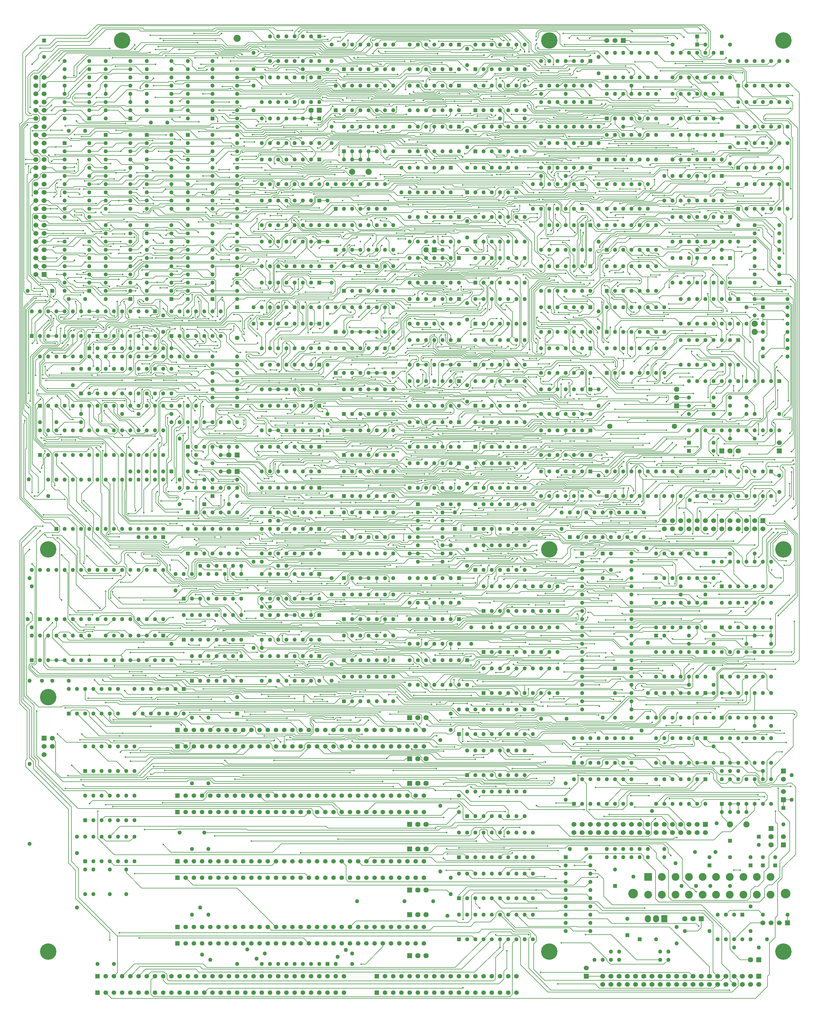
<source format=gtl>
G04*
G04  File:            MAINBOARD-V10.6.8.GTL, Thu Sep 25 20:06:45 2025*
G04  Source:          P-CAD 2006 PCB, Version 19.02.958, (D:\PCAD-2006\Projects\Pentagon-4096\Hardware\MainBoard-v10.6.8.PCB)*
G04  Format:          Gerber Format (RS-274-D), ASCII*
G04*
G04  Format Options:  Absolute Positioning*
G04                   Leading-Zero Suppression*
G04                   Scale Factor 1:1*
G04                   NO Circular Interpolation*
G04                   Inch Units*
G04                   Numeric Format: 4.4 (XXXX.XXXX)*
G04                   G54 NOT Used for Aperture Change*
G04                   Apertures Embedded*
G04*
G04  File Options:    Offset = (0.0mil,0.0mil)*
G04                   Drill Symbol Size = 80.0mil*
G04                   No Pad/Via Holes*
G04*
G04  File Contents:   Pads*
G04                   Vias*
G04                   No Designators*
G04                   No Types*
G04                   No Values*
G04                   No Drill Symbols*
G04                   Top*
G04*
%INMAINBOARD-V10.6.8.GTL*%
%ICAS*%
%MOIN*%
G04*
G04  Aperture MACROs for general use --- invoked via D-code assignment *
G04*
G04  General MACRO for flashed round with rotation and/or offset hole *
%AMROTOFFROUND*
1,1,$1,0.0000,0.0000*
1,0,$2,$3,$4*%
G04*
G04  General MACRO for flashed oval (obround) with rotation and/or offset hole *
%AMROTOFFOVAL*
21,1,$1,$2,0.0000,0.0000,$3*
1,1,$4,$5,$6*
1,1,$4,0-$5,0-$6*
1,0,$7,$8,$9*%
G04*
G04  General MACRO for flashed oval (obround) with rotation and no hole *
%AMROTOVALNOHOLE*
21,1,$1,$2,0.0000,0.0000,$3*
1,1,$4,$5,$6*
1,1,$4,0-$5,0-$6*%
G04*
G04  General MACRO for flashed rectangle with rotation and/or offset hole *
%AMROTOFFRECT*
21,1,$1,$2,0.0000,0.0000,$3*
1,0,$4,$5,$6*%
G04*
G04  General MACRO for flashed rectangle with rotation and no hole *
%AMROTRECTNOHOLE*
21,1,$1,$2,0.0000,0.0000,$3*%
G04*
G04  General MACRO for flashed rounded-rectangle *
%AMROUNDRECT*
21,1,$1,$2-$4,0.0000,0.0000,$3*
21,1,$1-$4,$2,0.0000,0.0000,$3*
1,1,$4,$5,$6*
1,1,$4,$7,$8*
1,1,$4,0-$5,0-$6*
1,1,$4,0-$7,0-$8*
1,0,$9,$10,$11*%
G04*
G04  General MACRO for flashed rounded-rectangle with rotation and no hole *
%AMROUNDRECTNOHOLE*
21,1,$1,$2-$4,0.0000,0.0000,$3*
21,1,$1-$4,$2,0.0000,0.0000,$3*
1,1,$4,$5,$6*
1,1,$4,$7,$8*
1,1,$4,0-$5,0-$6*
1,1,$4,0-$7,0-$8*%
G04*
G04  General MACRO for flashed regular polygon *
%AMREGPOLY*
5,1,$1,0.0000,0.0000,$2,$3+$4*
1,0,$5,$6,$7*%
G04*
G04  General MACRO for flashed regular polygon with no hole *
%AMREGPOLYNOHOLE*
5,1,$1,0.0000,0.0000,$2,$3+$4*%
G04*
G04  General MACRO for target *
%AMTARGET*
6,0,0,$1,$2,$3,4,$4,$5,$6*%
G04*
G04  General MACRO for mounting hole *
%AMMTHOLE*
1,1,$1,0,0*
1,0,$2,0,0*
$1=$1-$2*
$1=$1/2*
21,1,$2+$1,$3,0,0,$4*
21,1,$3,$2+$1,0,0,$4*%
G04*
G04*
G04  D10 : "Ellipse X8.0mil Y8.0mil H0.0mil 0.0deg (0.0mil,0.0mil) Draw"*
G04  Disc: OuterDia=0.0080*
%ADD10C, 0.0080*%
G04  D11 : "Ellipse X10.0mil Y10.0mil H0.0mil 0.0deg (0.0mil,0.0mil) Draw"*
G04  Disc: OuterDia=0.0100*
%ADD11C, 0.0100*%
G04  D12 : "Ellipse X15.0mil Y15.0mil H0.0mil 0.0deg (0.0mil,0.0mil) Draw"*
G04  Disc: OuterDia=0.0150*
%ADD12C, 0.0150*%
G04  D13 : "Ellipse X25.0mil Y25.0mil H0.0mil 0.0deg (0.0mil,0.0mil) Draw"*
G04  Disc: OuterDia=0.0250*
%ADD13C, 0.0250*%
G04  D14 : "Ellipse X30.0mil Y30.0mil H0.0mil 0.0deg (0.0mil,0.0mil) Draw"*
G04  Disc: OuterDia=0.0300*
%ADD14C, 0.0300*%
G04  D15 : "Ellipse X40.0mil Y40.0mil H0.0mil 0.0deg (0.0mil,0.0mil) Draw"*
G04  Disc: OuterDia=0.0400*
%ADD15C, 0.0400*%
G04  D16 : "Ellipse X5.0mil Y5.0mil H0.0mil 0.0deg (0.0mil,0.0mil) Draw"*
G04  Disc: OuterDia=0.0050*
%ADD16C, 0.0050*%
G04  D17 : "Ellipse X6.0mil Y6.0mil H0.0mil 0.0deg (0.0mil,0.0mil) Draw"*
G04  Disc: OuterDia=0.0060*
%ADD17C, 0.0060*%
G04  D18 : "Ellipse X9.8mil Y9.8mil H0.0mil 0.0deg (0.0mil,0.0mil) Draw"*
G04  Disc: OuterDia=0.0098*
%ADD18C, 0.0098*%
G04  D19 : "Ellipse X110.0mil Y110.0mil H0.0mil 0.0deg (0.0mil,0.0mil) Flash"*
G04  Disc: OuterDia=0.1100*
%ADD19C, 0.1100*%
G04  D20 : "Ellipse X200.0mil Y200.0mil H0.0mil 0.0deg (0.0mil,0.0mil) Flash"*
G04  Disc: OuterDia=0.2000*
%ADD20C, 0.2000*%
G04  D21 : "Ellipse X215.0mil Y215.0mil H0.0mil 0.0deg (0.0mil,0.0mil) Flash"*
G04  Disc: OuterDia=0.2150*
%ADD21C, 0.2150*%
G04  D22 : "Ellipse X50.0mil Y50.0mil H0.0mil 0.0deg (0.0mil,0.0mil) Flash"*
G04  Disc: OuterDia=0.0500*
%ADD22C, 0.0500*%
G04  D23 : "Ellipse X56.0mil Y56.0mil H0.0mil 0.0deg (0.0mil,0.0mil) Flash"*
G04  Disc: OuterDia=0.0560*
%ADD23C, 0.0560*%
G04  D24 : "Ellipse X60.0mil Y60.0mil H0.0mil 0.0deg (0.0mil,0.0mil) Flash"*
G04  Disc: OuterDia=0.0600*
%ADD24C, 0.0600*%
G04  D25 : "Ellipse X64.0mil Y64.0mil H0.0mil 0.0deg (0.0mil,0.0mil) Flash"*
G04  Disc: OuterDia=0.0640*
%ADD25C, 0.0640*%
G04  D26 : "Ellipse X65.0mil Y65.0mil H0.0mil 0.0deg (0.0mil,0.0mil) Flash"*
G04  Disc: OuterDia=0.0650*
%ADD26C, 0.0650*%
G04  D27 : "Ellipse X71.0mil Y71.0mil H0.0mil 0.0deg (0.0mil,0.0mil) Flash"*
G04  Disc: OuterDia=0.0710*
%ADD27C, 0.0710*%
G04  D28 : "Ellipse X75.0mil Y75.0mil H0.0mil 0.0deg (0.0mil,0.0mil) Flash"*
G04  Disc: OuterDia=0.0750*
%ADD28C, 0.0750*%
G04  D29 : "Ellipse X79.0mil Y79.0mil H0.0mil 0.0deg (0.0mil,0.0mil) Flash"*
G04  Disc: OuterDia=0.0790*
%ADD29C, 0.0790*%
G04  D30 : "Ellipse X90.0mil Y90.0mil H0.0mil 0.0deg (0.0mil,0.0mil) Flash"*
G04  Disc: OuterDia=0.0900*
%ADD30C, 0.0900*%
G04  D31 : "Ellipse X95.0mil Y95.0mil H0.0mil 0.0deg (0.0mil,0.0mil) Flash"*
G04  Disc: OuterDia=0.0950*
%ADD31C, 0.0950*%
G04  D32 : "Oval X75.0mil Y87.0mil H0.0mil 0.0deg (0.0mil,0.0mil) Flash"*
G04  Obround: DimX=0.0750, DimY=0.0870, Rotation=0.0, OffsetX=0.0000, OffsetY=0.0000, HoleDia=0.0000 *
%ADD32O, 0.0750 X0.0870*%
G04  D33 : "Oval X90.0mil Y102.0mil H0.0mil 0.0deg (0.0mil,0.0mil) Flash"*
G04  Obround: DimX=0.0900, DimY=0.1020, Rotation=0.0, OffsetX=0.0000, OffsetY=0.0000, HoleDia=0.0000 *
%ADD33O, 0.0900 X0.1020*%
G04  D34 : "Rectangle X110.0mil Y110.0mil H0.0mil 0.0deg (0.0mil,0.0mil) Flash"*
G04  Square: Side=0.1100, Rotation=0.0, OffsetX=0.0000, OffsetY=0.0000, HoleDia=0.0000*
%ADD34R, 0.1100 X0.1100*%
G04  D35 : "Rectangle X50.0mil Y50.0mil H0.0mil 0.0deg (0.0mil,0.0mil) Flash"*
G04  Square: Side=0.0500, Rotation=0.0, OffsetX=0.0000, OffsetY=0.0000, HoleDia=0.0000*
%ADD35R, 0.0500 X0.0500*%
G04  D36 : "Rectangle X56.0mil Y56.0mil H0.0mil 0.0deg (0.0mil,0.0mil) Flash"*
G04  Square: Side=0.0560, Rotation=0.0, OffsetX=0.0000, OffsetY=0.0000, HoleDia=0.0000*
%ADD36R, 0.0560 X0.0560*%
G04  D37 : "Rectangle X60.0mil Y60.0mil H0.0mil 0.0deg (0.0mil,0.0mil) Flash"*
G04  Square: Side=0.0600, Rotation=0.0, OffsetX=0.0000, OffsetY=0.0000, HoleDia=0.0000*
%ADD37R, 0.0600 X0.0600*%
G04  D38 : "Rectangle X64.0mil Y64.0mil H0.0mil 0.0deg (0.0mil,0.0mil) Flash"*
G04  Square: Side=0.0640, Rotation=0.0, OffsetX=0.0000, OffsetY=0.0000, HoleDia=0.0000*
%ADD38R, 0.0640 X0.0640*%
G04  D39 : "Rectangle X65.0mil Y65.0mil H0.0mil 0.0deg (0.0mil,0.0mil) Flash"*
G04  Square: Side=0.0650, Rotation=0.0, OffsetX=0.0000, OffsetY=0.0000, HoleDia=0.0000*
%ADD39R, 0.0650 X0.0650*%
G04  D40 : "Rectangle X71.0mil Y71.0mil H0.0mil 0.0deg (0.0mil,0.0mil) Flash"*
G04  Square: Side=0.0710, Rotation=0.0, OffsetX=0.0000, OffsetY=0.0000, HoleDia=0.0000*
%ADD40R, 0.0710 X0.0710*%
G04  D41 : "Rectangle X75.0mil Y75.0mil H0.0mil 0.0deg (0.0mil,0.0mil) Flash"*
G04  Square: Side=0.0750, Rotation=0.0, OffsetX=0.0000, OffsetY=0.0000, HoleDia=0.0000*
%ADD41R, 0.0750 X0.0750*%
G04  D42 : "Rectangle X75.0mil Y87.0mil H0.0mil 0.0deg (0.0mil,0.0mil) Flash"*
G04  Rectangular: DimX=0.0750, DimY=0.0870, Rotation=0.0, OffsetX=0.0000, OffsetY=0.0000, HoleDia=0.0000 *
%ADD42R, 0.0750 X0.0870*%
G04  D43 : "Rectangle X79.0mil Y79.0mil H0.0mil 0.0deg (0.0mil,0.0mil) Flash"*
G04  Square: Side=0.0790, Rotation=0.0, OffsetX=0.0000, OffsetY=0.0000, HoleDia=0.0000*
%ADD43R, 0.0790 X0.0790*%
G04  D44 : "Rectangle X90.0mil Y102.0mil H0.0mil 0.0deg (0.0mil,0.0mil) Flash"*
G04  Rectangular: DimX=0.0900, DimY=0.1020, Rotation=0.0, OffsetX=0.0000, OffsetY=0.0000, HoleDia=0.0000 *
%ADD44R, 0.0900 X0.1020*%
G04  D45 : "Rectangle X95.0mil Y95.0mil H0.0mil 0.0deg (0.0mil,0.0mil) Flash"*
G04  Square: Side=0.0950, Rotation=0.0, OffsetX=0.0000, OffsetY=0.0000, HoleDia=0.0000*
%ADD45R, 0.0950 X0.0950*%
G04  D46 : "Ellipse X102.0mil Y102.0mil H0.0mil 0.0deg (0.0mil,0.0mil) Flash"*
G04  Disc: OuterDia=0.1020*
%ADD46C, 0.1020*%
G04  D47 : "Ellipse X118.0mil Y118.0mil H0.0mil 0.0deg (0.0mil,0.0mil) Flash"*
G04  Disc: OuterDia=0.1180*
%ADD47C, 0.1180*%
G04  D48 : "Ellipse X133.0mil Y133.0mil H0.0mil 0.0deg (0.0mil,0.0mil) Flash"*
G04  Disc: OuterDia=0.1330*
%ADD48C, 0.1330*%
G04  D49 : "Ellipse X20.0mil Y20.0mil H0.0mil 0.0deg (0.0mil,0.0mil) Flash"*
G04  Disc: OuterDia=0.0200*
%ADD49C, 0.0200*%
G04  D50 : "Ellipse X35.0mil Y35.0mil H0.0mil 0.0deg (0.0mil,0.0mil) Flash"*
G04  Disc: OuterDia=0.0350*
%ADD50C, 0.0350*%
G04  D51 : "Ellipse X55.0mil Y55.0mil H0.0mil 0.0deg (0.0mil,0.0mil) Flash"*
G04  Disc: OuterDia=0.0550*
%ADD51C, 0.0550*%
G04  D52 : "Ellipse X70.0mil Y70.0mil H0.0mil 0.0deg (0.0mil,0.0mil) Flash"*
G04  Disc: OuterDia=0.0700*
%ADD52C, 0.0700*%
G04  D53 : "Ellipse X87.0mil Y87.0mil H0.0mil 0.0deg (0.0mil,0.0mil) Flash"*
G04  Disc: OuterDia=0.0870*
%ADD53C, 0.0870*%
G04*
%FSLAX44Y44*%
%SFA1B1*%
%OFA0.0000B0.0000*%
G04*
G70*
G90*
G01*
D2*
%LNTop*%
D10*
X101440Y129960*
X101280Y129800D1*
Y129040*
X101720Y136000D2*
X100760Y136960D1*
X100560Y136680D2*
X101440Y135800D1*
X101680Y141400D2*
X101880Y141600D1*
X101760Y155480D2*
X101120Y154840D1*
X101240Y167720D2*
X101400Y167880D1*
X101160Y170920D2*
X101040Y170800D1*
X101880Y172880D2*
X101360Y173400D1*
X101400Y171440D2*
X100880Y171960D1*
X101640Y172760D2*
X101200Y173200D1*
X101040Y172520D2*
X101680Y171880D1*
X101840Y173840D2*
X101800Y173800D1*
Y173560*
X101400Y186560D2*
X101040Y186920D1*
X101600Y201280D2*
X101440Y201120D1*
X101600Y202200D2*
Y201280D1*
X101840Y201400D2*
Y201800D1*
X101320Y202480D2*
X101280Y202440D1*
X101680Y208000D2*
X100720Y207040D1*
X101560Y208320D2*
X101240Y208640D1*
X101920Y208320D2*
X101560D1*
Y208840D2*
X101800Y208600D1*
X100560Y207280D2*
X100920Y207640D1*
X102280Y130360D2*
X102800Y129840D1*
Y129200*
X102480Y129080D2*
Y129760D1*
X104500Y132500D2*
X104920Y132080D1*
X102320Y141600D2*
X102400Y141680D1*
X102585Y141600D2*
X102425Y141440D1*
X103600Y141640D2*
X104180Y141060D1*
X104560Y146560D2*
X103440Y145440D1*
X104000Y145000D2*
X103600Y144600D1*
X104560Y144680D2*
Y145640D1*
X102400Y153360D2*
X102040Y153720D1*
X103360Y158320D2*
X102320D1*
X104280Y158720D2*
X103560D1*
X103520Y157520D2*
X102585Y156585D1*
X103940Y156940D2*
X104660D1*
X103600Y157280D2*
X103940Y156940D1*
X103440Y159120D2*
X104600D1*
X102800Y162440D2*
Y164280D1*
X102040Y164400D2*
Y162440D1*
X104800Y163520D2*
Y163280D1*
X104600Y163720D2*
X104800Y163520D1*
X104880Y162720D2*
X104440Y163160D1*
X103560Y166560D2*
X104000Y167000D1*
X104800Y167400D2*
X104600Y167200D1*
X103400Y165840D2*
Y167040D1*
X103200Y165640D2*
X103400Y165840D1*
X103200Y165400D2*
Y165640D1*
X104440Y167200D2*
X103880Y167760D1*
X103400*
X103600Y167240D2*
Y167480D1*
X103400Y167040D2*
X103600Y167240D1*
X102600Y169040D2*
X103520Y168120D1*
X103160Y169080D2*
X103200Y169040D1*
X103840Y169480D2*
Y169400D1*
Y169480D2*
X103600Y169720D1*
Y168800D2*
X103520D1*
X103800Y168600D2*
X103600Y168800D1*
X103640Y169040D2*
X103800Y168880D1*
X103200Y169040D2*
X103640D1*
X103760Y169160D2*
X104880D1*
X103400Y169520D2*
X103760Y169160D1*
X103000Y173000D2*
X102600Y172600D1*
X104000Y173000D2*
X104560Y172440D1*
X102440Y173160D2*
X103080Y173800D1*
X103840Y174840D2*
X103120Y175560D1*
X102760Y174200D2*
X103000D1*
X102600Y174360D2*
X102760Y174200D1*
X103760Y174640D2*
X102960Y175440D1*
X104040Y176480D2*
X103640Y176880D1*
X102600Y174800D2*
Y174360D1*
X102720Y174920D2*
X102600Y174800D1*
X103000Y179000D2*
X102480Y178480D1*
X103560Y179120D2*
X104160Y179720D1*
X103560Y178440D2*
Y179120D1*
X103120Y178000D2*
X103560Y178440D1*
X102960Y178200D2*
X103400Y178640D1*
Y179200*
X104080Y179880*
X104600Y179400D2*
X104480Y179480D1*
X103360Y177920D2*
X103680Y178240D1*
X104600Y178000D2*
X103880Y177280D1*
X103600Y181160D2*
X103760Y181000D1*
X103600Y182120D2*
Y181160D1*
X102600Y180920D2*
Y181960D1*
X102680Y180840D2*
X102600Y180920D1*
X102680Y180600D2*
Y180840D1*
X104600Y180760D2*
X104680Y180840D1*
X104280Y182440D2*
X104600Y182760D1*
X104280Y182200D2*
Y182440D1*
X102400Y180950D2*
X102080Y180600D1*
X103720Y181000D2*
X103760D1*
X103360Y180600D2*
X103000Y180960D1*
Y181500*
X103440Y180920D2*
X103600Y180760D1*
X104600*
X103440Y182320D2*
Y180920D1*
X104840Y180600D2*
X103360D1*
X102520Y185840D2*
X103720D1*
X102400Y183120D2*
X103400Y184120D1*
X102540Y184040D2*
X102520D1*
X103000Y184500D2*
X102540Y184040D1*
X102480Y185560D2*
X103760D1*
X104000Y184500D2*
X104380D1*
X104680Y183400D2*
Y183640D1*
X104600Y183320D2*
X104680Y183400D1*
X104360Y184000D2*
X104440Y183920D1*
X103400Y184880D2*
X104200Y185680D1*
X103400Y184120D2*
Y184880D1*
X103920Y185040D2*
X103600Y184720D1*
Y184160*
X104400Y185040D2*
X103920D1*
X103880Y183960D2*
X104280Y183560D1*
X103800Y183960D2*
X103880D1*
X103600Y184160D2*
X103800Y183960D1*
X104280Y183560D2*
Y183160D1*
X104400Y187800D2*
X104920Y187280D1*
X103080Y187800D2*
X104400D1*
X102320Y187280D2*
X103320D1*
X102320Y186080D2*
X102560D1*
X103680Y186320D2*
X102320D1*
X103720Y186280D2*
X103680Y186320D1*
X103960Y186280D2*
X103720D1*
X103360Y187560D2*
X103000D1*
X103920Y187000D2*
X103360Y187560D1*
X103920Y186640D2*
Y187000D1*
X104200Y186360D2*
X103920Y186640D1*
X102200Y186920D2*
X103280D1*
X104920Y187280D2*
Y186560D1*
X104640Y186280*
X104360Y186860D2*
X104500Y187000D1*
X104360Y186240D2*
Y186860D1*
X102940Y189560D2*
X102500Y190000D1*
X102980Y190520D2*
X102500Y191000D1*
X104200Y193000D2*
X103500D1*
X104600Y193400D2*
X104200Y193000D1*
X103020Y193520D2*
X102500Y193000D1*
X103840Y193520D2*
X103020D1*
X104080Y193760D2*
X103840Y193520D1*
X102080Y194420D2*
X102500Y194000D1*
X103880Y194480D2*
X103020D1*
X104040Y194320D2*
X103880Y194480D1*
X104640Y192320D2*
X104880D1*
X104320Y197000D2*
X103500D1*
X102280Y196440D2*
X102080Y196240D1*
X103020Y195480D2*
X102500Y196000D1*
X103840Y195480D2*
X103020D1*
X104120Y195200D2*
X103840Y195480D1*
X102500Y197000D2*
X102980Y197480D1*
X103920*
X104000Y197400*
X103500Y199000D2*
X104840D1*
X103040Y200880D2*
X102640Y200480D1*
X102360*
X102080Y200200*
Y198600*
X104880Y199320D2*
Y199920D1*
X102980Y199480D2*
X102500Y199000D1*
X104040Y199480D2*
X102980D1*
X104400Y202760D2*
X104640Y203000D1*
X104520Y202000D2*
X103500D1*
X104920Y201600D2*
X104520Y202000D1*
X103320Y201440D2*
X103040Y201160D1*
X102040Y202000D2*
X102500D1*
X104020Y202780D2*
Y203180D1*
X102760Y203480D2*
X103000Y203240D1*
Y202800*
X102680Y202480*
X102240Y203480D2*
X102760D1*
X104020Y203180D2*
X103780Y203420D1*
X103260*
X104280Y203320D2*
X104080Y203520D1*
X104320Y202480D2*
X104020Y202780D1*
X102980Y205520D2*
X102500Y206000D1*
X103920Y205520D2*
X102980D1*
X104040Y205640D2*
X103920Y205520D1*
X102080Y206480D2*
X103760D1*
X102720Y208480D2*
X102080D1*
X102960Y208240D2*
X102720Y208480D1*
Y207520D2*
X102960Y207760D1*
Y208240*
X102640Y209000D2*
X102500D1*
X103160Y208480D2*
X102640Y209000D1*
X104880Y208480D2*
X103160D1*
X103000Y209480D2*
X103760D1*
Y208960D2*
X103500Y209000D1*
X104880Y209440D2*
X104400Y208960D1*
Y209600D2*
X103760Y208960D1*
X103000Y211500D2*
X102500Y211000D1*
X104000Y212500D2*
X103500Y212000D1*
X102040Y214600D2*
X102800Y215360D1*
Y215680*
X102680Y213840D2*
X102200D1*
X102840Y213540D2*
X102260D1*
X103280Y216160D2*
X104440D1*
X102680Y216920D2*
X104120D1*
X104280Y216560D2*
X103000D1*
X106440Y127880D2*
X106400Y127920D1*
X105600Y136280D2*
X105760Y136440D1*
X106920Y135920D2*
X106500Y135500D1*
X106000Y142000D2*
X106480Y141520D1*
X106560Y145440D2*
X107000Y145000D1*
X105440Y145440D2*
X106560D1*
Y144440D2*
X106000Y145000D1*
X105400Y149560D2*
X105640Y149320D1*
X107440Y147760D2*
X106560Y148640D1*
Y153920D2*
X105640Y154840D1*
X107880Y155560D2*
Y153880D1*
X107520Y155920D2*
X107880Y155560D1*
X105400Y157720D2*
X105200Y157520D1*
X105400Y158320D2*
Y157720D1*
X105120Y156880D2*
X105280D1*
X106360Y160560D2*
Y161680D1*
X106500Y162060D2*
Y164300D1*
X105640Y168840D2*
X107360D1*
X107680Y169080D2*
X107840Y168920D1*
X105400Y169080D2*
X107680D1*
X105200Y168880D2*
X105400Y169080D1*
X106560Y172920D2*
X106640Y172840D1*
X106560Y173760D2*
Y172920D1*
X106880Y171560D2*
X105560Y172880D1*
X106680Y171320D2*
X107000D1*
X106640Y172840D2*
Y172520D1*
X105560Y172880D2*
Y173760D1*
X106440Y179000D2*
X106000D1*
X106200Y179840D2*
X106280D1*
X106080Y179720D2*
X106200Y179840D1*
X105480Y180560D2*
Y182040D1*
X105120Y180200D2*
X105480Y180560D1*
X107560Y180880D2*
Y181800D1*
X107000Y180560D2*
Y181500D1*
X106000Y182480D2*
Y181500D1*
X106400Y181280D2*
X105720Y180600D1*
X105040Y180840D2*
X105200Y180680D1*
Y180520*
X105040Y180360*
X106560Y181920D2*
X106800Y182160D1*
X106400Y182120D2*
Y181280D1*
X106840Y182560D2*
X106400Y182120D1*
X107560Y181800D2*
X107840Y182080D1*
X106320Y182800D2*
X106000Y182480D1*
X107160Y182200D2*
X107320Y182360D1*
X105480Y182040D2*
X105560Y182120D1*
Y182440*
X106400Y180400D2*
Y180440D1*
X106560Y181000D2*
Y181920D1*
X105600Y180040D2*
X106560Y181000D1*
Y184200D2*
Y185360D1*
X106160Y183800D2*
X106560Y184200D1*
X107360Y185680D2*
Y185440D1*
X106400Y184320D2*
Y184640D1*
X105560Y183760D2*
X105600Y183800D1*
X106160*
X105240Y183640D2*
Y183880D1*
X105440Y184080*
X105560Y183320D2*
X105240Y183640D1*
X105440Y184080D2*
X106160D1*
X106400Y184320*
X107480Y185320D2*
Y184360D1*
X106680Y183560*
X107360Y185440D2*
X107480Y185320D1*
X106680Y183560D2*
X105960D1*
X105920Y186280D2*
X106120Y186480D1*
X105560Y188120D2*
X105200Y188480D1*
X105560Y187880D2*
Y188120D1*
X105880Y187560D2*
X105560Y187880D1*
X106720Y187560D2*
X105880D1*
X107280Y187000D2*
X106720Y187560D1*
X105360Y188080D2*
X105160Y188280D1*
X105360Y187800D2*
Y188080D1*
X105760Y187400D2*
X105360Y187800D1*
X106200Y187400D2*
X105760D1*
X106840Y186760D2*
X106200Y187400D1*
X107440Y188000D2*
X107200Y188240D1*
X106520Y188640D2*
X106400Y188520D1*
X106720Y187840D2*
X106960D1*
X107400Y187400*
X106000Y188560D2*
X106720Y187840D1*
X107760Y189040D2*
X107520D1*
X107680Y191400D2*
X105840D1*
X107840Y191240D2*
X107680Y191400D1*
X105800Y190520D2*
X105280Y190000D1*
X107200Y190720D2*
X107000Y190520D1*
X105800*
X105200Y193000D2*
X106000D1*
X106440Y192560D2*
X107440Y193560D1*
X105760Y195600D2*
X105360Y196000D1*
X107600Y195600D2*
X105760D1*
X106400Y197400D2*
X106000Y197000D1*
X107040Y196000D2*
X106600Y196440D1*
X107560Y196000D2*
X107040D1*
X105040Y197400D2*
X105840Y196600D1*
X106640*
X107360Y196560D2*
X107200Y196720D1*
X106640Y196600D2*
X107000Y196960D1*
X105760Y199400D2*
X105560Y199200D1*
X107840Y199400D2*
X105760D1*
X106625Y200625D2*
X106000Y200000D1*
X105080Y198800D2*
Y199120D1*
X107120Y199600D2*
X107200Y199680D1*
X105120Y199600D2*
X107120D1*
X107600Y199000D2*
X107840Y198760D1*
X107600Y199000D2*
X106000D1*
X105560Y198520D2*
X105520Y198480D1*
X105560Y199200D2*
Y198520D1*
X106560Y198400D2*
X106480Y198480D1*
X105560Y200520D2*
X105080D1*
X105440Y203400D2*
X105360Y203320D1*
X107600Y203000D2*
X107680Y202920D1*
X107120Y202000D2*
X107200Y202080D1*
X107120Y202000D2*
X106000D1*
X107680Y201640D2*
X107360Y201320D1*
X107680Y202920D2*
Y201640D1*
X107360Y201320D2*
X106800D1*
X106680Y201440*
X106720Y205320D2*
X106400Y205640D1*
X107800Y205320D2*
X106720D1*
X107880Y205400D2*
X107800Y205320D1*
X106560Y204640D2*
X106800D1*
X106440Y204520D2*
X106560Y204640D1*
X107720Y207400D2*
X107440Y207680D1*
X106320Y207080D2*
X106080D1*
X106400Y207160D2*
X106320Y207080D1*
X106000Y209000D2*
X105400D1*
X105760Y208480D2*
X107640D1*
X106000Y211000D2*
Y212000D1*
X106980Y210280D2*
Y210640D1*
X107320Y210980*
Y211000*
X106740Y210620D2*
X106520Y210400D1*
X106740Y210820D2*
Y210620D1*
X106480Y210800D2*
X106240Y210560D1*
X106480Y211160D2*
Y210800D1*
X107160Y214320D2*
Y213240D1*
X107500Y214260D2*
Y213180D1*
X109400Y124880D2*
X109040Y124520D1*
X108480Y126600D2*
X108240Y126840D1*
X108600Y132520D2*
X108120Y133000D1*
X108500Y137240D2*
X108650Y137090D1*
X110500Y135500D2*
X109800Y136200D1*
X109000Y135640D2*
X108720Y135920D1*
X109000Y135200D2*
Y135640D1*
X110840Y139400D2*
X110640Y139600D1*
X110200Y139000D2*
X109640Y139600D1*
X108480Y145760D2*
X108360Y145640D1*
X109520Y145760D2*
X108480D1*
X109640Y145640D2*
X109520Y145760D1*
X109400Y145480D2*
X108640D1*
X108560Y145400*
X108520Y152920D2*
X108880Y152560D1*
X110000Y153440D2*
X108720Y154720D1*
X108360Y154040D2*
X108400Y154080D1*
X108360Y153800D2*
Y154040D1*
X109400Y156880D2*
Y158160D1*
X108560Y157240D2*
Y158360D1*
X108320Y161440D2*
X110400Y159360D1*
X109560Y159720D2*
X108080Y161200D1*
X110400Y162400D2*
X110560Y162240D1*
X108080Y162280D2*
X109480Y163680D1*
X110640Y167160D2*
X110600Y167120D1*
X109840Y167880D2*
X110400Y167320D1*
X108640Y167400D2*
X108960Y167720D1*
X110640Y167520D2*
Y167160D1*
X109440Y170000D2*
X110160Y169280D1*
X109440Y170240D2*
Y170000D1*
X109000Y170680D2*
X109440Y170240D1*
X108440Y171160D2*
X108040Y171560D1*
X109560Y173000D2*
X109040Y173520D1*
X109560Y171520D2*
Y173000D1*
X110560Y173120D2*
X110840Y173400D1*
X110560Y171120D2*
Y173120D1*
X110800Y172160D2*
Y172400D1*
X110160Y171160D2*
Y171880D1*
X110400Y172120*
Y173160*
X109880Y173680*
X109760Y175000D2*
X110000D1*
X109560Y174800D2*
X109760Y175000D1*
X109560Y174660D2*
Y174800D1*
X109400Y174500D2*
X109560Y174660D1*
X109000Y174500D2*
X109400D1*
X109360Y175440D2*
X109000Y175080D1*
Y179000D2*
X109520Y178480D1*
Y177840*
X110000Y179000D2*
X110480Y178520D1*
Y177360*
X108400Y181240D2*
X108040Y180880D1*
Y180600*
X109000Y180840D2*
X108600Y180440D1*
X109000Y181500D2*
Y180840D1*
X108600Y182000D2*
X108880Y182280D1*
X108600Y180800D2*
Y182000D1*
X108880Y182280D2*
X109560D1*
X108400Y180600D2*
X108600Y180800D1*
X108160Y182360D2*
X108400Y182120D1*
Y181240*
X110720Y181920D2*
X109400D1*
X110840Y182280D2*
X110600D1*
X110080Y182800*
X109560Y180480D2*
Y180440D1*
X109520Y180400*
X109000Y180320D2*
X109440Y180760D1*
X109720D2*
X109800Y180680D1*
X109440Y180760D2*
X109720D1*
X109960Y180960D2*
X110040Y180880D1*
X110000Y181500D2*
Y181440D1*
X110360Y181080*
X110000Y184500D2*
X109000D1*
X108200Y184040D2*
X108040Y183880D1*
X110080Y183160D2*
X110200Y183280D1*
X110800Y183800D2*
X109560D1*
X110080Y183560D2*
X109840Y183320D1*
X110320Y188000D2*
X110720Y187600D1*
X109000Y188000D2*
X110320D1*
X109400Y187400D2*
X110360Y186440D1*
X108560Y187640D2*
X108320D1*
X108640Y187560D2*
X108560Y187640D1*
X109680Y187560D2*
X108640D1*
X109880Y187360D2*
X109680Y187560D1*
X109880Y187320D2*
Y187360D1*
X110600Y186600D2*
X109880Y187320D1*
X108560Y188480D2*
X109160D1*
X109240Y188400*
X108680Y189400D2*
X108520Y189240D1*
X108280*
X108040Y190000D2*
X108520Y190480D1*
Y191480D2*
X108400Y191600D1*
X109680Y191480D2*
X108880D1*
X109760Y191400D2*
X109680Y191480D1*
X108880D2*
X108640Y191240D1*
X109880Y193560D2*
X110840Y192600D1*
X109080Y192560D2*
X108280D1*
X110600Y194480D2*
X110705Y194375D1*
X109800Y194480D2*
X110600D1*
X109240Y193400D2*
X110200Y192440D1*
X108080Y193400D2*
X109240D1*
X110400Y194200D2*
X110440Y194240D1*
X109400Y194200D2*
X110400D1*
X110700Y194640D2*
X110440D1*
X110780Y194560D2*
X110700Y194640D1*
X109800Y194000D2*
X109560Y193760D1*
X110760Y196240D2*
X110440Y196560D1*
X109600Y197640D2*
X109840D1*
X109560Y197600D2*
X109600Y197640D1*
X109000Y197000D2*
X110280D1*
X109640Y195440D2*
X108120D1*
X110280Y197000D2*
X110800Y197520D1*
X108420Y196340D2*
X108200Y196560D1*
X108420Y196020D2*
Y196340D1*
X108840Y195600D2*
X108420Y196020D1*
X108680Y196480D2*
X109720D1*
X109800Y196560*
X108200Y196960D2*
X108680Y196480D1*
X108440Y200400D2*
X109760D1*
X108640Y199680D2*
X108720Y199600D1*
X108360Y198480D2*
X108280Y198400D1*
X109760Y200400D2*
X109920Y200560D1*
X110120Y200000D2*
X109000D1*
X110320D2*
X110720Y200400D1*
X110120Y200000D2*
X110320D1*
X109400Y201600D2*
X109000Y202000D1*
X109240Y202440D2*
X108800D1*
X109680Y202000D2*
X109240Y202440D1*
X110560Y202480D2*
X109640Y203400D1*
X110200Y203560D2*
X110280Y203480D1*
X108400Y202040D2*
Y201800D1*
X108800Y202440D2*
X108400Y202040D1*
X109160Y205800D2*
X109800Y206440D1*
X108080Y205800D2*
X109160D1*
X108960Y206040D2*
X109720Y206800D1*
X109800Y205000D2*
X109360Y204560D1*
X108600*
X109000Y209000D2*
X110160D1*
X110560Y209400*
X109400Y208400D2*
X110400D1*
X109000Y208000D2*
X109400Y208400D1*
X109840Y209440D2*
X109960Y209560D1*
X110340Y212060D2*
Y211620D1*
X110760Y212480D2*
X110340Y212060D1*
Y211620D2*
X109200Y210480D1*
X109800Y212480D2*
X108400D1*
X109000Y214000D2*
X108760D1*
X110120Y213560D2*
X110060Y213500D1*
X108820*
X108980Y217340D2*
X108960Y217360D1*
X112000Y103500D2*
X112440Y103940D1*
Y108400D2*
Y108360D1*
X113500Y116500D2*
Y116120D1*
X111540Y117500D2*
X111500D1*
X112760Y121760D2*
X111500Y120500D1*
X112320Y129680D2*
X111320D1*
X113068Y131040D2*
X113056Y131027D1*
X112800Y130800*
X111760Y134480D2*
X111500Y134740D1*
X113080Y133080D2*
X111120D1*
X113320Y137440D2*
X112880Y137880D1*
X113040Y137200D2*
X112880Y137360D1*
X112670Y137090D2*
X112800Y136960D1*
X112640Y136640D2*
X112440Y136840D1*
X111320Y136440D2*
X112000Y135760D1*
Y135320*
X111600Y140160D2*
X111860Y139900D1*
X111600Y139680D2*
X111320Y139960D1*
X113000Y142440D2*
Y142000D1*
X112840Y142600D2*
X113000Y142440D1*
X113520Y143280D2*
X112840Y142600D1*
X112560Y145440D2*
X113000Y145000D1*
X111440Y145440D2*
X112560D1*
Y148320D2*
X111360Y149520D1*
X112120Y150920D2*
X111600Y150400D1*
X112920Y151840D2*
X113400Y152320D1*
X111360Y150520D2*
X112680Y151840D1*
X112920*
X113400Y153240D2*
X113200Y153440D1*
X112920Y154080D2*
X112520Y153680D1*
X112120*
X113280Y155360D2*
X112920Y155000D1*
Y154080*
X113480Y155080D2*
X113320Y154920D1*
Y153800*
X113580Y153540*
X112440Y157960D2*
X112840Y157560D1*
X112440Y158240D2*
Y157960D1*
X112000Y158680D2*
X112440Y158240D1*
X111080Y157200D2*
X111240Y157040D1*
X112640*
X111560Y157400D2*
X111480Y157320D1*
X111320*
X111400Y157760D2*
X111080Y157440D1*
Y157200*
X113520Y161480D2*
X113560Y161520D1*
X113520Y159760D2*
Y161480D1*
X113720Y159560D2*
X113520Y159760D1*
X113400Y162680D2*
X113360Y162640D1*
X112000Y170000D2*
X111440Y170560D1*
X113000Y170000D2*
X113400D1*
X112400Y170160D2*
X111800Y170760D1*
X111920Y169280D2*
X112080Y169120D1*
X113880*
X112560Y169840D2*
Y170400D1*
X113040Y169360D2*
X112560Y169840D1*
X112400Y169800D2*
Y170160D1*
X111440Y169560D2*
X112160D1*
X112400Y169800*
X112440Y172000D2*
X112840Y171600D1*
X112440Y173120D2*
Y172000D1*
X112160Y173400D2*
X112440Y173120D1*
X113560Y173720D2*
X113400Y173880D1*
X113560Y172880D2*
Y173720D1*
X111560Y172440D2*
Y172360D1*
X112760Y171160*
X112000Y173000D2*
Y172160D1*
X112800Y171360*
X113880*
X112760Y171160D2*
X113520D1*
X112540Y175040D2*
X113400D1*
X112000Y174500D2*
X112540Y175040D1*
X113140Y174500D2*
X113000D1*
X113560Y179160D2*
Y177440D1*
X113160Y177040*
X111940Y179500D2*
X111960Y179480D1*
X113520Y179880D2*
X113120Y179480D1*
X111960*
X111480*
Y177840D2*
Y178360D1*
X113040Y181540D2*
X113000Y181500D1*
X111160Y182640D2*
Y182360D1*
X112400Y181800D2*
X112320Y181880D1*
X112400Y181240D2*
Y181800D1*
X113560Y182920D2*
X111440D1*
X111160Y182640*
X111600Y182720D2*
X113680D1*
X111400Y182520D2*
X111600Y182720D1*
X111540Y181940D2*
X112160Y182560D1*
X113800*
X112320Y182240D2*
X112440Y182360D1*
X112880*
X113040Y182200*
X112320Y181880D2*
Y182240D1*
X113040Y182200D2*
Y181540D1*
X112600Y181120D2*
Y182120D1*
X111440Y180440D2*
X111920D1*
X112600Y181120*
X111840Y180680D2*
X112400Y181240D1*
X112000Y181320D2*
Y181500D1*
X111560Y180880D2*
X112000Y181320D1*
X111540Y181340D2*
Y181940D1*
X111280Y181080D2*
X111540Y181340D1*
X113800Y182160D2*
X113520Y181880D1*
X113600Y184200D2*
Y184760D1*
X113800Y184000D2*
X113600Y184200D1*
X113800Y183760D2*
Y184000D1*
X113240Y185440D2*
Y185680D1*
X113400Y185280D2*
X113240Y185440D1*
X113400Y183840D2*
Y185280D1*
X112800Y185600D2*
Y185320D1*
X112560Y185080*
X113720Y183520D2*
X113400Y183840D1*
X112400Y185680D2*
Y183920D1*
X112160Y183680*
X111400*
X111040Y184040*
X111840Y183920D2*
X112040D1*
X113000Y183840D2*
Y184500D1*
X112440Y183280D2*
X113000Y183840D1*
X112560Y183720D2*
X112320Y183480D1*
X112560Y185080D2*
Y183720D1*
X112320Y183480D2*
X111120D1*
X111500Y184260D2*
X111840Y183920D1*
X111500Y184700D2*
Y184260D1*
X113520Y183320D2*
X113320Y183120D1*
X111320*
X113520Y188760D2*
X113680Y188600D1*
X111480Y188760D2*
X113520D1*
X111320Y188600D2*
X111480Y188760D1*
X112640Y187600D2*
X112400D1*
X112720Y187520D2*
X112640Y187600D1*
X113400Y187520D2*
X112720D1*
X113440Y187560D2*
X113400Y187520D1*
X113000Y187760D2*
X113640Y188400D1*
X113600Y187400D2*
X113520Y187320D1*
X111840D2*
X111720Y187200D1*
X111400*
X113520Y187320D2*
X111840D1*
X111400Y187200D2*
X111200Y187400D1*
X111400Y187600D2*
X111480Y187520D1*
X111640Y191000D2*
X111240Y191400D1*
X111880Y193920D2*
X113320D1*
X111275Y194375D2*
X111400Y194250D1*
X111520Y194520D2*
X111480Y194560D1*
X111400Y194250D2*
X111690D1*
X111880Y194440*
X111320Y192600D2*
X111440Y192720D1*
X113520D2*
X113680Y192560D1*
X111440Y192720D2*
X111960D1*
X113520*
X113120Y195640D2*
X113080Y195600D1*
X113600Y195400D2*
X111400D1*
X113240Y195720D2*
X113120Y195640D1*
X113280Y197520D2*
X113200Y197440D1*
X111520*
X111280Y198400D2*
X111200Y198480D1*
X111320Y200560D2*
X111400Y200640D1*
X112040*
X113520Y200480D2*
X113040Y200000D1*
X112120Y201680D2*
X112040Y201600D1*
X112360Y203000D2*
X112960Y202400D1*
X113360Y201680D2*
X112120D1*
X112280Y201440D2*
X113720D1*
X112280Y201360D2*
Y201440D1*
X112880Y206160D2*
X113120Y206400D1*
X111560Y206160D2*
X112880D1*
X111280Y206440D2*
X111560Y206160D1*
X113760Y206800D2*
X113840Y206720D1*
X112360Y205000D2*
X111840Y204480D1*
X113520Y208000D2*
X112520Y209000D1*
X111400Y207560D2*
X111465Y207625D1*
X112880Y209400D2*
X113280Y209000D1*
X113360Y209560D2*
X113440Y209480D1*
X111400Y210520D2*
X112880Y212000D1*
X112440Y214360D2*
X112480Y214400D1*
X112200Y214360D2*
X112440D1*
X111840Y214000D2*
X111400Y213560D1*
X111840Y213480D2*
X111760Y213400D1*
X111920Y214600D2*
X111820Y214500D1*
X116800Y101000D2*
X116520Y101280D1*
X115860Y104360D2*
X115000Y103500D1*
X116540Y104040D2*
X116000Y103500D1*
X116760Y128080D2*
X116520D1*
X116080Y127840D2*
X115680Y127440D1*
X115520Y127680D2*
X116640Y128800D1*
X115920Y129680D2*
X116440Y130200D1*
X116200Y130480D2*
X115920Y130200D1*
X115160Y131360D2*
X114840Y131040D1*
X115920Y135080D2*
X115500Y135500D1*
X114500D2*
X115320Y136320D1*
X116880Y139240D2*
X116720Y139400D1*
X114360Y140120D2*
X115880D1*
X116440Y142440D2*
X116000Y142000D1*
Y145000D2*
X115000D1*
X116000D2*
X116640Y145640D1*
X114400Y146800D2*
X115320Y145880D1*
X115240Y146200D2*
X114560Y146880D1*
X114120Y147440D2*
X114400Y147160D1*
X114560Y147240D2*
X114040Y147760D1*
X115560Y152840D2*
X114200Y151480D1*
X115480Y155160D2*
X115360Y155040D1*
Y154720*
X115740Y154340*
X115800Y153480D2*
X115560Y153240D1*
X114600Y159840D2*
X115400Y160640D1*
X114640Y160480D2*
X114560Y160560D1*
X114640Y160240D2*
Y160480D1*
X115640Y162760D2*
X116440Y163560D1*
Y167240D2*
X116840Y167640D1*
X115600Y169600D2*
X116000Y170000D1*
X116600Y169440D2*
X116680Y169520D1*
X115000Y170240D2*
Y170000D1*
X114760Y169600D2*
X115600D1*
X114480Y170200D2*
Y169880D1*
X114760Y169600*
X115200Y171600D2*
X116400Y172800D1*
X114400Y172320D2*
X114120D1*
X115000Y173000D2*
X115400Y173400D1*
X116400Y172800D2*
Y173280D1*
X116120Y173560*
Y173760*
X115520Y173175D2*
Y172840D1*
X115599Y173254D2*
X115520Y173175D1*
Y172840D2*
X115240Y172560D1*
X114440*
X116560Y176080D2*
X114600D1*
X114760Y176240D2*
X114680Y176320D1*
X114880Y176400D2*
X114800Y176480D1*
X116640Y176720D2*
X115520D1*
X116360Y176240D2*
X114760D1*
X116200Y176400D2*
X114880D1*
X115320Y176880D2*
X115000D1*
X116420Y176300D2*
X116360Y176240D1*
X116260Y176460D2*
X116200Y176400D1*
X116440Y174060D2*
X116000Y174500D1*
X116232Y174927D2*
X116480Y174680D1*
Y174360*
X116720Y174120*
X115400Y174920D2*
X115480Y175000D1*
X115599Y174719D2*
X115800Y174920D1*
X115807Y174927*
X115800Y174920D2*
X116225D1*
X116232Y174927*
X114860Y176660D2*
X114600Y176920D1*
X115460Y176660D2*
X114860D1*
X115520Y176720D2*
X115460Y176660D1*
X116680Y175160D2*
X116600Y175240D1*
X115000*
X114520Y174760*
X114480Y179800D2*
X114240Y179560D1*
X116440Y179000D2*
X116000D1*
X116840Y179400D2*
X116440Y179000D1*
X116360Y179560D2*
X116320Y179520D1*
X114840D2*
X114480Y179160D1*
X116320Y179520D2*
X114840D1*
X115000Y178520D2*
X116520D1*
X114480Y178800D2*
X114400Y178720D1*
X114480Y179160D2*
Y178800D1*
X114400Y178720D2*
Y177360D1*
X114600Y178120D2*
X115000Y178520D1*
X115440Y178080D2*
X116360D1*
X116920Y178320D2*
X116400Y177800D1*
Y177320*
X116580Y177700D2*
Y177060D1*
X115520Y180440D2*
Y181080D1*
X114920Y182760D2*
X116280D1*
X116400Y182640*
X114800Y182720D2*
X114920Y182760D1*
X114200Y182720D2*
X114120Y182640D1*
X114800Y182720D2*
X114200D1*
X116040Y182520D2*
X115640D1*
X116200Y182360D2*
X116040Y182520D1*
X116720Y182360D2*
X116200D1*
X115960Y182120D2*
X115840Y182240D1*
X116600Y182120D2*
X115960D1*
X115520Y181960D2*
Y181400D1*
X114640Y181960D2*
X114480Y181800D1*
X115840Y182240D2*
X115400D1*
X115120Y181960*
X114640*
X116480Y180440D2*
X116520D1*
X115520Y181400D2*
X116480Y180440D1*
X116540Y184960D2*
X114460D1*
X115360Y185440D2*
X115120Y185680D1*
X116640Y185440D2*
X115360D1*
Y185920D2*
X115600Y185680D1*
X115040Y185920D2*
X115360D1*
X114880Y185760D2*
X115040Y185920D1*
X114880Y185560D2*
Y185760D1*
X115200Y185240D2*
X114880Y185560D1*
X116840Y183200D2*
X116720Y183320D1*
Y183040D2*
X116600Y183160D1*
Y184080D2*
X116480Y183960D1*
X115160Y183720D2*
X115120Y183760D1*
X114800Y187800D2*
X114560Y187560D1*
X114800Y187800D2*
X115280Y187320D1*
X114640D2*
X114560Y187400D1*
X114880Y187320D2*
X114640D1*
X116000Y187000D2*
X116680Y187680D1*
X114240Y188600D2*
X114480Y188840D1*
X115540Y188540D2*
X115400Y188400D1*
X116820Y188540D2*
X115540D1*
X115280Y187080D2*
X115760Y186600D1*
X115280Y187320D2*
Y187080D1*
X115400Y188400D2*
X114520D1*
X115000Y188880*
X115040Y191640D2*
X115280D1*
X114960Y191560D2*
X115040Y191640D1*
X116000Y191000D2*
X116680D1*
X114200Y190480D2*
X114920Y191200D1*
X114360Y190000D2*
X115120Y190760D1*
X115360*
X115240Y190400D2*
X114240Y189400D1*
X115520Y189560D2*
X115440Y189520D1*
X114920Y191200D2*
X115520D1*
X115800Y191480*
X116600D2*
X116760Y191320D1*
X115800Y191480D2*
X116600D1*
X115320Y190400D2*
X115240D1*
X115480Y190560D2*
X115320Y190400D1*
X114480Y189240D2*
X115640Y190400D1*
X115000Y189480D2*
X115520Y190000D1*
X116000*
X115560Y193440D2*
X116000Y193000D1*
X115560Y194120D2*
Y193440D1*
X115840Y194400D2*
X115560Y194120D1*
X114360Y194440D2*
X115000Y193800D1*
X114800Y193680D2*
X114480Y194000D1*
X115000Y193800D2*
Y193040D1*
X114360Y192400*
X114800Y193160D2*
Y193680D1*
X114200Y192560D2*
X114800Y193160D1*
X114440Y196000D2*
X114760Y195680D1*
X115000Y195920D2*
X114680Y196240D1*
X115120Y196400D2*
X114960Y196560D1*
X116240Y196400D2*
X115120D1*
X116560Y196720D2*
X116240Y196400D1*
X116560Y196840D2*
Y196720D1*
X116720Y197000D2*
X116560Y196840D1*
Y197640D2*
X116520Y197600D1*
X116800Y197640D2*
X116560D1*
X115840Y196640D2*
X115600D1*
X115880Y196600D2*
X115840Y196640D1*
X116200Y196600D2*
X115880D1*
X116400Y196800D2*
X116200Y196600D1*
X116400Y196920D2*
Y196800D1*
X116680Y197200D2*
X116400Y196920D1*
X114720Y197400D2*
X114600Y197520D1*
X116520Y197600D2*
X115040D1*
X115200Y198520D2*
X116280D1*
X114720Y199000D2*
X115200Y198520D1*
X115160Y200560D2*
X116640D1*
X114600Y200000D2*
X115160Y200560D1*
X114760Y199400D2*
X114800Y199360D1*
Y198280D2*
X114520Y198560D1*
X114960Y199600D2*
X115760Y200400D1*
X116720Y201640D2*
X116800Y201560D1*
X115600Y202400D2*
X116000Y202000D1*
X116240Y205320D2*
X116160Y205400D1*
X116560Y204400D2*
X115520D1*
X116760Y204600D2*
X116560Y204400D1*
X115000Y205000D2*
X116000D1*
X114440Y204440D2*
X115000Y205000D1*
X116200Y204560D2*
X116640Y205000D1*
X115200Y204560D2*
X116200D1*
X116720Y205320D2*
X116240D1*
X114760Y207625D2*
X115295Y208160D1*
X115760Y207080D2*
X115680Y207160D1*
X115720Y212400D2*
X115200Y211880D1*
Y211680*
X115560Y211360D2*
X114960D1*
X115720Y211520D2*
X115560Y211360D1*
X114960D2*
X114820Y211500D1*
X116840Y212880D2*
X116520Y212560D1*
X115280*
X115200Y212480*
X114600Y214400D2*
X115440Y213560D1*
X115120Y213400D2*
X115040Y213480D1*
X115880Y217000D2*
X115000Y216120D1*
X116400Y216040D2*
X116160D1*
X115040Y218840D2*
X115240Y218640D1*
X115360Y217240D2*
X114560Y216440D1*
Y216960D2*
Y216880D1*
X118480Y103680D2*
X118120Y104040D1*
X118480Y103120D2*
Y103680D1*
X118000Y103500D2*
Y102980D1*
X118680Y102920D2*
X118480Y103120D1*
X118000Y102980D2*
X118430Y102550D1*
X118960Y118600D2*
X118000Y119560D1*
X119520Y121360D2*
X119600Y121440D1*
X118920Y130640D2*
X118840Y130720D1*
X119160Y130840D2*
X119040Y130960D1*
X119360Y131040D2*
X119040Y131360D1*
X119600Y136480D2*
X119440Y136640D1*
X119500Y138500D2*
X119000Y139000D1*
X117500Y138500D2*
X118500D1*
X117060Y139900D2*
X117320Y139640D1*
X117800Y139880D2*
X117560Y140120D1*
X119640Y142040D2*
X119240Y142440D1*
X119440Y141520D2*
X119720Y141240D1*
X118600Y146360D2*
X118680Y146440D1*
X117440Y146560D2*
X118120D1*
X119440Y145080D2*
X118960Y144600D1*
X119920Y144920D2*
X119440Y144440D1*
X118480Y144840D2*
X118880Y145240D1*
X118760Y147200D2*
X119200D1*
X119760Y150920D2*
X119920Y151040D1*
X118560Y152880D2*
X119400Y152040D1*
X118400Y152800D2*
X119400Y151800D1*
X119000Y151600D2*
X118000Y152600D1*
X119940Y151380D2*
X118620D1*
X119800Y154200D2*
X119040D1*
X118800Y153600D2*
X118880Y153520D1*
X117240Y154920D2*
X118560Y153600D1*
X117160Y154680D2*
X118400Y153440D1*
X117640Y153920D2*
Y153640D1*
X117220Y154340D2*
X117640Y153920D1*
Y153640D2*
X117480Y153480D1*
X119840Y154800D2*
X117760D1*
X117400Y155160*
X117920Y155080D2*
X117640Y155360D1*
X118040Y155320D2*
X117800Y155560D1*
X119800Y155520D2*
X118200D1*
X117920Y155800*
X118640Y155760D2*
X118280D1*
X118360Y158600D2*
X118560Y158400D1*
X119680Y158640D2*
X118840D1*
X118240Y156520D2*
X118400Y156360D1*
X118080Y156280D2*
X118280Y156080D1*
X118600D2*
X119760Y157240D1*
X118280Y156080D2*
X118600D1*
X118760Y161800D2*
X119680D1*
X119920Y161880D2*
Y161720D1*
X119600Y161400*
X117760*
X119840Y160040D2*
X118280D1*
X117120Y161200*
X117400D2*
Y161920D1*
X118200Y160400D2*
X117400Y161200D1*
X118040Y163240D2*
Y162520D1*
X118400Y163600D2*
X118040Y163240D1*
X118560Y163160D2*
X118360Y162960D1*
Y162440*
X118760Y162040*
X119760*
X119040Y163880D2*
X119440Y164280D1*
X117120Y162320D2*
X117320Y162520D1*
X118640Y166680D2*
X118400Y166440D1*
X119040D2*
X118560Y165960D1*
X119440Y165400D2*
X119360Y165480D1*
X117840Y169160D2*
X117600Y169400D1*
X117840Y168160D2*
Y169160D1*
X118560Y170680D2*
X118640Y170600D1*
X119640Y169960D2*
X119880D1*
X117400Y168280D2*
X117600Y168480D1*
X117080Y169520D2*
X117440Y169880D1*
X118440Y168560D2*
X118080Y168200D1*
X118440Y170400D2*
Y168560D1*
X119520Y170840D2*
X119040Y170360D1*
X118280Y170560D2*
X118440Y170400D1*
X119360Y170080D2*
X119640Y170360D1*
X119920*
X118440Y172560D2*
X118000Y173000D1*
X119000Y172000D2*
X118560D1*
X119040Y173800D2*
X119640D1*
X117600Y173280D2*
X117800Y173480D1*
X119680*
X119600Y172560D2*
X118440D1*
X118560Y172000D2*
X118280Y171720D1*
X119400Y174920D2*
X119680Y174640D1*
X117840Y174920D2*
X119400D1*
X117560Y174640D2*
X117840Y174920D1*
X119880Y175080D2*
X118680D1*
X118600Y175160*
X119560Y174040D2*
X119920Y174400D1*
X119400Y176360D2*
X119340Y176300D1*
X119280Y176520D2*
X119220Y176460D1*
X117200Y176640D2*
X117080Y176760D1*
X119080Y176640D2*
X117200D1*
X119200Y176760D2*
X119080Y176640D1*
X119600Y176760D2*
X119200D1*
X118000Y174040D2*
X119560D1*
X119600Y176080D2*
X118080D1*
X118680Y178040D2*
X118600Y178120D1*
X117480Y179880D2*
X117160Y179560D1*
X117420Y177920D2*
X118200D1*
X118480Y177640*
Y177360*
X118400Y178720D2*
X118000Y178320D1*
X118560Y178760D2*
X119040Y178280D1*
X119600*
X117400Y181320D2*
Y181680D1*
X119000Y181120D2*
Y181500D1*
X118400Y181760D2*
X117720Y181080D1*
X117240Y182400D2*
X117560Y182080D1*
X118600Y181080D2*
Y181800D1*
X118560Y182560D2*
X118800D1*
X118480Y182640D2*
X118560Y182560D1*
X117560Y181200D2*
X117480Y181120D1*
X117560Y182080D2*
Y181200D1*
X118800Y182000D2*
Y182080D1*
X118600Y181800D2*
X118800Y182000D1*
X119480Y182400D2*
X119400Y182320D1*
X118600*
X118400Y182120*
Y181760*
X117960Y180880D2*
X118120D1*
X118560Y180440*
X119000Y180680D2*
X118600Y181080D1*
X117720Y180680D2*
X117920Y180480D1*
X117720Y181080D2*
Y180680D1*
X118160Y180480D2*
X118400Y180240D1*
X117920Y180480D2*
X118160D1*
X119000Y184500D2*
X119780Y185280D1*
X118560Y184360D2*
Y185080D1*
X118880Y184040D2*
X118560Y184360D1*
X119080Y183120D2*
X119000Y183200D1*
X118400Y184240D2*
X118800Y183840D1*
X118400Y184440D2*
Y184240D1*
X118000Y184840D2*
X118400Y184440D1*
X117400Y184200D2*
Y184840D1*
X117280Y184080D2*
X117400Y184200D1*
X119400Y183600D2*
X117120D1*
X117400Y183840D2*
X117600Y184040D1*
X117240Y183840D2*
X117400D1*
X117600Y184040D2*
Y185720D1*
X119480Y183840D2*
X119720Y183600D1*
X118800Y183840D2*
X119480D1*
X119880Y183760D2*
X119600Y184040D1*
X118880*
X119400Y186800D2*
Y187080D1*
X119200Y186600D2*
X119400Y186800D1*
X117120Y188040D2*
X117080Y188000D1*
X118480Y187360D2*
X117640D1*
X118040Y188040D2*
X118480Y188480D1*
X117280Y188040D2*
X117120D1*
X117280D2*
X118040D1*
X118800Y188600D2*
X118600Y188800D1*
X117080*
X119560Y187560D2*
X119000Y187000D1*
X119400Y187080D2*
X119640Y187320D1*
X119160Y188160D2*
X119000Y188000D1*
X118600Y187680D2*
X118760Y187520D1*
X119160*
X119520Y187880*
X119000Y190000D2*
X118560Y189560D1*
X119000Y191000D2*
X117120D1*
X119000Y190000D2*
X119320Y189680D1*
X118480Y191320D2*
X118560Y191400D1*
X119000Y194000D2*
X119440Y193560D1*
X119520Y194400D2*
X119920Y194000D1*
X118000Y192800D2*
X117200D1*
X118560Y194000D2*
X118360Y193760D1*
X119000Y194000D2*
X118560D1*
X118400Y194400D2*
X119520D1*
X117400Y194000D2*
X117640Y193760D1*
X118000Y193400*
X118680Y194600D2*
X118560Y194720D1*
X117040*
X117600Y197600D2*
X117400Y197400D1*
X118200Y196320D2*
X117520Y197000D1*
X119440Y196560D2*
X119000Y197000D1*
X118280Y197400D2*
X118080Y197200D1*
X117240Y200400D2*
X117440Y200600D1*
X117640Y200000D2*
X118040Y200400D1*
X119400Y198600D2*
X119000Y199000D1*
Y199625D2*
Y200000D1*
X117920Y199000D2*
X118320Y199400D1*
X117655Y199520D2*
X117760Y199625D1*
X119000*
X118440Y202560D2*
X119000Y202000D1*
X119520Y203000D2*
X119000D1*
X118800Y203480D2*
X119760D1*
X118320Y203000D2*
X118800Y203480D1*
X119480Y205400D2*
X119400Y205480D1*
Y207600D2*
X119080Y207920D1*
X119760Y211560D2*
X119720Y211520D1*
X119680Y212600D2*
X119560Y212480D1*
X119440Y212200D2*
X119160Y212480D1*
X118680D2*
X118600Y212400D1*
X119160Y212480D2*
X118680D1*
X118080Y215880D2*
X117840Y215640D1*
X119000Y215000D2*
X119440Y214560D1*
X119280Y216640D2*
X118720Y216080D1*
X117760*
X117640Y216760D2*
X117680Y216800D1*
X117400Y216760D2*
X117640D1*
X117080Y216400D2*
X118360D1*
X122800Y104360D2*
X122480Y104680D1*
X122360Y104000D2*
X122000Y104360D1*
X120750Y115500D2*
X121650Y114600D1*
X120920Y127200D2*
X121160Y127440D1*
X120880Y127640D2*
X120800Y127560D1*
X120750Y131500D2*
X120330Y131920D1*
X121750Y131500D2*
X121090Y130840D1*
X121280Y131400D2*
X120920Y131040D1*
X121280Y131920D2*
Y131400D1*
X121400Y134240D2*
X120920Y134720D1*
X120750Y133920D2*
X120190Y134480D1*
X120750Y133500D2*
Y133920D1*
X122480Y135920D2*
X120320D1*
X121680Y138500D2*
X121940Y138240D1*
X120500Y138500D2*
X121680D1*
X122500Y139500D2*
X122120Y139880D1*
X120960Y138760D2*
X120240Y139480D1*
X120760Y140600D2*
X120840Y140520D1*
X120520Y140600D2*
X120760D1*
X120680Y139640D2*
X121280Y139040D1*
X120840Y140520D2*
X121720D1*
X121840Y140640*
X122200Y140350D2*
X122290Y140440D1*
X122400Y141480D2*
X120120D1*
X121480Y142040D2*
Y141800D1*
X121200Y143840D2*
X121120Y143920D1*
X122400Y143840D2*
X121200D1*
X120520Y145960D2*
X120280Y146200D1*
X120480Y146440D2*
X120680Y146240D1*
X122560Y146520D2*
X120880D1*
X122800Y146760D2*
X122560Y146520D1*
X120500Y149500D2*
X120320Y149320D1*
X122500Y149500D2*
X121500D1*
X120720Y149040D2*
X121040Y149360D1*
X122320Y148817D2*
Y148817D1*
X122482Y149482D2*
Y148817D1*
Y149482D2*
X122500Y149500D1*
X122320Y148817D2*
X122482D1*
X122482Y148817*
X122780Y148520D2*
X122482Y148817D1*
X121040Y149360D2*
Y149720D1*
X121880Y152280D2*
X121680Y152080D1*
X122040Y150720D2*
X120400D1*
X121480Y150480D2*
X122240D1*
X122400Y150640*
X122640Y150280D2*
X122720Y150360D1*
X121600Y150280D2*
X122640D1*
X120080Y151800D2*
X120480Y151400D1*
X120160Y152040D2*
X120600Y151600D1*
X121000Y152280D2*
Y152840D1*
X121200Y152080D2*
X121000Y152280D1*
X121680Y152080D2*
X121200D1*
X122080Y152120D2*
X121840Y151880D1*
X120800*
X122560Y155440D2*
X120600D1*
X121920Y154320D2*
X121500Y153900D1*
X122080Y154120D2*
X121880Y153920D1*
X122240D2*
X122080Y153760D1*
X122320Y155800D2*
X120080D1*
X120600Y155440D2*
X120240Y155080D1*
X120400Y155640D2*
X120080Y155320D1*
X122240Y156280D2*
X122000Y156040D1*
X121800Y158400D2*
X121640Y158560D1*
X122000Y156520D2*
X121800Y156720D1*
X122000Y161880D2*
Y160000D1*
X121400Y161600D2*
X120360D1*
X121640Y161400D2*
X121400Y161600D1*
X122400Y159760D2*
X122200Y159560D1*
X122400Y161640D2*
Y159760D1*
X122600D2*
Y160240D1*
X122920Y160560*
X120640Y164520D2*
X120560Y164600D1*
X120640Y164400D2*
Y164520D1*
X121400Y163640D2*
X120640Y164400D1*
X121640Y163640D2*
X121400D1*
X120600Y162280D2*
X120880Y162560D1*
X121600Y164000D2*
X121000Y164600D1*
X122000Y164000D2*
X121600D1*
X122000Y163000D2*
Y164000D1*
X120440Y162880D2*
X120080Y162520D1*
X120440Y164320D2*
Y162880D1*
X120360Y164400D2*
X120440Y164320D1*
X121600Y166000D2*
X122000D1*
X121000Y166600D2*
X121600Y166000D1*
X121000Y167000D2*
Y166600D1*
X121480Y166880D2*
X121840Y166520D1*
X121480Y167480D2*
Y166880D1*
X122640Y166520D2*
X122760Y166400D1*
X121840Y166520D2*
X122640D1*
X121500Y167860D2*
X121880Y167480D1*
X122920Y165440D2*
X122640Y165720D1*
X122760Y167480D2*
X122880Y167360D1*
X121880Y167480D2*
X122760D1*
X120560Y168440D2*
X121080Y168960D1*
X122400Y170320D2*
X121880Y169800D1*
X120440Y168680D2*
X120360Y168600D1*
X120440Y169400D2*
Y168680D1*
X121400Y168520D2*
X121500Y168420D1*
X121640Y169720D2*
X122200Y169160D1*
X121080Y168960D2*
Y170400D1*
X121640D2*
Y169720D1*
X121600Y173280D2*
X122040Y173720D1*
X121600Y172680D2*
Y173280D1*
X121880Y172400D2*
X121600Y172680D1*
X120080Y173880D2*
X120320D1*
X122880Y171560D2*
Y172880D1*
X122600Y171280D2*
X122880Y171560D1*
X122800Y173480D2*
X122560Y173240D1*
Y171680*
X122400Y171520*
X120320Y171480D2*
Y171840D1*
X120400Y171400D2*
X120320Y171480D1*
X120560Y172680D2*
X120520Y172720D1*
Y173480*
X122000Y174160D2*
X121880D1*
X122440Y174880D2*
X121160D1*
X121960Y175840D2*
X122360Y175440D1*
X121880Y175160D2*
X121400Y175640D1*
X121160Y174880D2*
X120600Y175440D1*
X120560Y178880D2*
Y179560D1*
X120880Y178560D2*
X120560Y178880D1*
X120400Y178800D2*
X120800Y178400D1*
X120400Y179200D2*
Y178800D1*
X122000Y177560D2*
X120120D1*
X122160Y177240D2*
X122320Y177080D1*
X120560Y182240D2*
X120360Y182440D1*
X120560Y181400D2*
Y182240D1*
X120120Y182800D2*
Y182320D1*
X120400Y182040*
Y181320*
X120880Y181080D2*
X120560Y181400D1*
X122000Y182280D2*
X120920D1*
X122480Y181800D2*
X122000Y182280D1*
X122880Y180800D2*
X122480Y181200D1*
Y181800*
X121920Y181080D2*
X120880D1*
X121920D2*
X122200Y180800D1*
X122080Y180560D2*
X121840Y180320D1*
X122360Y185440D2*
X122400Y185400D1*
X122360Y185680D2*
Y185440D1*
X122600Y185840D2*
Y184240D1*
X121800Y185200D2*
X121480Y184880D1*
Y183600D2*
X121640Y183760D1*
X121480Y184080D2*
X121160Y183760D1*
X121480Y184880D2*
Y184080D1*
X121560Y185840D2*
X120520Y184800D1*
X122400Y185400D2*
Y184000D1*
X122200Y183800*
X122000Y184280D2*
Y184500D1*
X121880Y184160D2*
X122000Y184280D1*
X121880Y183720D2*
Y184160D1*
X122040Y183560D2*
X121880Y183720D1*
X122720Y183560D2*
X122040D1*
X122760Y183600D2*
X122720Y183560D1*
X120520Y184800D2*
Y184000D1*
X120440Y187400D2*
X122600D1*
X120480Y187880D2*
X120600Y188000D1*
X121000*
X120360Y187320D2*
X120440Y187400D1*
X122560Y188400D2*
X122480Y188480D1*
X120520*
X120200Y188160*
X122600Y186800D2*
X121440D1*
X121160Y186520*
X120840D2*
X120560Y186800D1*
X120175*
X121160Y186520D2*
X120840D1*
X122040Y186480D2*
X121800Y186240D1*
X122560Y186480D2*
X122040D1*
X120440Y191560D2*
X122080D1*
X120280Y191400D2*
X120440Y191560D1*
X120320Y191000D2*
X120720Y191400D1*
X120480Y189400D2*
X122120D1*
X120200Y189680D2*
X120320Y189560D1*
X120600Y193400D2*
X121000Y193000D1*
X122000Y194400D2*
X120160D1*
X122280Y194120D2*
X122000Y194400D1*
X120440Y192480D2*
X120520Y192520D1*
X120640Y192240D2*
X120880Y192480D1*
X121947D2*
X120880D1*
X121947D2*
X122040Y192560D1*
X122840Y195640D2*
X122560Y195920D1*
X120600Y200400D2*
X121000Y200000D1*
Y199400D2*
Y199000D1*
X122240D2*
X121840Y198600D1*
X122360Y200360D2*
X122120D1*
X122400Y200400D2*
X122360Y200360D1*
X121775Y200000D2*
X121400Y199625D1*
X120240Y203000D2*
X121000D1*
X122240Y205560D2*
X121240Y206560D1*
X121000Y209000D2*
X121400Y208600D1*
X120200Y209000D2*
X120600Y209400D1*
X120120Y209480D2*
X120200Y209560D1*
X120640Y212400D2*
X120440Y212200D1*
X120040Y210080D2*
X120360Y210400D1*
X120440Y214560D2*
X121000Y214000D1*
X121160Y215400D2*
X121560Y215000D1*
Y214400D2*
X122120Y213840D1*
X121560Y215000D2*
Y214400D1*
X123480Y125920D2*
X123259Y125699D1*
Y125299*
X123720Y127440D2*
X124160Y127000D1*
X124360Y127240D2*
X123960Y127640D1*
X125480Y129200D2*
X125240Y129440D1*
X124250Y134000D2*
X123750Y133500D1*
X123280Y139880D2*
X123040Y140120D1*
X124960Y139880D2*
X123280D1*
X124960D2*
X125040Y139960D1*
X125360Y140640D2*
X125480Y140520D1*
X123640Y140120D2*
X123760Y140240D1*
X125160D2*
X125280Y140120D1*
X125880*
X123760Y140240D2*
X125160D1*
X125270Y140440D2*
X125360Y140350D1*
X124640Y141240D2*
X124720Y141320D1*
X124500Y142500D2*
X124880Y142880D1*
X124500Y142500D2*
X124040Y142040D1*
X124820Y141060D2*
X124920Y141160D1*
X124880Y145800D2*
X124960Y145880D1*
X124640Y145800D2*
X124880D1*
X125320Y145640D2*
X125560D1*
X125640Y145720*
X124360Y146040D2*
X123960Y145640D1*
X124120Y146200D2*
X123880Y145960D1*
X125040Y147360D2*
Y148120D1*
X124840Y148320*
X125840Y148720D2*
X123600D1*
X124560Y150600D2*
X124160Y151000D1*
X124200Y150640D2*
X124480Y150360D1*
X124120D2*
X124360Y150120D1*
X125760Y151560D2*
X125500Y151820D1*
Y152500*
X124800Y150840D2*
X124440Y151200D1*
X124680Y151400D2*
X125000Y151080D1*
X124960Y151600D2*
X125240Y151320D1*
X125880Y153120D2*
X125500Y153500D1*
X124560Y154400D2*
X124440Y154520D1*
X124160Y154040D2*
X124080Y154120D1*
X124800Y155800D2*
X124000Y155000D1*
X125560Y155800D2*
X124800D1*
X124360Y154240D2*
X124280Y154320D1*
X124440Y154520D2*
X123800D1*
X123540Y154780D2*
Y155140D1*
X123800Y154520D2*
X123540Y154780D1*
Y155140D2*
X123040Y155640D1*
X124220Y153500D2*
X123800Y153920D1*
X124500Y153500D2*
X124220D1*
X124840Y158760D2*
X124720Y158880D1*
X125320Y159440D2*
X123560D1*
X125400Y159360D2*
X125320Y159440D1*
X125200Y159160D2*
X125120Y159240D1*
X124880Y160560D2*
X125040Y160720D1*
X124400Y160400D2*
X124000Y160000D1*
X124960Y160400D2*
X124400D1*
X125440Y160880D2*
X124960Y160400D1*
X124800Y160800D2*
X124080D1*
X123160Y161720D2*
X124080Y160800D1*
X125120Y159240D2*
X123120D1*
X125280Y160000D2*
X125000D1*
X125720Y159560D2*
X125280Y160000D1*
X125440Y161480D2*
Y160880D1*
X123560Y163880D2*
X123880Y163560D1*
X123560Y164000D2*
Y163880D1*
X124560Y162560D2*
X125000Y163000D1*
X125720Y163400D2*
X125480Y163160D1*
Y162800D2*
X125080Y162400D1*
X125480Y163160D2*
Y162800D1*
X125080Y162400D2*
X123160D1*
X124160Y166400D2*
X124480Y166080D1*
X123520Y167040D2*
X123120Y166640D1*
X124000Y167440D2*
X124920Y166520D1*
X123840Y168400D2*
X123520Y168080D1*
X124160Y168400D2*
X123840D1*
X123600Y169640D2*
X124880D1*
X123560Y170560D2*
X123360Y170400D1*
X124640Y168400D2*
X124560Y168480D1*
X124080Y170160D2*
X124560Y170640D1*
X124400Y170760D2*
X124200Y170560D1*
X123560*
X124560Y172200D2*
X124880Y171880D1*
X124560Y172520D2*
Y172200D1*
X124720Y172680D2*
X124560Y172520D1*
X124880Y173080D2*
X124400Y172600D1*
X123520Y173400D2*
X123200Y173720D1*
X125000Y171640D2*
X125160D1*
X124560Y171200D2*
X125000Y171640D1*
X124880Y171880D2*
X125800D1*
X124400Y174600D2*
X124000Y175000D1*
X123760Y177560D2*
X123280Y178040D1*
X123760Y179880D2*
X124080Y179560D1*
X124480*
X125720Y180800D2*
Y181520D1*
X123480Y181320D2*
X124000Y180800D1*
X124400*
X123040Y182240D2*
X123480Y181800D1*
Y181320*
X125000Y180200D2*
Y180865D1*
X124520Y181345*
Y181640*
X123840Y182320*
X123800*
X125720Y181520D2*
X125300Y181940D1*
X124740*
X124400Y182280*
X123200Y181240D2*
Y180760D1*
X124040Y183840D2*
X123520Y184360D1*
X124400Y184900D2*
X124000Y184500D1*
X125720Y183840D2*
X125000Y183120D1*
X125720Y184720D2*
Y183840D1*
X125200Y185880D2*
X125440Y185640D1*
X124600Y185600D2*
Y183880D1*
X125440Y184040D2*
X124920Y183520D1*
X125440Y185640D2*
Y184040D1*
X123520Y184360D2*
Y185520D1*
X124000Y188000D2*
X123560Y187560D1*
X124400Y187000D2*
X124000D1*
X124400D2*
Y188200D1*
X124200Y188400*
Y188600D2*
X124400Y188800D1*
Y190000D2*
X124000D1*
X124600Y191360D2*
X124480Y191480D1*
X123440Y193560D2*
X124000Y193000D1*
X124480Y192560D2*
X125880Y194000D1*
X125760Y193520D2*
X124960Y192720D1*
Y192080*
X125480Y195640D2*
X125520Y195600D1*
X123640Y195640D2*
X125480D1*
X123160Y196120D2*
X123640Y195640D1*
X125600Y196560D2*
X125160Y196120D1*
X124440Y195400D2*
X124680Y195160D1*
X124480Y196360D2*
Y196600D1*
X124880Y197000*
X123840Y196600D2*
X124480D1*
X123320Y197120D2*
X123200D1*
X123320D2*
X123840Y196600D1*
X124240Y197360D2*
X124200Y197400D1*
X125760Y195920D2*
X123760D1*
X123360Y196320*
X124040Y196120D2*
X124000Y196160D1*
X125160Y196120D2*
X124040D1*
X123120Y198600D2*
X123040Y198680D1*
X124160Y198600D2*
X123120D1*
X124560Y199000D2*
X124160Y198600D1*
X124560Y199400D2*
Y199000D1*
X124720Y199560D2*
X124560Y199400D1*
X125040Y199320D2*
X125120Y199400D1*
X124800Y199320D2*
X125040D1*
X124400Y199480D2*
X124920Y200000D1*
X124400Y199400D2*
Y199480D1*
X124000Y199000D2*
X124400Y199400D1*
X124520Y201560D2*
X124640Y201440D1*
X123520Y202520D2*
Y202480D1*
X124000Y203000D2*
X123520Y202520D1*
X125000Y205400D2*
X125360Y205040D1*
X124480Y204640D2*
X124440Y204600D1*
X124560Y206800D2*
X124800D1*
X123160Y206720D2*
X123320Y206560D1*
X124640Y208040D2*
Y207640D1*
X124280Y208400D2*
X124640Y208040D1*
X125200Y208240D2*
X125840Y207600D1*
X123960Y207400D2*
X123640Y207080D1*
X123240Y213840D2*
X123360Y213960D1*
X124480Y215800D2*
X124400Y215880D1*
X124360Y218640D2*
X124560Y218840D1*
X124880Y218640D2*
X124600Y218360D1*
X124800Y216400D2*
X125080Y216120D1*
X125280Y216280D2*
X124920Y216640D1*
X125120Y216800D2*
X125480Y216440D1*
X125880Y216840D2*
X125000Y217720D1*
X125660Y216620D2*
X125280Y217000D1*
X124880Y218120D2*
X125120Y218360D1*
X128120Y121440D2*
X128280Y121280D1*
X127400Y127720D2*
X127280Y127840D1*
X128750Y131500D2*
X127730Y130480D1*
X127750Y131500D2*
X126890Y130640D1*
X127750Y133500D2*
X127330Y133080D1*
X128750Y133500D2*
X128010Y132760D1*
X127960Y138560D2*
X128120Y138400D1*
X127760Y138360D2*
X127880Y138240D1*
X126200Y138360D2*
X127760D1*
X126080Y138240D2*
X126200Y138360D1*
X127600Y138160D2*
X127680Y138080D1*
X126400Y138160D2*
X127600D1*
X126280Y138040D2*
X126400Y138160D1*
X127500Y142920D2*
X127300Y143120D1*
X127500Y142500D2*
Y142920D1*
X128840Y142040D2*
X127600Y143280D1*
X127720Y143560D2*
X128320Y142960D1*
X128520Y145240D2*
X128600Y145320D1*
X128760Y145160D2*
X128680Y145080D1*
X128360Y145400D2*
X128440Y145480D1*
X127040Y147400D2*
Y147520D1*
X127500Y148300D2*
Y147500D1*
X126800Y149000D2*
X127500Y148300D1*
X127960Y148000D2*
X127920Y147960D1*
X126640Y151800D2*
X126120Y152320D1*
X128200Y151800D2*
X126640D1*
X126720Y150360D2*
X126840Y150240D1*
X126920Y152080D2*
X126500Y152500D1*
X126120Y153120D2*
X126500Y153500D1*
X128720Y153360D2*
X128040Y154040D1*
X128880Y153560D2*
X128200Y154240D1*
X127840Y155640D2*
X128040Y155440D1*
X127000Y155640D2*
X127840D1*
X127560Y155400D2*
X128360Y154600D1*
X128320Y158880D2*
X128200Y158760D1*
X128080Y159040D2*
X128800D1*
X127880Y159280D2*
X127760Y159160D1*
X126560Y160680D2*
Y160560D1*
X127240Y161360D2*
X126560Y160680D1*
X128360Y159280D2*
X127880D1*
X128720Y160880D2*
X127400Y159560D1*
X128840Y160600D2*
X127600Y159360D1*
X126960Y164040D2*
X127000Y164000D1*
X127560Y163000D2*
X127160Y163400D1*
X127560Y162560D2*
Y163000D1*
X126440Y162440D2*
X127000Y163000D1*
X126400Y162440D2*
X126440D1*
X128200Y162400D2*
X128480Y162120D1*
X128200Y163360D2*
Y162400D1*
X127120Y164440D2*
X128200Y163360D1*
X127400Y163560D2*
X127880Y163080D1*
Y162480*
X126760Y166520D2*
X127040Y166240D1*
X128080Y170480D2*
X127520Y169920D1*
X126760Y168640D2*
X126680Y168720D1*
X128080Y169280D2*
X127980Y169380D1*
X126840Y169160D2*
X126960Y169040D1*
X126720Y168960D2*
X126880Y168800D1*
X126520Y170800D2*
X127080Y170240D1*
X127440*
X127680Y172440D2*
X128560D1*
X127600Y172360D2*
X127680Y172440D1*
X126400Y172360D2*
X127600D1*
X126320Y172440D2*
X126400Y172360D1*
X127360Y171880D2*
X128080D1*
X127760Y171640D2*
X128080Y171320D1*
X126640Y172560D2*
X126520Y172680D1*
X127440Y172560D2*
X126640D1*
X128040Y173160D2*
X127440Y172560D1*
X128880Y173160D2*
X128040D1*
X126840Y171640D2*
X126640Y171840D1*
X126840Y171640D2*
X127760D1*
X127800Y176040D2*
X127360Y175600D1*
X127680Y175440D2*
X128040Y175800D1*
X128400Y175320D2*
X128640Y175560D1*
X128080Y175000D2*
X127000D1*
X128400Y175320D2*
X128080Y175000D1*
X128160Y174640D2*
X128720D1*
X127920D2*
X127880Y174600D1*
X128160Y174640D2*
X127920D1*
X127120Y179480D2*
X127400D1*
X128000Y178560D2*
X128160Y178400D1*
X128120Y179160D2*
X128240Y179280D1*
X128120Y178840D2*
Y179160D1*
X128400Y179040D2*
X128600Y178840D1*
X128720Y179280D2*
X128880Y179120D1*
X128240Y179280D2*
X128720D1*
X126240Y177480D2*
X126160Y177560D1*
X127480Y177480D2*
X126240D1*
X126080Y181080D2*
X126680Y180480D1*
X126080Y181680D2*
Y181080D1*
X127840Y182000D2*
Y181680D1*
X127640Y182200D2*
X127840Y182000D1*
X127960Y181080D2*
Y180920D1*
X127600Y181920D2*
Y181440D1*
X127960Y181080*
X127360Y182360D2*
Y182160D1*
X127600Y181920*
X126600Y182200D2*
Y182680D1*
Y182200D2*
X126080Y181680D1*
X126440Y184360D2*
X126040Y183960D1*
Y183920*
X128360Y183320D2*
X128680Y183640D1*
X126600Y184120D2*
X127200D1*
X127640Y183680*
X127880Y183320D2*
X128640Y184040D1*
X128920*
X128160Y186840D2*
X127000Y188000D1*
X128935Y187080D2*
X127640Y188375D1*
X127760Y188600D2*
X126720D1*
X127640Y188375D2*
X126815D1*
X126560Y188120*
Y187800*
X126320Y187560*
X126720Y188600D2*
X126520Y188440D1*
X128480Y191120D2*
X127920Y190560D1*
X128720Y190400D2*
X128800Y190480D1*
X127560Y191000D2*
X127000D1*
X127920Y191360D2*
X127560Y191000D1*
Y190240D2*
X127400Y190080D1*
Y189560*
X127440Y189520*
X128640Y194320D2*
Y194640D1*
X126400Y192600D2*
X126200Y192400D1*
X128760Y193800D2*
X128680Y193720D1*
X128280*
X128320Y192320D2*
X127560D1*
X127440Y192440*
X126720*
X128280Y196400D2*
X126240D1*
X128800Y196920D2*
X128280Y196400D1*
X127800Y195600D2*
X128840Y196640D1*
X127880Y196720D2*
X127720Y196560D1*
X128120Y196720D2*
X127880D1*
X126600Y197400D2*
X126560Y197360D1*
X127600Y199960D2*
X127200Y199560D1*
X127360Y199400D2*
X127440Y199320D1*
X128600Y198600D2*
X128720Y198720D1*
X126400Y198600D2*
X128600D1*
X126320Y198680D2*
X126400Y198600D1*
X126080Y198680D2*
X126320D1*
X127400Y203400D2*
X127000Y203000D1*
X127880Y203880D2*
X127640D1*
X126320Y203600D2*
X126400Y203520D1*
X127200D2*
X127400Y203720D1*
X126400Y203520D2*
X127200D1*
X127640Y204640D2*
X127880D1*
X127600Y204600D2*
X127640Y204640D1*
X126760Y204600D2*
X127600D1*
X126320Y205040D2*
X126760Y204600D1*
X127280Y206400D2*
X127880Y205800D1*
X127440Y206560D2*
X127720Y206280D1*
X126120Y208000D2*
X127000D1*
X126760Y208680D2*
X126840Y208600D1*
X126520Y208680D2*
X126760D1*
X127200Y207600D2*
X127480Y207880D1*
X126320Y209560D2*
X126360Y209600D1*
X127160Y209400D2*
X127360Y209200D1*
X128080*
X128280Y209400*
X127560Y207480D2*
X127440D1*
X127320Y209600D2*
X127440Y209480D1*
X126360Y209600D2*
X127320D1*
X128000Y212800D2*
X127800Y212600D1*
X126400Y211880D2*
X126720Y211560D1*
X127520Y211240D2*
X127360Y211400D1*
X127560Y211560D2*
X127680Y211440D1*
X126720Y211560D2*
X127560D1*
X127040Y210960D2*
X127000Y211000D1*
X128560Y212520D2*
X128440Y212400D1*
X126760Y215640D2*
X127040Y215360D1*
X127240Y215560D2*
X127000Y215800D1*
X128520Y216120D2*
X128800Y216400D1*
X128760Y216640D2*
X128400Y216280D1*
X128200Y216440D2*
X128560Y216800D1*
X128320Y217240D2*
X127920Y216840D1*
X128440Y217000D2*
X128060Y216620D1*
X131170Y109080D2*
X130750Y109500D1*
X129750Y125500D2*
X130410Y124840D1*
X131750Y125500D2*
X131330Y125920D1*
X131640Y130920D2*
X131280Y131280D1*
Y131640*
X131000Y131920*
X130750Y133500D2*
X130010Y134240D1*
X129560Y133000D2*
X129240Y133320D1*
Y133720*
X131480Y132160D2*
X131560Y132240D1*
X131760Y138760D2*
X131920Y138600D1*
X129720Y140760D2*
X129760Y140720D1*
X130540Y139040D2*
X131000Y139500D1*
X130720Y143320D2*
X130400Y143000D1*
X129840D2*
X129540Y143300D1*
X130400Y143000D2*
X129840D1*
X129540Y143620D2*
X129520Y143640D1*
X129480*
X129540Y143300D2*
Y143620D1*
X130160Y145240D2*
X130400D1*
X130080Y145320D2*
X130160Y145240D1*
X131500Y144340D2*
Y144660D1*
X131200Y144960*
X129480D2*
X129280Y145160D1*
X131200Y144960D2*
X129480D1*
X130840Y148120D2*
X130440Y148520D1*
X130460Y147040D2*
X131540D1*
X130000Y147500D2*
X130460Y147040D1*
X129560Y148940D2*
X130000Y148500D1*
X129560Y149600D2*
Y148940D1*
X129880Y149920D2*
X129560Y149600D1*
X131360Y149920D2*
X129880D1*
X130000Y149080D2*
Y149500D1*
X130440Y148640D2*
X130000Y149080D1*
X130440Y148520D2*
Y148640D1*
X131480Y149600D2*
X131760Y149880D1*
X131160Y149000D2*
X131480Y149320D1*
Y149600*
X130560Y149000D2*
X131160D1*
X130480Y147920D2*
X130400Y148000D1*
X131280Y150200D2*
X131160Y150080D1*
X131040Y150360D2*
X131000Y150320D1*
X130440Y150240D2*
X130760Y150560D1*
X131000Y152500D2*
Y152080D1*
X129040Y151080D2*
X129600Y150520D1*
X130620Y153120D2*
X131000D1*
X131680Y153080D2*
X131400Y153360D1*
X130680Y155320D2*
X131000Y155640D1*
X130320Y155320D2*
X130680D1*
X130200Y155440D2*
X130320Y155320D1*
X130520Y155560D2*
X130380Y155700D1*
X131360Y154600D2*
X131440Y154520D1*
X131340Y153940D2*
X130960Y153560D1*
X130880Y154120D2*
X130600Y154400D1*
X131520Y154840D2*
Y155200D1*
X131720Y155400*
X129600Y157240D2*
X129760Y157080D1*
X131560Y157360D2*
X131640Y157280D1*
X130320Y157560D2*
X130960Y156920D1*
X130000Y157320D2*
X129920Y157400D1*
X129760Y156640D2*
X129920Y156480D1*
X129760Y157080D2*
Y156640D1*
X131280Y156480D2*
X131320Y156520D1*
X129920Y156480D2*
X131280D1*
X130120Y157320D2*
X130000D1*
X129960Y158640D2*
X130120Y158800D1*
X129040Y157000D2*
X129280Y156760D1*
X131000Y157520D2*
X131400Y157120D1*
X131000Y158000D2*
Y157520D1*
Y160400D2*
Y160000D1*
X131320Y160720D2*
X131000Y160400D1*
X131240Y159400D2*
X131360Y159280D1*
X129160Y159400D2*
X131240D1*
X131520Y159520D2*
X131440Y159600D1*
X131680Y159280D2*
X131800Y159400D1*
X131360Y159280D2*
X131680D1*
X131560Y163800D2*
X130120D1*
X130800Y164360D2*
X131240D1*
X130400Y164760D2*
X130800Y164360D1*
X130560Y164880D2*
X130840Y164600D1*
X131200*
X131400Y164800*
X131640Y162120D2*
X131680Y162160D1*
X130320Y164120D2*
X130840D1*
X129600Y166080D2*
X130400Y165280D1*
X131640Y165640D2*
Y165880D1*
X131600Y165600D2*
X131640Y165640D1*
X129120Y167800D2*
Y167480D1*
X129640Y166960*
X129680Y166240D2*
X130560Y165360D1*
X129920Y166720D2*
X130120Y166920D1*
X129080Y166720D2*
X129920D1*
X130520Y166480D2*
X130760Y166720D1*
X129400Y166480D2*
X130520D1*
X131880Y167440D2*
X129520D1*
X131560Y166480D2*
X131000Y165920D1*
X131400Y166040D2*
X131600Y166240D1*
X130560Y170880D2*
Y169680D1*
X129160Y170800D2*
X130320D1*
X130560Y169680D2*
X130920Y169360D1*
X130960*
X129160Y172280D2*
X130560D1*
X129520Y171480D2*
X130480D1*
X129480Y171200D2*
X130240D1*
X130480Y171480D2*
X130780Y171180D1*
X131160Y176040D2*
X131180Y176020D1*
X130920Y176040D2*
X131160D1*
X130440Y178440D2*
X131560D1*
X130000Y178000D2*
X130440Y178440D1*
X131800Y177360D2*
X131040D1*
X131480Y179600D2*
X131800Y179280D1*
X130560Y177120D2*
X130220Y177460D1*
X129520Y179520D2*
X129680Y179360D1*
X130220Y177460D2*
X129500D1*
X130000Y179120D2*
X130480Y179600D1*
Y181760D2*
X131560Y182840D1*
X129360Y180480D2*
X129520Y180640D1*
X129800Y185800D2*
X130360D1*
X131200Y184440D2*
X131400Y184640D1*
Y185320*
X131000Y184440D2*
Y185000D1*
X130680Y184120D2*
X131000Y184440D1*
X131120Y185600D2*
X131000D1*
X131400Y185320D2*
X131120Y185600D1*
X131620Y184420D2*
Y185260D1*
X130920Y183720D2*
X131620Y184420D1*
X130600Y184360D2*
Y185520D1*
X130760Y183880D2*
X131200Y184320D1*
Y184440*
X129200Y183760D2*
Y183840D1*
X129400Y183200D2*
Y183680D1*
X129480Y183120D2*
X129400Y183200D1*
X129840Y183480D2*
X129720Y183600D1*
X129840Y183480D2*
X131160D1*
X129200Y183840D2*
X129400Y184040D1*
Y183680D2*
X129560Y183840D1*
X130240Y184120D2*
X130680D1*
X129560Y183840D2*
X129840D1*
X129960Y183720*
X130920*
X129920Y184040D2*
X130080Y183880D1*
X129400Y184040D2*
X129920D1*
X130080Y183880D2*
X130760D1*
X129840Y187320D2*
X129120D1*
X131440Y187240D2*
X131560Y187360D1*
X131440Y187000D2*
Y187240D1*
X131600Y186840D2*
X131440Y187000D1*
X130480Y187800D2*
Y188560D1*
X130800Y187320D2*
Y187480D1*
X130480Y187800*
X130880Y187080D2*
X131400Y187600D1*
X131920Y190880D2*
X131400Y190360D1*
X131560Y190120D2*
X131840Y190400D1*
X129600Y190560D2*
X129280Y190240D1*
X130600Y190640D2*
X130520Y190560D1*
Y189800*
X131000Y189320*
X129600Y190840D2*
Y190560D1*
X131400Y192640D2*
Y193160D1*
X131560Y193400D2*
X131160Y193800D1*
X131560Y192760D2*
Y193400D1*
X130200Y192040D2*
X129640Y192600D1*
X131000Y192360D2*
X131120D1*
X131400Y192640*
Y193160D2*
X130560Y194000D1*
X131000Y193000D2*
X130200Y193800D1*
X129760Y193480D2*
X129880Y193560D1*
X130480Y194720D2*
X130240Y194480D1*
X129440Y195440D2*
Y195800D1*
X130400Y196400D2*
X129680D1*
X130760Y195400D2*
X130480Y195120D1*
X130080Y195680D2*
X129600Y195200D1*
X129720Y200400D2*
X129280Y199960D1*
X131200Y200400D2*
X129720D1*
X131400Y200200D2*
X131200Y200400D1*
X129040Y200360D2*
X129280D1*
X129480Y200560*
X131280*
X131600Y200240*
Y199840*
X131880Y199560*
X131400Y199520D2*
Y200200D1*
X129640Y199320D2*
X129720Y199240D1*
X131880*
X130400Y199560D2*
X130440Y199520D1*
X131600Y198640D2*
X131680Y198560D1*
X131200Y198440D2*
X131400Y198640D1*
X131600*
X130440Y199000D2*
X131800D1*
X131000Y198720D2*
X131120Y198840D1*
X131640*
X131720Y198760*
X129600Y203320D2*
X129280Y203000D1*
X129600Y203640D2*
Y203320D1*
X129760Y203800D2*
X129600Y203640D1*
X130640Y202480D2*
X131240Y201880D1*
X131520Y203200D2*
X131720Y203400D1*
X131600Y202480D2*
X131520Y202560D1*
Y203200*
X131080Y204160D2*
X131360Y204440D1*
X131440Y205440D2*
X131000Y205000D1*
X130080Y206280D2*
X130320Y206520D1*
X130120Y206680D2*
X129960Y206520D1*
X130200Y206040D2*
X130440Y206280D1*
X130320Y205800D2*
X130560Y206040D1*
X130360Y205520D2*
X130720Y205880D1*
X130960Y205640D2*
X130520Y205200D1*
Y204880D2*
X130040Y204400D1*
X130520Y205200D2*
Y204880D1*
X129320Y207880D2*
X129600Y207600D1*
Y207320D2*
X129360Y207080D1*
X130520Y207600D2*
Y208080D1*
X130200Y208400*
X130160Y211920D2*
X129280Y212800D1*
X130920Y212120D2*
X130480Y212560D1*
X130160Y215360D2*
X130360Y215560D1*
X130320Y215000D2*
X130720Y215400D1*
X129160Y214400D2*
X129320Y214240D1*
X131000Y215800D2*
X131080Y215880D1*
X130400Y215800D2*
X131000D1*
X130360Y215560D2*
X131240D1*
X131360Y215680*
X131200Y214600D2*
X131600Y215000D1*
X130400Y213960D2*
X130560Y213800D1*
X129320Y214240D2*
X130680D1*
X130880Y214040*
X131720*
X131600Y214560D2*
X131440Y214400D1*
X130560Y213800D2*
X131840D1*
X130480Y213160D2*
X130240Y213400D1*
X130000Y216240D2*
X129600Y216640D1*
X129520Y217040D2*
X129480Y217000D1*
X130840Y218840D2*
X131480Y218200D1*
Y217880*
X131800Y217560*
X129400Y216400D2*
X129600Y216160D1*
X130000Y216800D2*
X130220Y216580D1*
X133600Y132600D2*
X133760Y132440D1*
X134160Y132840D2*
X134000Y133000D1*
X133960Y132640D2*
X133760Y132840D1*
X132920Y132760D2*
X132760D1*
X133000Y132840D2*
X132920Y132760D1*
X133760Y132840D2*
X133000D1*
X132750Y132750D2*
X132760Y132760D1*
X133440Y132600D2*
X133600D1*
X134560Y133040D2*
X134280Y133320D1*
Y133680D2*
X133520Y134440D1*
X134280Y133320D2*
Y133680D1*
X132720Y135680D2*
X132480Y135920D1*
X132150Y140350D2*
X133000Y139500D1*
X134800Y140520D2*
X134920Y140400D1*
X133360Y140080D2*
X133560Y139880D1*
X133420Y142920D2*
X133000Y142500D1*
X134080Y141160D2*
X134160Y141080D1*
X134760Y142080D2*
X134520Y142320D1*
Y142680D2*
X134280Y142920D1*
X134520Y142320D2*
Y142680D1*
X134280Y142920D2*
X133420D1*
X134640Y141800D2*
X134400Y142040D1*
X133680Y146520D2*
X133520Y146360D1*
X134560Y146280D2*
X134480Y146200D1*
X134800Y146280D2*
X134560D1*
X134800Y145480D2*
X134880Y145560D1*
X132520Y144360D2*
X132800Y144080D1*
X132520Y144360D2*
Y145000D1*
X133080Y145080D2*
X132920Y145240D1*
X134560Y145080D2*
X133080D1*
X132920Y145240D2*
X132360D1*
X133000Y147500D2*
X134000D1*
X132240Y149880D2*
X132500Y149620D1*
X134480Y147360D2*
Y147680D1*
X134760Y147080D2*
X134480Y147360D1*
Y147680D2*
X134240Y147920D1*
X133720Y148920D2*
X133400Y149240D1*
Y149640*
X133800Y149080D2*
X133560Y149320D1*
Y149720*
X132500Y149620D2*
Y149340D1*
X133220Y148620*
X134480Y150320D2*
X134440Y150360D1*
X134720Y150320D2*
X134480D1*
X134420Y152080D2*
X134000Y152500D1*
X133400Y151800D2*
X133640Y151560D1*
X133480Y152640D2*
Y152320D1*
X133240Y152080*
X133400Y155400D2*
X133000Y155000D1*
X133600Y153400D2*
X133280Y153080D1*
X132520Y154600D2*
X132440Y154520D1*
X132520Y154600D2*
X134600D1*
X132920Y154200D2*
X132840Y154120D1*
X132640Y154280D2*
X132080D1*
X132720Y154360D2*
X132640Y154280D1*
X133060Y153560D2*
X133000Y153500D1*
X134560Y154040D2*
X134460Y153940D1*
X132360Y155400D2*
X132480Y155520D1*
X132680Y155800D2*
X132840Y155640D1*
X132120Y155800D2*
X132680D1*
X133000Y158000D2*
X133560Y158560D1*
X132720Y158720D2*
X132400Y158400D1*
X133520Y157520D2*
X132480D1*
X133080Y161520D2*
X132960Y161640D1*
X134000Y161520D2*
X133080D1*
X134760D2*
X134840Y161440D1*
X134000Y161520D2*
X134760D1*
X134560Y161800D2*
X133320D1*
X134800Y159360D2*
X134720Y159280D1*
X133400*
X132280Y159400D2*
X132560Y159120D1*
X133400Y159280D2*
X133200Y159480D1*
X132840*
X132320Y160000*
X133800Y159520D2*
X134480D1*
X133480Y159840D2*
X133800Y159520D1*
X133160Y160480D2*
X133480Y160160D1*
Y159840*
X133120Y163720D2*
X132400Y164440D1*
X134000Y169600D2*
Y170000D1*
X132400Y169600D2*
X134000D1*
X132160Y168760D2*
X132040Y168640D1*
X134920D2*
X134800Y168760D1*
X132160*
X132520Y168520D2*
X132400Y168400D1*
X133520Y168520D2*
X133640D1*
X134520Y168400D2*
X134400Y168520D1*
X133320Y173572D2*
X133347Y173600D1*
X134440Y173200D2*
X134240Y173400D1*
X134440Y172880D2*
Y173200D1*
X133560Y172040D2*
X134440Y172880D1*
X133160Y172040D2*
X133560D1*
X133480Y172560D2*
X133560Y172480D1*
X133320Y175800D2*
X133380Y175860D1*
X132160Y175800D2*
X133320D1*
X134560Y174880D2*
X134920Y174520D1*
X134560Y175280D2*
Y174880D1*
X134280Y175560D2*
X134560Y175280D1*
X134400Y174760D2*
X134800Y174360D1*
X134400Y175200D2*
Y174760D1*
X134200Y175400D2*
X134400Y175200D1*
X134000Y174560D2*
Y175000D1*
X134400Y174160D2*
X134000Y174560D1*
X134040Y177360D2*
X134560D1*
X133560Y177840D2*
X134040Y177360D1*
X133560Y178160D2*
Y177840D1*
X134760Y179360D2*
X133560Y178160D1*
X132400Y177360D2*
X132160Y177120D1*
X132600Y178600D2*
Y177640D1*
X133000Y177240*
X133240D2*
X133360Y177120D1*
X133000Y177240D2*
X133240D1*
X134560Y179560D2*
X133000Y178000D1*
X133440Y179440D2*
X132600Y178600D1*
X133000Y179520D2*
X132400Y178920D1*
Y177360*
X132040Y182560D2*
X133560D1*
X134400Y182800D2*
X133680Y182080D1*
X133000Y180640D2*
X133080D1*
X133440Y180280*
X132880Y180880D2*
X133440D1*
X134000Y180320*
X132520Y180520D2*
X132880Y180880D1*
X133680Y182080D2*
X132280D1*
X134480Y181640D2*
X132240D1*
X132560Y184480D2*
Y185240D1*
X132880Y183720D2*
X132720D1*
X133440Y184280D2*
X132880Y183720D1*
X132800Y185480D2*
Y185600D1*
X132560Y185240D2*
X132800Y185480D1*
X132400Y184680D2*
Y185400D1*
X132460Y185460*
Y185700*
X132600Y185840*
X133160*
X134000Y185000D2*
X133160Y185840D1*
X134120Y185560D2*
X134400Y185280D1*
X134280Y185880D2*
X134120Y185720D1*
Y185560*
X134600Y184480D2*
Y185440D1*
X134400Y185640*
X134000Y187160D2*
Y188000D1*
X133440Y186600D2*
X134000Y187160D1*
X132800Y186840D2*
X132440Y187200D1*
X133440Y187560D2*
X133760Y187240D1*
X134100Y186900D2*
X133640Y186440D1*
X134460Y186900D2*
X134100D1*
X133760Y186200D2*
X133920Y186360D1*
Y186040D2*
X134000Y186120D1*
X132440Y187200D2*
Y188400D1*
X134480Y187240D2*
X134400Y187160D1*
X134480Y188440D2*
Y187240D1*
X133240Y188920D2*
X132600Y188280D1*
X133680Y188680D2*
X133000Y188000D1*
X132600Y187760D2*
X132800Y187560D1*
X133440*
X132600Y188280D2*
Y187760D1*
X132720Y190400D2*
X132480Y190640D1*
X132640Y190000D2*
X133000D1*
X132240Y190400D2*
X132640Y190000D1*
X134000Y193000D2*
X134400Y193400D1*
X134920Y194280D2*
X134400Y194800D1*
X133560Y193160D2*
Y192640D1*
X133960Y193560D2*
X133560Y193160D1*
X133480Y194080D2*
X133400Y194000D1*
X133000*
X132480Y193160D2*
Y192360D1*
X132160Y192040*
X132480Y193160D2*
X133120Y193800D1*
X134880Y195720D2*
X134800Y195640D1*
X134160Y195880D2*
X134560Y195480D1*
X133828Y195880D2*
X134160D1*
X133628Y195680D2*
X133828Y195880D1*
X133628Y195371D2*
Y195680D1*
X133200Y197280D2*
X133160Y197320D1*
X133960Y196240D2*
X133120Y195400D1*
X132560Y196880D2*
X132040Y197400D1*
X134400Y195160D2*
X133920Y195640D1*
X133480Y197840D2*
X133720Y197600D1*
X134600*
X133360Y199360D2*
X134000Y200000D1*
X133240Y198400D2*
X133480Y198160D1*
X132080Y198880D2*
Y199040D1*
X132240Y199200*
X133200Y199560D2*
X133480Y199840D1*
Y200160D2*
X133720Y200400D1*
X133480Y199840D2*
Y200160D1*
X134240Y200400D2*
X134480Y200160D1*
Y199840*
X134760Y199560*
X133720Y200400D2*
X134240D1*
X132680Y199200D2*
X132760Y199120D1*
X132240Y199200D2*
X132680D1*
X133760Y198600D2*
X133800Y198640D1*
X132200D2*
X133800D1*
X132120Y198560D2*
X132200Y198640D1*
X134320Y201440D2*
X134400Y201360D1*
X133440Y203560D2*
X134000Y203000D1*
X134480Y201680D2*
X134600Y201560D1*
X134880Y202120D2*
X133640D1*
X134680Y201880D2*
X134800Y201760D1*
X132240Y203400D2*
X132480Y203160D1*
Y202840*
X132760Y202560*
X132440Y204440D2*
X133000Y205000D1*
X134240Y206520D2*
X134560Y206200D1*
X133560Y205480D2*
X134520D1*
X132920Y205720D2*
X132840Y205640D1*
X134040Y205720D2*
X132920D1*
X134120Y205640D2*
X134040Y205720D1*
X134800Y205640D2*
X134120D1*
X133480Y204840D2*
Y205120D1*
X133760Y204560D2*
X133480Y204840D1*
Y205120D2*
X133160Y205440D1*
X132320Y207320D2*
X133000Y208000D1*
X134120Y209400D2*
X134480Y209760D1*
X133000Y210960D2*
X133480D1*
X134480Y210240D2*
X134680Y210440D1*
X133800Y210400D2*
X134040Y210640D1*
X133920Y210840D2*
X133640Y210560D1*
X133480Y210960D2*
X133540Y211020D1*
X134480Y215400D2*
X134520Y215440D1*
X134400Y214200D2*
X134600Y214000D1*
X132240Y214200D2*
X134400D1*
X134160Y213920D2*
X133000D1*
X134480Y213600D2*
X134160Y213920D1*
Y213560D2*
X134280Y213440D1*
X134000Y218520D2*
Y218000D1*
X134200Y217560D2*
X134520Y217880D1*
Y218160*
X135280Y116000D2*
X135750Y115530D1*
Y115500*
X137750Y123500D2*
X137090Y124160D1*
X136260Y123300D2*
Y123700D1*
X136040Y123920*
X136750Y131500D2*
X137650Y130600D1*
X135750Y131350D2*
Y131500D1*
X135260Y131700D2*
Y131300D1*
X137600Y134760D2*
X137440Y134920D1*
X136240*
X136080Y134760*
Y134360*
X136320Y134120*
Y133240*
X135920Y132840*
X136320Y134680D2*
X136560Y134440D1*
X135920Y134840D2*
Y134160D1*
X136160Y133920*
Y133320*
X135880Y133040*
X135480Y135400D2*
X135560Y135480D1*
X135800Y135280D2*
X135680Y135160D1*
X137640Y135120D2*
X136200D1*
X135160Y136960D2*
Y137600D1*
X135400Y137840D2*
X135979Y137260D1*
X137339*
X137400Y137200*
X135500Y139000D2*
X136000Y139500D1*
X137520Y139960D2*
Y139720D1*
X135160Y140880D2*
X135280Y140760D1*
X136240Y139880D2*
X136520Y139600D1*
Y139240*
X136840Y138920*
X137720Y141080D2*
X137440Y141360D1*
X137560Y141840D2*
X135760D1*
X136560Y142920D2*
X136520Y142960D1*
X135680Y143500D2*
X136100Y143920D1*
X135720Y141200D2*
X135440D1*
X135880Y141360D2*
X135720Y141200D1*
X137440Y141360D2*
X135880D1*
X137880Y141600D2*
X135720D1*
X135560Y141440*
X135440Y141200D2*
X135280Y141360D1*
Y141640*
X135120Y141800*
X137040Y143920D2*
X137160Y143800D1*
X136100Y143920D2*
X137040D1*
X137080Y143560D2*
X136960Y143680D1*
X136400*
X135960Y143440D2*
X135840Y143320D1*
X136880Y143440D2*
X135960D1*
X137000Y143320D2*
X136880Y143440D1*
X136160Y143240D2*
X136040Y143120D1*
X136760Y143240D2*
X136160D1*
X136880Y143120D2*
X136760Y143240D1*
X136040Y143120D2*
X135620D1*
X137920Y142640D2*
X137360Y142080D1*
X137080Y146240D2*
X136800Y146520D1*
X135480Y144600D2*
X135840Y144960D1*
X135480Y144360D2*
Y144600D1*
X135200Y144080D2*
X135480Y144360D1*
X137200Y144080D2*
X135800D1*
X136640Y147880D2*
X136440Y147680D1*
X136000Y148120D2*
Y147500D1*
X136440Y147320D2*
X136200Y147080D1*
X136440Y147680D2*
Y147320D1*
X136820Y148620D2*
X137000Y148440D1*
X136420Y152920D2*
X136000Y152500D1*
X137000D2*
Y152080D1*
X137080Y152000D2*
X137000Y152080D1*
X136440Y155400D2*
X136520Y155480D1*
X135200Y155640D2*
X135280Y155720D1*
X137160D2*
X137240Y155640D1*
X135280Y155720D2*
X137160D1*
X135200Y155880D2*
X135120Y155800D1*
X135520Y157520D2*
X136000Y158000D1*
X135720Y159200D2*
X135800Y159120D1*
X135040Y159200D2*
X135720D1*
X135360Y164440D2*
X135520Y164600D1*
X137680Y162120D2*
X137920Y162360D1*
X137680Y162120D2*
X135400D1*
X136560Y165440D2*
X135440D1*
X136960Y166920D2*
X137040Y167000D1*
X135080Y166080D2*
X135280Y166280D1*
X135240Y165760D2*
X135520Y166040D1*
X135280Y166280D2*
X137400D1*
X137240Y165760D2*
X137760D1*
X136920Y165720D2*
X137280Y165360D1*
X136400Y165720D2*
X136920D1*
X137000Y170000D2*
X136600Y169600D1*
X137160Y170400D2*
X137520Y170040D1*
Y169280*
X136120Y168880D2*
X135880Y168640D1*
X137600Y170800D2*
X135760D1*
X137240Y171520D2*
X137040Y171720D1*
X137000Y172280D2*
X137400D1*
X136600Y172680D2*
X137000Y172280D1*
X136600Y173320D2*
Y172680D1*
X136680Y173400D2*
X136600Y173320D1*
X137400Y173400D2*
X136680D1*
X137480Y173320D2*
X137400Y173400D1*
X137720Y173320D2*
X137480D1*
X137000Y173000D2*
X137360Y172640D1*
X135200Y172200D2*
X136000Y173000D1*
X136440Y173400D2*
X136600Y173560D1*
X136440Y172880D2*
Y173400D1*
X135520Y171960D2*
X136440Y172880D1*
X136280Y173600D2*
X136440Y173760D1*
X136040Y173600D2*
X136280D1*
X137360Y172640D2*
X137800D1*
X136480Y175400D2*
X136320Y175560D1*
X137000Y175600D2*
X136960Y175640D1*
X136120Y177400D2*
X135600D1*
X136560Y178320D2*
X137160Y178920D1*
X136560Y177840D2*
Y178320D1*
X136120Y177400D2*
X136560Y177840D1*
X137400Y178240D2*
X137800Y178640D1*
X137400Y177680D2*
Y178240D1*
X136920Y177200D2*
X137400Y177680D1*
X136560Y177200D2*
X136920D1*
X136480Y177120D2*
X136560Y177200D1*
X136000Y178520D2*
Y178000D1*
X136320Y178840D2*
X136000Y178520D1*
X136560Y178840D2*
X136320D1*
X137560Y178120D2*
Y177120D1*
X137880Y178440D2*
X137560Y178120D1*
X136000Y179480D2*
X135880Y179360D1*
X136480Y179480D2*
X136000D1*
X137480Y181880D2*
X136200D1*
X135640Y182360D2*
X135600Y182400D1*
X137280D2*
X137040D1*
X137560Y182680D2*
X137280Y182400D1*
X135920Y180480D2*
X135560Y180120D1*
X135960Y182320D2*
X136400Y182760D1*
X135640Y181880D2*
Y182360D1*
X136880Y180480D2*
X137040Y180640D1*
X136880Y180480D2*
X135920D1*
X136560Y180880D2*
X136400Y180720D1*
X135600Y185160D2*
X135920Y185480D1*
X136400Y184600D2*
X136000Y185000D1*
X135320Y185640D2*
X135400Y185560D1*
X136840Y185480D2*
X137000Y185640D1*
X135920Y185480D2*
X136840D1*
X136360Y187400D2*
X135880D1*
X135800Y188720D2*
X135600Y188920D1*
X135480Y187800D2*
Y188160D1*
X135880Y187400D2*
X135480Y187800D1*
X137000Y193000D2*
X136520Y193480D1*
X136400Y192800D2*
Y192680D1*
X136600Y193000D2*
X136400Y192800D1*
X137000Y193000D2*
X136600D1*
X135200Y193400D2*
X135400Y193200D1*
Y192200*
X135560Y193280D2*
X135280Y193560D1*
X137280Y192520D2*
X137000Y192200D1*
X136400Y192680D2*
X136000Y192280D1*
X135560Y192200D2*
Y193280D1*
X136520Y193480D2*
X136400D1*
X135400Y194600D2*
X137520D1*
X137600Y194520*
X137320Y194440D2*
X137400Y194360D1*
X137240Y194120D2*
X137080Y194280D1*
X136400Y193480D2*
X136240Y193600D1*
X136760D2*
X136480Y193880D1*
X135840*
X135760Y193800*
X136840Y193880D2*
X136640Y194080D1*
X136560Y197760D2*
X136080Y197280D1*
X135880Y196840D2*
X135840Y196880D1*
X137480Y196840D2*
X135880D1*
X136400Y197840D2*
X136000Y197440D1*
X136680Y198400D2*
X136560Y198280D1*
X136480Y200480D2*
X136000Y200000D1*
X136600Y198560D2*
X136400Y198360D1*
X136840Y200480D2*
X137000Y200640D1*
X136840Y200480D2*
X136480D1*
X137720Y200720D2*
X137520Y200920D1*
X135840*
X135480Y200560*
X137520Y200200D2*
X137800Y200480D1*
X137240Y199560D2*
X137520Y199840D1*
Y200200*
X136080Y198960D2*
X136160Y199040D1*
X135760Y199120D2*
X135840Y199200D1*
X137480Y202360D2*
X137800Y202680D1*
X135440Y202360D2*
X137480D1*
X135240Y202560D2*
X135440Y202360D1*
X135280Y202160D2*
X135080Y202360D1*
X137760Y202160D2*
X135280D1*
X136560Y203560D2*
Y203920D1*
X136000Y203000D2*
X136560Y203560D1*
X135560Y202880D2*
Y203000D1*
X135880Y202560D2*
X135560Y202880D1*
X137280Y202560D2*
X135880D1*
X137640Y202920D2*
X137280Y202560D1*
X136640Y205640D2*
X136000Y205000D1*
X137680Y205640D2*
X136640D1*
X137760Y205560D2*
X137680Y205640D1*
X137660Y204160D2*
X137320D1*
X136800Y204400D2*
X137080D1*
X137000Y208000D2*
X136000D1*
Y209000*
X137440Y207720D2*
Y208120D1*
X137160Y207200D2*
X136880D1*
X137200Y207480D2*
X137440Y207720D1*
X136400Y207480D2*
X137200D1*
X135040Y208600D2*
X135480Y209040D1*
Y209320*
X135720Y209560*
X137800Y212640D2*
X137520Y212360D1*
X137600Y212880D2*
X137280Y212560D1*
X137400Y210560D2*
X137880D1*
X137419Y210140D2*
X137120Y210440D1*
X137320Y210880D2*
X137880D1*
X137080Y210640D2*
X137320Y210880D1*
X137240Y211080D2*
X137000Y210840D1*
X136900Y211020D2*
X137160Y211280D1*
X137080Y211480D2*
X136840Y211240D1*
X136720Y211440D2*
X136960Y211680D1*
X136880Y211920D2*
X136640Y211680D1*
X137720Y212160D2*
X136760D1*
X136520Y211920*
X137520Y212360D2*
X136640D1*
X136400Y212120*
X137280Y212560D2*
X136560D1*
X136320Y212320*
X137280Y213400D2*
X137480Y213200D1*
X135680Y213400D2*
X137280D1*
X135360Y213720D2*
X135240Y213600D1*
X137680Y213720D2*
X135360D1*
X137800Y213600D2*
X137680Y213720D1*
X137480Y213560D2*
X137600Y213440D1*
X135480Y213560D2*
X137480D1*
X135360Y213440D2*
X135480Y213560D1*
X136480Y215880D2*
X136560Y215800D1*
X136160Y215680D2*
X136280Y215560D1*
X135480Y213200D2*
X135680Y213400D1*
X136440Y217560D2*
X136000Y218000D1*
X137400Y217560D2*
X136440D1*
X137480Y217640D2*
X137400Y217560D1*
X137640Y216280D2*
X137120Y216800D1*
X137840Y216440D2*
X137240Y217040D1*
X136980Y216580D2*
X137440Y216120D1*
X137680Y218000D2*
X137000D1*
X135560Y218480D2*
X135520Y218520D1*
X140280Y115280D2*
X140560Y115000D1*
X139520Y123080D2*
X139240Y123360D1*
X138720Y124640D2*
X139750Y123610D1*
Y123500*
X139240Y123680D2*
X138520Y124400D1*
X139240Y123360D2*
Y123680D1*
X139730Y130920D2*
X139250Y131400D1*
Y131590*
X138750Y133500D2*
X139330Y134080D1*
X140000Y132760D2*
X139880Y132640D1*
X140080Y132440D2*
X140200Y132560D1*
X140320Y132280D2*
X140440Y132400D1*
X139200Y134680D2*
X140840D1*
X139320Y137560D2*
X139400Y137640D1*
X138880Y136720D2*
X139560Y137400D1*
X139280Y137920D2*
X140800D1*
X139040Y140200D2*
X139680Y139560D1*
X138720Y141960D2*
X138240D1*
X139240Y141440D2*
X138720Y141960D1*
X138560Y142800D2*
X138440Y142920D1*
X140000Y142000D2*
X140400Y141600D1*
X138960Y143240D2*
X138880Y143320D1*
X138800Y143000D2*
X138680Y143120D1*
X139840Y141240D2*
X139680Y141080D1*
X140760Y143240D2*
X138960D1*
X140880Y143000D2*
X138800D1*
X139680Y146600D2*
X139440Y146840D1*
X138800Y144360D2*
X140000D1*
X138200Y144960D2*
X138800Y144360D1*
X139400Y146480D2*
X139440Y146440D1*
X139160Y146480D2*
X139400D1*
X140240Y145400D2*
X140480Y145160D1*
Y144840*
X140040Y149360D2*
X138160D1*
X139640Y149120D2*
X139000D1*
X138360Y148040D2*
X138280Y148120D1*
X138560Y148200D2*
X138480Y148280D1*
X138640Y148440D2*
X138720Y148360D1*
X138880Y148800D2*
X138760Y148920D1*
X140120Y148800D2*
X138880D1*
X138680Y148680D2*
X138840Y148520D1*
X140120Y151320D2*
X140080D1*
X140620Y152260D2*
X140760Y152400D1*
X140620Y151420D2*
Y152260D1*
X140280Y151080D2*
X140620Y151420D1*
X140720Y152600D2*
X140460Y152340D1*
Y151660*
X140120Y151320*
X139920Y152760D2*
X138760Y151600D1*
X139440Y153640D2*
X139360Y153560D1*
X140640Y154280D2*
X140560Y154200D1*
X138920Y156920D2*
X139280Y156560D1*
X139600Y157000D2*
X140000D1*
X139480Y157120D2*
X139600Y157000D1*
X138520Y156760D2*
X138920Y156360D1*
X140120Y157880D2*
X138400D1*
X138680Y157640D2*
X139960D1*
X138320Y157280D2*
X138680Y157640D1*
X138400Y157880D2*
X138040Y157520D1*
X138120Y156040D2*
X138200Y156120D1*
X139680Y161200D2*
X140800D1*
X140480Y160160D2*
Y159840D1*
X140720Y159600*
X139680Y160480D2*
X140160D1*
X140480Y160160*
X140520Y159360D2*
X140600Y159280D1*
X139680Y163320D2*
X139600Y163400D1*
X139920Y163320D2*
X139680D1*
X140000Y167000D2*
X140400Y167400D1*
X139520Y166600D2*
X138720Y167400D1*
X138880Y166520D2*
X139480Y165920D1*
X138800Y165520D2*
X138960Y165680D1*
X139320Y165360D2*
X139440Y165480D1*
X140520*
X140760Y165680D2*
X140880Y165560D1*
X138960Y165680D2*
X140760D1*
X139000Y166720D2*
X139320Y166400D1*
X138120Y166040D2*
X138320Y166240D1*
X139840Y169280D2*
X139920Y169360D1*
X140680Y168760D2*
X140320Y168400D1*
X140040Y169040D2*
X140160Y169160D1*
X140320Y168960D2*
X140240Y168880D1*
X138280Y170640D2*
X138120Y170800D1*
X139480Y171200D2*
X139160Y171520D1*
X140560Y171440D2*
X140000Y172000D1*
X139000Y173560D2*
X139440Y173120D1*
X138440Y171280D2*
X138680Y171040D1*
X139400Y173760D2*
X139680Y173480D1*
X138840Y176480D2*
X138720Y176360D1*
X139680Y176480D2*
X138840D1*
X139360Y175860D2*
X139420Y175800D1*
X140320Y176240D2*
X139200D1*
X140380Y176180D2*
X140320Y176240D1*
X138960Y175640D2*
Y175600D1*
X138600Y175320D2*
X138520Y175400D1*
X139400Y175320D2*
X138600D1*
X139480Y175400D2*
X139400Y175320D1*
X139120Y178640D2*
X139440Y178960D1*
X140280Y178800D2*
X139920Y178440D1*
X140040Y181360D2*
X140480Y181800D1*
X140680Y182560D2*
X140760Y182480D1*
X138320Y180720D2*
X138160Y180880D1*
X140280Y180720D2*
X138320D1*
X140480Y182200D2*
X140360Y182320D1*
X140480Y181800D2*
Y182200D1*
X140360Y182320D2*
Y182920D1*
X139560Y185120D2*
X139840Y185400D1*
X139560Y185000D2*
Y185120D1*
X138760Y184200D2*
X139560Y185000D1*
X138320Y184200D2*
X138760D1*
X140600Y184400D2*
X140000Y185000D1*
X140840Y184400D2*
X140600D1*
X139440Y185640D2*
X139320Y185520D1*
X139960Y185640D2*
X139440D1*
X140440Y183800D2*
X140000Y183360D1*
Y187000D2*
X140440Y187440D1*
X139240Y187200D2*
X140160Y188120D1*
X139240Y186760D2*
Y187200D1*
X138960Y188120D2*
X138600Y188480D1*
X139560Y187280D2*
Y186840D1*
X140200Y187920D2*
X139560Y187280D1*
X138600Y186600D2*
X138960Y186960D1*
Y188120*
X138840Y186360D2*
X139240Y186760D1*
X139920Y191320D2*
X140400Y191800D1*
X139920Y190600D2*
X138920Y189600D1*
X139200Y191320D2*
X139320D1*
X140400Y192400D2*
X140600Y192600D1*
X140680*
X140320Y193960D2*
X139960Y193600D1*
X139560Y192520D2*
X139600Y192560D1*
X140480Y194360D2*
X140720Y194120D1*
X140520Y193320D2*
X139880D1*
X139680Y193520*
Y193720*
X139520Y193880*
X139000Y197000D2*
X138240Y196240D1*
X140000Y200000D2*
X140400D1*
X140880Y200480*
X138680Y201440D2*
X140000D1*
X138600Y201360D2*
X138680Y201440D1*
X138480Y201680D2*
X140080D1*
X138360Y201560D2*
X138480Y201680D1*
X140480Y201920D2*
X140560Y202000D1*
X140240Y201920D2*
X140480D1*
X139160Y202120D2*
X138120D1*
X139480Y202600D2*
X139160Y202920D1*
X139560Y201880D2*
X139840Y202160D1*
X138280Y201880D2*
X139560D1*
X138160Y201760D2*
X138280Y201880D1*
X139600Y204800D2*
X139400Y204600D1*
X138280Y206040D2*
X138440Y205880D1*
X138560Y206440D2*
X138800D1*
X138640Y204320D2*
X139520Y205200D1*
X139160Y204600D2*
X139560Y205000D1*
X139160Y204520D2*
Y204600D1*
X138600Y206200D2*
X138760Y206040D1*
X140600Y204480D2*
X140520Y204560D1*
X140640Y206600D2*
X140480Y206440D1*
X138800D2*
X139040Y206200D1*
X138440Y209120D2*
Y209280D1*
X138640Y209480*
X138040Y207440D2*
Y207040D1*
X140560Y209560D2*
X140000Y209000D1*
X139440Y208600D2*
X139560Y208480D1*
X139440Y208600D2*
X138560D1*
X138480Y207880D2*
X138040Y207440D1*
X139040Y208240D2*
X138920Y208360D1*
X139760Y208240D2*
X139040D1*
X140080Y208560D2*
X139760Y208240D1*
X138320Y208080D2*
X139880D1*
X140160Y208360*
X140000Y207880D2*
X138480D1*
X140280Y208160D2*
X140000Y207880D1*
X138200Y209560D2*
X138360Y209720D1*
X138920Y207480D2*
X138800Y207600D1*
X138120Y212000D2*
X138040Y211920D1*
X139000Y212000D2*
X138120D1*
X139560D2*
X139160Y212400D1*
X139560Y211880D2*
Y212000D1*
X139840Y211600D2*
X139560Y211880D1*
X140440Y212440D2*
X140000Y212000D1*
X138480Y211680D2*
X138720Y211440D1*
X139560Y212680D2*
X139360Y212880D1*
X139760Y210400D2*
X139920Y210240D1*
X138520Y211280D2*
X138320Y211480D1*
X138200Y211280D2*
X138360Y211120D1*
X138240Y210920D2*
X138080Y211080D1*
X138040Y210400D2*
X139760D1*
X139400Y214640D2*
X139320Y214560D1*
X138560Y214000D2*
X138160Y213600D1*
X139160Y214000D2*
X138560D1*
X139560Y213600D2*
X139160Y214000D1*
X139920Y215400D2*
X140520Y214800D1*
X140160Y218560D2*
X140080Y218480D1*
X139560Y217880D2*
X138720D1*
X138240Y217400*
X139280D2*
X139600D1*
X140560Y218360*
X140520Y217520D2*
Y216880D1*
X140240Y216600*
X138040*
X142750Y117500D2*
X143250Y118000D1*
X142750Y123500D2*
X143890Y124640D1*
X141760Y134440D2*
X142000Y134680D1*
X142400Y134080D2*
X143000Y134680D1*
X141920Y132640D2*
X141800Y132760D1*
X141640Y132560D2*
X141760Y132440D1*
X141440Y132400D2*
X141560Y132280D1*
X141320Y136320D2*
X142000Y137000D1*
X143000D2*
X143600Y136400D1*
X141080Y137400D2*
X141240Y137560D1*
X142360*
X143120Y135040D2*
X141440D1*
X142360Y138360D2*
X142600D1*
X142320Y138400D2*
X142360Y138360D1*
X141160Y138240D2*
X141240Y138160D1*
X141440*
X141320Y142400D2*
X141480Y142560D1*
X143760Y143000D2*
X143600Y143160D1*
X141040*
X143600Y142800D2*
X143440Y142960D1*
X141120*
X141320Y142800D2*
X141160Y142640D1*
X142240D2*
X142080Y142800D1*
X141320*
X141640Y146280D2*
X141600Y146240D1*
X143000Y145000D2*
X143440Y144560D1*
X141840Y146120D2*
X141760Y146040D1*
X142080Y145880D2*
X142160Y145960D1*
X142280Y145720D2*
X142360Y145800D1*
X142520Y145560D2*
X142600Y145640D1*
X142720Y145400D2*
X142480Y145160D1*
Y144840*
X142120Y144480*
X141520*
X141920Y148120D2*
X141840Y148040D1*
X141520Y148280D2*
X141440Y148200D1*
X141280Y148360D2*
X141360Y148440D1*
X141040Y148520D2*
X141120Y148600D1*
X142560Y147440D2*
X141760D1*
X143040Y150560D2*
X143200Y150720D1*
X142000Y152000D2*
X143000D1*
X141600Y155400D2*
X142000Y155000D1*
X142360Y156360D2*
X143000Y157000D1*
X141480Y157200D2*
X141720Y157440D1*
X141240Y156560D2*
X141480Y156800D1*
Y157200*
X143280Y157440D2*
X143500Y157220D1*
X141720Y157440D2*
X143280D1*
X143500Y157220D2*
Y156820D1*
X143720Y156600*
X142600Y156120D2*
X142800Y156320D1*
X143600Y161600D2*
X142000D1*
X141440Y159600D2*
X141520Y159520D1*
X141920Y159280D2*
X142000Y159360D1*
X143000Y163280D2*
Y163000D1*
X142520Y163960D2*
X142440Y163880D1*
X142920Y162840D2*
X142680Y162600D1*
X143560Y164840D2*
X143780Y164620D1*
X141280Y164600D2*
X141480Y164800D1*
X143000Y167400D2*
Y167000D1*
X143200Y167400D2*
X143000D1*
X143360Y167560D2*
X143200Y167400D1*
X143360Y167800D2*
Y167560D1*
X143600Y167000D2*
X143200Y166600D1*
X143600Y167160D2*
Y167000D1*
X141480Y165160D2*
X141720Y165400D1*
X143160*
X141280Y165920D2*
X141400Y165800D1*
X142240Y168360D2*
X142000D1*
X142320Y168440D2*
X142240Y168360D1*
X143000Y170560D2*
Y170000D1*
X142680Y170880D2*
X143000Y170560D1*
X142600Y170640D2*
X142360Y170400D1*
X143560Y169960D2*
Y170160D1*
X143160Y169560D2*
X143560Y169960D1*
X142640Y168200D2*
X142520Y168080D1*
X142560Y171800D2*
X142760Y171600D1*
X142560Y171840D2*
Y171800D1*
X142400Y172000D2*
X142560Y171840D1*
X142000Y172000D2*
X142400D1*
X141120Y173920D2*
X143400D1*
X141720Y174520D2*
X141800Y174600D1*
X142400Y174360D2*
X142480Y174440D1*
X142520Y175480D2*
X142440Y175400D1*
X142520Y176840D2*
X142240Y176560D1*
X141160*
X143200Y176240D2*
X143080Y176360D1*
X143840Y176240D2*
X143200D1*
X141420Y176360D2*
X141240Y176180D1*
X143080Y176360D2*
X141420D1*
X141560Y176120D2*
X143020D1*
X143120Y176020*
X141460D2*
X141560Y176120D1*
Y175800D2*
X141680Y175920D1*
X141880Y175760D2*
X141760Y175640D1*
X142920D2*
X142800Y175760D1*
X141880*
X142960Y175920D2*
X143080Y175800D1*
X141680Y175920D2*
X142960D1*
X142280Y179440D2*
X142560Y179720D1*
X143200Y179200D2*
X142200D1*
X142400Y179800D2*
X142200Y179600D1*
X141280Y178720D2*
X141200Y178800D1*
X142840Y177560D2*
X142520Y177240D1*
X143760Y177560D2*
X142840D1*
X142000Y182000D2*
X143000D1*
X142680Y180240D2*
Y180480D1*
X142560Y180120D2*
X142680Y180240D1*
X142640Y180880D2*
X142400Y180640D1*
X141400Y184320D2*
X141120Y184040D1*
X141400Y184600D2*
Y184320D1*
X142000Y185400D2*
Y185000D1*
X141800Y183800D2*
X143000Y185000D1*
X142040Y183400D2*
X143640Y185000D1*
X143360Y184240D2*
X143920D1*
X142560Y187440D2*
X143000Y187000D1*
X143560Y186960D2*
Y187120D1*
X143160Y186560D2*
X143560Y186960D1*
X141600Y186560D2*
X143160D1*
X141320Y186280D2*
X141600Y186560D1*
X141520Y186040D2*
X141880Y186400D1*
X141400Y190400D2*
X143600D1*
X142440Y189560D2*
X142000Y190000D1*
X143800Y191240D2*
X143160D1*
X141520Y190840D2*
X141280Y191080D1*
X141840Y191200D2*
X141640Y191400D1*
X142760Y191200D2*
X141840D1*
X143040Y191480D2*
X142760Y191200D1*
X143480Y191480D2*
X143040D1*
X142080Y191440D2*
X142000D1*
X142480Y191840D2*
X142080Y191440D1*
X143240Y193400D2*
X142480Y192640D1*
X143520D2*
Y192480D1*
X141440Y193400D2*
X141600Y193560D1*
X141840Y194120D2*
X142000Y194280D1*
X143560Y193720D2*
X143480Y193800D1*
X141480Y194800D2*
X141840Y194440D1*
X142320Y197480D2*
X141760D1*
X142400Y197560D2*
X142320Y197480D1*
X141440Y197000D2*
X142240Y196200D1*
X141440Y197120D2*
Y197000D1*
X141120Y197440D2*
X141440Y197120D1*
X142560Y197200D2*
X142760Y197400D1*
X142560Y197160D2*
Y197200D1*
X142400Y197000D2*
X142560Y197160D1*
X142000Y197000D2*
X142400D1*
X142880Y196520D2*
X142800Y196440D1*
X143120Y196200D2*
X143200Y196280D1*
X142240Y196200D2*
X143120D1*
X143280Y196000D2*
X143400Y196120D1*
X143480Y195440D2*
X143320Y195600D1*
X143800Y195800D2*
X143880Y195880D1*
X141160Y195480D2*
X141480Y195160D1*
X143000Y200000D2*
X142600Y199600D1*
X142000Y200000D2*
X142440Y200440D1*
X141800Y206200D2*
X142000Y206400D1*
X143600*
X142520Y204480D2*
X142600Y204560D1*
X143560Y209000D2*
X143160Y209400D1*
X143560Y208880D2*
Y209000D1*
X143920Y208520D2*
X143560Y208880D1*
X143640Y208360D2*
X143000Y209000D1*
X141720Y209400D2*
X141480Y209160D1*
X143160Y209400D2*
X141720D1*
X141480Y209160D2*
Y208800D1*
X141240Y208560*
X141360Y208360D2*
X142000Y209000D1*
X142960Y207880D2*
X142680Y208160D1*
X143720Y210440D2*
X143640Y210360D1*
X143400*
X142160Y210200D2*
X142240Y210120D1*
X143440Y210720D2*
X143560Y210600D1*
X143800Y210760D2*
X143640Y210920D1*
X143760Y211120D2*
X143920Y210960D1*
X142840Y215640D2*
X142720Y215760D1*
X143545Y214375D2*
X143280Y214640D1*
X141240Y215400D2*
X141440Y215200D1*
X142120Y216120D2*
X143000Y217000D1*
X142000D2*
X141280Y216280D1*
X142000Y217000D2*
X143040Y218040D1*
X142520Y218200D2*
X141480Y217160D1*
Y216840D2*
X141080Y216440D1*
X141480Y217160D2*
Y216840D1*
X143760Y217520D2*
X143520D1*
X143480Y217880D2*
X143240Y217640D1*
Y217400*
X143480Y217160D2*
Y216800D1*
X143240Y217400D2*
X143480Y217160D1*
X144750Y107500D2*
Y107080D1*
X145200Y130040D2*
X145600Y130440D1*
X146750Y133500D2*
X146285Y133965D1*
X144195*
X144200Y137800D2*
X145000Y137000D1*
X146480Y137400D2*
Y137480D1*
X146560Y137800D2*
X145480D1*
X145680Y141480D2*
X145640Y141440D1*
X146880Y143120D2*
X146760Y143000D1*
X146000Y143800D2*
X146200Y143600D1*
X145080Y143560D2*
X145200Y143440D1*
X145480Y141840D2*
Y142400D1*
X145240Y141600D2*
X145480Y141840D1*
X146320Y144560D2*
X146560Y144800D1*
X144840Y146440D2*
X145000Y146600D1*
X146240Y145800D2*
X146320Y145720D1*
X145360Y145640D2*
X146000Y145000D1*
X144520Y146840D2*
X144280Y146600D1*
X144720Y147400D2*
X144520Y147200D1*
X146560Y147400D2*
X144720D1*
X145520Y149840D2*
X145280Y149600D1*
X146320Y149360D2*
X144480D1*
X145200Y152400D2*
X145520Y152080D1*
Y151600*
X145760Y150400D2*
X145520Y150160D1*
X144280Y153120D2*
X144240Y153160D1*
X145640Y153560D2*
X145400D1*
X145320Y153640*
X145140Y155660D2*
X144920Y155880D1*
X144760Y155640D2*
X144920Y155480D1*
X146600Y155600D2*
X146400Y155800D1*
X146480Y155375D2*
X146195Y155660D1*
X145140*
X144920Y155480D2*
X146080D1*
X146000Y155000D2*
X145280Y154280D1*
X146240Y154040D2*
X146400Y154200D1*
X144320Y157680D2*
X145000Y157000D1*
X145240Y156600D2*
X145480Y156840D1*
Y157240*
X145240Y156320D2*
X145400Y156480D1*
X145480Y157240D2*
X145640Y157400D1*
X145400Y156480D2*
X146880D1*
X146920Y156080D2*
X146720Y156280D1*
X145640*
X145400Y156040*
X146000D2*
X146600D1*
X146480Y160560D2*
X146320Y160720D1*
X146640Y159960D2*
X146280Y159600D1*
X145480Y159440D2*
X145160Y159120D1*
X145240Y159600D2*
X145080Y159440D1*
X146280Y159600D2*
X145240D1*
X146600Y161440D2*
X145520D1*
X146120Y162440D2*
X145440D1*
X146600Y167400D2*
X144400D1*
X145680Y167720D2*
X144160D1*
X146360Y167840D2*
X146920D1*
X146880Y165120D2*
X146480Y165560D1*
X145320Y165920D2*
X145400Y166000D1*
X145440Y165560D2*
X145720Y165840D1*
X146640*
X146240Y165400D2*
X144400D1*
X144360Y169360D2*
X145000Y170000D1*
X146560Y169360D2*
X146160Y168960D1*
X146200Y169520D2*
X146000Y169320D1*
X145320Y170560D2*
X145480Y170720D1*
X144760Y169160D2*
X145480Y169880D1*
Y170280*
X145720Y170520*
X145480Y170720D2*
X146000D1*
X146160Y170880*
X145720Y170520D2*
X146120D1*
X146320Y170720*
X146280Y172440D2*
X146800Y171920D1*
X144440Y172440D2*
X146280D1*
X145000Y171600D2*
Y172000D1*
X145600Y173920D2*
X146840D1*
X146920Y173840*
X145360Y173680D2*
X145600Y173920D1*
X145840Y173520D2*
X145800Y173480D1*
X146120Y175440D2*
X146560Y175000D1*
X145000D2*
X144360Y175640D1*
X144920Y174160D2*
X145000Y174080D1*
X144520Y175800D2*
X144880Y175440D1*
X146120*
X146080Y175680D2*
X146360Y175960D1*
X146200Y176400D2*
X145960D1*
X145120Y176480D2*
X145640Y175960D1*
X145060Y176020D2*
X145400Y175680D1*
X146080*
X145380Y179380D2*
X144960Y178960D1*
X146180Y179380D2*
X145380D1*
X145440Y179800D2*
X145040Y179400D1*
X144800*
X146360Y178920D2*
X146560Y179120D1*
X145600Y178920D2*
X145400D1*
X145200Y178720*
X145600Y178920D2*
X146360D1*
X144680Y177560D2*
X144720Y177600D1*
X146360Y182720D2*
X146160D1*
X145560Y182120*
Y181520*
X145400Y182360D2*
Y181600D1*
X144160Y182480D2*
X144520Y182120D1*
X144680Y180680D2*
X145240D1*
X146920Y182360*
X145560Y181520D2*
X145520Y181480D1*
Y181320*
X145080Y180880*
X144520Y181520D2*
X144640Y181400D1*
X144520Y182120D2*
Y181520D1*
X144920Y181120D2*
X144120D1*
X145400Y181600D2*
X144920Y181120D1*
X145680Y180640D2*
Y180440D1*
X145440Y180200*
X145400Y185600D2*
X146000Y185000D1*
X144280Y185600D2*
X145400D1*
X144160Y185480D2*
X144280Y185600D1*
X145000Y184360D2*
Y185000D1*
X144560Y183920D2*
X145000Y184360D1*
X144560Y183440D2*
Y183920D1*
X146720D2*
Y183080D1*
X146480Y183680D2*
X144800D1*
X146480Y183160D2*
X146200D1*
X144480Y185160D2*
X144720Y185400D1*
X144480Y184800D2*
Y185160D1*
X145500Y184300D2*
X145640Y184160D1*
X146440Y185400D2*
X146320Y185520D1*
X146720Y185400D2*
X146440D1*
X145240D2*
X145500Y185140D1*
X144720Y185400D2*
X145240D1*
X145500Y185140D2*
Y184300D1*
X144160Y187720D2*
X146880D1*
X144640Y187400D2*
X146440D1*
X146520Y188720D2*
X145720Y187920D1*
X146440Y187400D2*
X146600Y187240D1*
X146720Y189440D2*
X145040D1*
X144440Y189880D2*
X144120Y189560D1*
X144440Y190280D2*
Y189880D1*
X144720Y190560D2*
X144440Y190280D1*
X145440Y190560D2*
X144720D1*
X146000Y190000D2*
X145440Y190560D1*
X145960Y191440D2*
X146200D1*
X145640Y190800D2*
X146600D1*
X144640Y191040D2*
X144200Y190600D1*
X144800Y189800D2*
Y189680D1*
X145000Y190000D2*
X144800Y189800D1*
X145840Y189600D2*
X146320D1*
X145560Y189880D2*
X145840Y189600D1*
X145560Y190000D2*
Y189880D1*
X145160Y190400D2*
X145560Y190000D1*
X144800Y190400D2*
X145160D1*
X144600Y190200D2*
X144800Y190400D1*
X144600Y189800D2*
Y190200D1*
X145500Y191900D2*
X145960Y191440D1*
X146800Y194760D2*
X146640Y194600D1*
X144480Y192400D2*
X144600Y192520D1*
X145160Y193400D2*
X145500Y193060D1*
X146600Y197400D2*
X146760Y197240D1*
X144560Y195480D2*
X145520D1*
X144560D2*
X144440Y195600D1*
X145120Y195880D2*
X145200Y195800D1*
X146120Y199040D2*
X146560Y198600D1*
X145400Y200000D2*
X145000D1*
X144840Y200440D2*
X145080Y200680D1*
X145440Y200480D2*
X145400Y200440D1*
X145680Y200280D2*
X145400Y200000D1*
X146120Y200080D2*
X145400Y199360D1*
X145880Y199200D2*
X146560Y199880D1*
X146280Y202000D2*
X146760Y202480D1*
X145400Y202400D2*
X145360Y202360D1*
X145640Y202400D2*
X145400D1*
X146680Y201120D2*
X146640Y201160D1*
X146920Y201120D2*
X146680D1*
X145160Y202960D2*
X144520Y203600D1*
X146640Y201160D2*
X144440D1*
X145520Y203480D2*
X145240Y203200D1*
X145720D2*
X145480Y202960D1*
X145160*
X145920Y202160D2*
X146640Y202880D1*
X145000Y204560D2*
X144760Y204800D1*
X146240Y205200D2*
X146720Y204720D1*
X145640Y205000D2*
X146240Y204400D1*
X144520Y204080D2*
X144040Y204560D1*
X144640Y206560D2*
X144560Y206480D1*
X144640Y206560D2*
X145560D1*
X144200Y206200D2*
X144120Y206280D1*
X145080Y206200D2*
X144200D1*
X145160Y206280D2*
X145080Y206200D1*
X146800Y206280D2*
X145160D1*
X144560Y208440D2*
X144480Y208520D1*
X144200Y208120D2*
X144240Y208080D1*
X145000Y209480D2*
X144920Y209560D1*
X145840Y209480D2*
X145000D1*
X146080Y209720D2*
X145840Y209480D1*
X144440Y208240D2*
X144320Y208360D1*
X144800Y208600D2*
X144400Y209000D1*
X146200Y208600D2*
X144800D1*
X146400Y208800D2*
X146200Y208600D1*
X146400Y209400D2*
Y208800D1*
X145000Y212000D2*
X144560Y212440D1*
X146000Y212000D2*
X145320Y212680D1*
X144040Y211440D2*
X144120Y211360D1*
X145320*
X145480Y211520*
X145760Y211160D2*
X144040D1*
X145145Y214720D2*
X144800Y214375D1*
X145520Y214520D2*
X145000Y214000D1*
X144120Y214800D2*
X144320Y214600D1*
X144520*
X146000Y217000D2*
X146400Y217400D1*
X148520Y125080D2*
X148240Y125360D1*
Y125720*
X149480Y129840D2*
X149800Y129520D1*
X149480Y130160D2*
Y129840D1*
X149200Y130440D2*
X149480Y130160D1*
X147560Y130000D2*
X147360Y129800D1*
X148000Y130000D2*
X147560D1*
X148320Y131080D2*
X148240Y131160D1*
X149240Y134240D2*
X149480Y134520D1*
X148720Y134480D2*
X148880Y134320D1*
Y134240*
X149620Y133500D2*
X149750D1*
X148880Y134240D2*
X149620Y133500D1*
X149280Y135440D2*
X149480Y135240D1*
X147440Y140560D2*
X147960Y140040D1*
X149640*
X148080Y138080D2*
X149920D1*
X147080Y139080D2*
X148080Y138080D1*
X147320Y139840D2*
X149160D1*
X149080Y139560D2*
X149480Y139160D1*
Y138840*
X149840Y138480*
X147360Y142560D2*
X147280Y142640D1*
X149240Y143600D2*
X149480Y143840D1*
X149400Y142880D2*
X149800D1*
X149920Y141400D2*
X149519Y141800D1*
Y142040*
X149520Y142040*
Y142160*
X148880Y142800*
X148800Y141520D2*
X148520Y141800D1*
X148160Y142560D2*
X147360D1*
X148520Y142200D2*
X148160Y142560D1*
X148520Y141800D2*
Y142200D1*
X149160Y141520D2*
X148800D1*
X149520Y141160D2*
X149160Y141520D1*
X148120Y145600D2*
X148320Y145800D1*
X147720Y144640D2*
X147440Y144360D1*
X148640Y145600D2*
X148600Y145560D1*
X147640Y145720D2*
X148040Y145320D1*
X148720D2*
X148760Y145360D1*
X148040Y145320D2*
X148720D1*
X149000Y145080D2*
X149040Y145120D1*
X149080Y144800D2*
X149240Y144960D1*
X149200Y144640D2*
X147720D1*
X149320Y144760D2*
X149200Y144640D1*
X148000Y148440D2*
X148560Y149000D1*
Y149120*
X148840Y149400*
Y148360D2*
X148760Y148280D1*
X149640Y150280D2*
X149400D1*
X149280Y150400*
X149240Y150120D2*
X149000D1*
X149320Y150040D2*
X149240Y150120D1*
X147400Y150160D2*
X147120D1*
X147400D2*
X148040D1*
X147920Y154400D2*
X147320Y153800D1*
X149400Y154400D2*
X147920D1*
X149000Y155000D2*
X148000D1*
X149520Y154280D2*
X149400Y154400D1*
X147055Y158560D2*
X147120Y158625D1*
X147720Y156320D2*
X147960Y156560D1*
X147920Y158160D2*
X148480Y157600D1*
Y156400D2*
X148160Y156080D1*
X149440Y158400D2*
X149520Y158440D1*
X148200Y158400D2*
X149440D1*
X147120Y158625D2*
X149280D1*
X149375Y158720*
X147280Y157400D2*
Y156600D1*
X147040Y156320D2*
X147720D1*
X147840Y159440D2*
X148025Y159625D1*
X147400Y159440D2*
X147840D1*
X148560Y159400D2*
X148320Y159160D1*
X148560Y161400D2*
X148040Y160880D1*
X147680Y161560D2*
X147320Y161200D1*
X147760Y162560D2*
X147320Y163000D1*
X149200Y163880D2*
X149120Y163960D1*
X149440Y163880D2*
X149200D1*
X148600Y163560D2*
X148680Y163480D1*
X149320*
X149480Y163640*
X147260Y164620D2*
X147440Y164440D1*
X147180Y164420D2*
X147320Y164280D1*
X147600Y164680D2*
X149800D1*
Y163440D2*
X149520Y163160D1*
Y162800D2*
X149280Y162560D1*
X149520Y163160D2*
Y162800D1*
X149280Y162560D2*
X147760D1*
X148960Y166720D2*
X148880Y166640D1*
X147160Y166000D2*
X147600Y165560D1*
X149440Y166400D2*
X149520Y166480D1*
X147680Y166400D2*
X147600Y166480D1*
X149440Y166400D2*
X147680D1*
X147800Y166760D2*
X147400D1*
X147920Y166640D2*
X147800Y166760D1*
X148880Y166640D2*
X147920D1*
X148160Y168640D2*
X148240Y168720D1*
X148400Y169120D2*
X147040D1*
X149800Y170240D2*
X149240D1*
X149880Y170160D2*
X149800Y170240D1*
X149240D2*
X149000Y170000D1*
X148920Y170240D2*
X149080Y170400D1*
X147080Y170720D2*
X147560Y170240D1*
X148920*
X147400Y170880D2*
X147800Y170480D1*
X148520*
X149505Y170840D2*
X149480D1*
X149720Y170625D2*
X149505Y170840D1*
X148720Y173800D2*
X148800Y173720D1*
X148480Y173800D2*
X148720D1*
X147280Y173120D2*
X147840Y172560D1*
X148240Y173680D2*
X148400Y173520D1*
X148240Y173880D2*
Y173680D1*
X149480Y171160D2*
X149040Y171600D1*
X149600Y174600D2*
X149840D1*
X149520Y174520D2*
X149600Y174600D1*
Y175840D2*
X149240Y175480D1*
X149600Y176800D2*
Y175840D1*
X147080Y174600D2*
X147160Y174520D1*
X149520*
X149600Y174840D2*
X149520Y174760D1*
X148000*
X149080Y175480D2*
X149000Y175400D1*
X149240Y175480D2*
X149080D1*
X148240Y175000D2*
X148320Y174920D1*
X149320*
X149400Y175000*
X148840Y175120D2*
X148520Y175440D1*
Y176240*
X149200Y175120D2*
X148840D1*
X149920Y175480D2*
X149840Y175400D1*
X149240Y175160D2*
X149200Y175120D1*
X147640Y175360D2*
Y175240D1*
X147920Y176840D2*
X148520Y176240D1*
X147600Y175840D2*
X148160Y175280D1*
X149400Y178560D2*
X149560Y178400D1*
Y177400D2*
X149360D1*
X147760Y179680D2*
X147520Y179440D1*
X147640Y179120D2*
X147960Y179440D1*
X148000Y179080D2*
X148880D1*
X149120Y178840*
Y178520*
X149000Y178400*
X148760D2*
X148480Y178120D1*
X149000Y178400D2*
X148760D1*
X148480Y178120D2*
Y177840D1*
X149600Y179120D2*
X149400Y178920D1*
Y178560*
X149720Y178880D2*
X149640Y178800D1*
X148000Y178280D2*
Y178000D1*
X148360Y178640D2*
X148000Y178280D1*
X148800Y178640D2*
X148360D1*
X148080Y181880D2*
X147480Y181280D1*
X148080Y182040D2*
X147600Y182520D1*
X147480Y181280D2*
Y180680D1*
X148320Y180360D2*
X148440Y180480D1*
X149640*
Y180200D2*
X149880D1*
X147480Y185280D2*
X148080D1*
X147960Y183640D2*
X148080D1*
X147600Y183280D2*
X147960Y183640D1*
X148640D2*
X148800Y183480D1*
X147080Y183320D2*
X147840Y184080D1*
X147320Y183240D2*
X147960Y183880D1*
X149120D2*
X149200Y183800D1*
X147960Y183880D2*
X149120D1*
X147240Y188360D2*
X147440Y188560D1*
X149000Y188000D2*
X149400Y187600D1*
X148000Y188000D2*
X148600Y187400D1*
X149000Y186800D2*
X149240Y187040D1*
X149560Y186640D2*
X149800Y186880D1*
X149080Y188800D2*
X149120D1*
X149200Y188720*
X148480Y186400D2*
X148640Y186560D1*
X147760Y191400D2*
X147400Y191040D1*
X149520Y191400D2*
X147760D1*
X149600D2*
X149520D1*
X149000Y191000D2*
X149400D1*
X147120Y190400D2*
X149320D1*
X148080Y189440D2*
X147920Y189280D1*
X149280Y189040D2*
X148760D1*
X149440Y189240D2*
X148440D1*
X149640Y189040D2*
X149440Y189240D1*
X149600Y189440D2*
X148080D1*
X149840Y189200D2*
X149600Y189440D1*
X147600Y189600D2*
X149800D1*
X149920Y189880D2*
X149480D1*
X147840Y194520D2*
X148080Y194280D1*
X147080Y194520D2*
X147840D1*
X147400Y193800D2*
X147480Y193880D1*
X149840Y194040D2*
X149920Y194120D1*
X149840Y192520D2*
X149520Y192200D1*
X148480Y193160D2*
X148800Y193480D1*
X148480Y192880D2*
Y193160D1*
X147840Y197480D2*
X147760Y197560D1*
X149000Y195600D2*
Y196000D1*
X147360Y195600D2*
X149000D1*
X149400Y195200D2*
X149000Y195600D1*
X148160Y196520D2*
X148520Y196880D1*
X147200Y200680D2*
X147320Y200800D1*
X148400*
X149200Y200360D2*
X149080Y200480D1*
X149120Y200120D2*
X148960Y200280D1*
X149080Y199920D2*
X148920Y200080D1*
X148640Y199880D2*
X148880Y199640D1*
X148080D2*
X148320Y199400D1*
X148000Y199640D2*
X148080D1*
X148640Y202480D2*
X148800Y202640D1*
X148640Y205880D2*
X148720Y205800D1*
X148120Y205720D2*
X148240Y205600D1*
X149480Y204880D2*
X149560Y204960D1*
X147160Y204880D2*
X149480D1*
X147640Y206040D2*
X147880Y206280D1*
X149520Y206840D2*
X149240Y206560D1*
X147080*
X149520Y206280D2*
X149600Y206200D1*
X147880Y206280D2*
X149520D1*
X147360Y208480D2*
X147320Y208440D1*
X147600Y208480D2*
X147360D1*
X147800Y209480D2*
X147560D1*
X147880Y209560D2*
X147800Y209480D1*
X149880Y207560D2*
X149520Y207200D1*
X147600Y212560D2*
X149640D1*
X147840Y212400D2*
X147520Y212080D1*
Y211520*
X148320Y210200D2*
X148560D1*
X148240Y210120D2*
X148320Y210200D1*
X149680D2*
X149760Y210280D1*
X148080Y210920D2*
X148000Y211000D1*
X148480Y211240D2*
X148640Y211080D1*
X149000Y212000D2*
X149760Y211240D1*
X149480Y212160D2*
X149240Y212400D1*
X147840*
X149880Y211480D2*
X149480Y211880D1*
Y212160*
X149200Y214800D2*
X149120Y214720D1*
X149440Y214640D2*
X149320Y214520D1*
X148640Y214960D2*
X148720Y215040D1*
X147600Y214000D2*
X148000D1*
X148160Y214960D2*
X148640D1*
X149120Y213440D2*
X149520Y213840D1*
X147480Y213440D2*
X149120D1*
X149520Y213840D2*
Y214160D1*
X149800Y214440*
X149000Y217000D2*
X148560Y216560D1*
X149240Y217400D2*
X149520Y217120D1*
Y216840*
X150960Y109560D2*
X150480Y109080D1*
X150640Y118000D2*
X151240Y117400D1*
X152000Y118280D2*
X152360Y118640D1*
X151360Y119360D2*
X150520Y118520D1*
X152680Y118880D2*
X152520Y119040D1*
X152120Y117880D2*
X152400Y117600D1*
X151560Y121280D2*
X151840Y121560D1*
X151400Y121760D2*
X151160Y121520D1*
X152760Y123960D2*
X151880Y123080D1*
X151160Y126120D2*
X150920Y126360D1*
X150440Y126520D2*
X150560Y126640D1*
X152360Y127080D2*
X152160Y126880D1*
X151680Y131160D2*
X151600Y131080D1*
X151240Y131440D2*
X150920D1*
X150600Y130600D2*
X151280Y129920D1*
Y130760D2*
X151880Y130160D1*
X151000Y132800D2*
X151320D1*
X150640Y132440D2*
X151000Y132800D1*
X152480Y133120D2*
X150960D1*
X152600Y133000D2*
X152480Y133120D1*
X150960D2*
X150480Y132640D1*
X150280Y133960D2*
X150120Y134120D1*
X152280Y136640D2*
X151320D1*
X152600Y136960D2*
X152280Y136640D1*
X150120Y138480D2*
X150520Y138080D1*
X152280Y140280D2*
X151000Y139000D1*
X150520Y138840D2*
X150960Y138400D1*
X150520Y139160D2*
Y138840D1*
X150960Y138400D2*
X152480D1*
X151120Y142640D2*
X151200Y142560D1*
X152480Y143760D2*
X152000Y143280D1*
X150460Y142220D2*
Y141860D1*
X150760Y141560*
X151720Y144440D2*
X151840Y144560D1*
X150440Y144440D2*
X151720D1*
X151040Y144720D2*
X150960Y144640D1*
X150760Y145240D2*
X150400Y145600D1*
X150600Y145120D2*
X150640Y145080D1*
X150480Y144960D2*
X150560Y144880D1*
X150480Y144640D2*
X150360Y144760D1*
X150960Y144640D2*
X150480D1*
X152760Y144400D2*
X152480Y144120D1*
X152000Y148600D2*
Y149000D1*
Y148600D2*
X150400D1*
X150440Y149400D2*
X150520Y149480D1*
X151400Y152400D2*
X151000Y152000D1*
X152600Y152400D2*
X151400D1*
X151040Y155000D2*
X150665Y155375D1*
X152000Y155000D2*
X151040D1*
X150560Y154600D2*
X152600D1*
X150160Y155000D2*
X150560Y154600D1*
X151280Y155400D2*
X151080Y155600D1*
X151040Y154400D2*
X150920Y154280D1*
X151480Y155880D2*
X151800Y155560D1*
X151120Y156080D2*
X150800Y156400D1*
X150840Y158440D2*
X150400Y158000D1*
X150145Y158720D2*
X150240Y158625D1*
X151000Y156560D2*
X151160Y156720D1*
X152240Y156520D2*
X152600Y156880D1*
X151560Y156720D2*
X151760Y156520D1*
X152240*
X151160Y156720D2*
X151560D1*
X151360Y156480D2*
X151480Y156360D1*
X151600Y160800D2*
X151800Y160600D1*
X151360Y160800D2*
X151600D1*
X151360Y159920D2*
X150880Y160400D1*
X151440D2*
X151280Y160560D1*
X152840Y160400D2*
X151440D1*
X152880Y160360D2*
X152840Y160400D1*
X152920Y159320D2*
X152840Y159400D1*
X151520*
X150400Y163560D2*
X150280Y163440D1*
X151200Y162120D2*
X151120Y162200D1*
X150880*
X150120Y163640D2*
X150200Y163720D1*
X152400Y162600D2*
X152000Y163000D1*
Y163560D2*
X150400D1*
X152000Y163600D2*
Y163560D1*
X150400Y164680D2*
X150960D1*
X150080Y163960D2*
X151520D1*
X150200Y163720D2*
X151600D1*
X151840Y163960*
X150760Y163400D2*
X150480Y163120D1*
Y162800D2*
X150040Y162360D1*
X150480Y163120D2*
Y162800D1*
X151600Y162280D2*
X151440Y162440D1*
X151920D2*
X151520Y162840D1*
Y163120D2*
X151240Y163400D1*
X151520Y162840D2*
Y163120D1*
X151240Y163400D2*
X150760D1*
X151080Y164440D2*
X151360Y164720D1*
X151200Y164280D2*
X151480Y164560D1*
X151600Y164360D2*
X151360Y164120D1*
X151520Y163960D2*
X151760Y164200D1*
X150320Y165320D2*
X151000Y166000D1*
X152720Y166400D2*
X152440Y166120D1*
X152520Y167800D2*
X152320Y167600D1*
X152680Y165280D2*
X152440Y165040D1*
X152000*
X152320Y165320D2*
X152440Y165440D1*
X151600Y165320D2*
X152320D1*
X152440Y165800D2*
X152200Y165560D1*
X152440Y166120D2*
Y165800D1*
X152200Y165560D2*
X151480D1*
X151880Y166560D2*
X151520Y166200D1*
Y165880*
X150760Y165120*
X152400Y167280D2*
X152320Y167360D1*
X150780Y169760D2*
X150840Y169820D1*
X150320Y169120D2*
X150080D1*
X150400Y169040D2*
X150320Y169120D1*
X150800Y169200D2*
X150640Y169360D1*
X150840Y170560D2*
X150440Y170160D1*
X152560Y170480D2*
X152480Y170560D1*
X150840*
X151760Y168720D2*
X152000Y168480D1*
X152640Y170240D2*
X152720Y170160D1*
X151360Y170240D2*
X152640D1*
X152080Y169600D2*
X152040D1*
X151520Y169520D2*
X151680Y169360D1*
X152000Y171400D2*
X150400D1*
X152400Y173200D2*
X152760Y173560D1*
X152400Y172840D2*
Y173200D1*
X152120Y172560D2*
X152400Y172840D1*
X150480Y173520D2*
X151000Y173000D1*
X152560Y173120D2*
X152840Y173400D1*
X152560Y172760D2*
Y173120D1*
X152160Y172360D2*
X152560Y172760D1*
X152480Y171400D2*
X152000D1*
X152640Y171560D2*
X152480Y171400D1*
X152200Y175080D2*
X152280Y175000D1*
X151440Y175080D2*
X152200D1*
X151360Y175000D2*
X151440Y175080D1*
X152000Y176000D2*
Y176640D1*
X152475Y175920D2*
X151795Y175240D1*
X152475Y176035D2*
Y175920D1*
X151560Y175520D2*
X151520Y175480D1*
X152840Y175320D2*
X152800D1*
X150400Y175240D2*
X150320Y175160D1*
X150375Y176520D2*
X150440Y176455D1*
Y175800*
X150120Y175480*
X151795Y175240D2*
X150880D1*
X150175Y178400D2*
X150375Y178200D1*
X151840Y178480D2*
X151560Y178200D1*
X150880Y179920D2*
X151040D1*
X151400Y179560*
X151240Y179400D2*
X150960Y179680D1*
X150880Y179440D2*
X151080Y179240D1*
X151000Y179080D2*
X150960Y179120D1*
X150680Y178600D2*
X150600Y178520D1*
X152560Y178480D2*
X152680Y178600D1*
X152560Y178480D2*
X151840D1*
X150600Y177680D2*
X150680Y177600D1*
X150600Y178520D2*
Y177680D1*
X152600Y181720D2*
X152440Y181880D1*
X152600Y180840D2*
Y181720D1*
X152880Y180560D2*
X152600Y180840D1*
X151200Y180480D2*
Y180080D1*
X151400Y180680D2*
X151200Y180480D1*
X152400Y180800D2*
X152800Y180400D1*
X152400Y181360D2*
Y180800D1*
X152360Y181400D2*
X152400Y181360D1*
X152360Y181640D2*
Y181400D1*
X151600Y180760D2*
X151920Y180440D1*
X151600Y181360D2*
Y180760D1*
X151880Y181640D2*
X151600Y181360D1*
X152080Y182280D2*
X152160D1*
X151480Y182880D2*
X152080Y182280D1*
X150320Y180200D2*
X150600Y180480D1*
Y181240D2*
X150760Y181400D1*
X151200*
X150600Y180480D2*
Y181240D1*
X151200Y181400D2*
X151400Y181200D1*
Y180680*
X150720Y181640D2*
X151000D1*
X150440Y181360D2*
X150720Y181640D1*
X150440Y180760D2*
Y181360D1*
X151000Y180720D2*
Y181000D1*
X150880Y180600D2*
X151000Y180720D1*
X152120Y180160D2*
X151440D1*
X152200Y180240D2*
X152120Y180160D1*
X152200Y183800D2*
X152280Y183720D1*
X152720Y184520D2*
X152660Y184460D1*
X151200Y183480D2*
X151480Y183200D1*
X152120Y185480D2*
X152000Y185360D1*
X152480Y184760D2*
X152360Y184640D1*
X152200Y184880D2*
X152320Y185000D1*
X152160Y185120D2*
X152280Y185240D1*
X151000Y185120D2*
X152160D1*
X152480Y185480D2*
X152120D1*
X150320Y186480D2*
X150160Y186640D1*
X151400Y186880D2*
X151560Y186720D1*
X152480Y186200D2*
X152200Y186480D1*
X150320*
X152320Y187400D2*
X152520Y187200D1*
X152480Y187600D2*
X152560Y187520D1*
X152040Y187240D2*
X152160Y187120D1*
X151880Y187040D2*
X152040Y186880D1*
X152240*
X151560Y186720D2*
X152320D1*
X152640Y186480D2*
X152560Y186560D1*
X152720Y186800D2*
X152800Y186720D1*
X152400Y186800D2*
X152720D1*
X152320Y186720D2*
X152400Y186800D1*
X152240Y186880D2*
X152320Y186960D1*
X150600Y191400D2*
X152600D1*
X152440Y191000D2*
X152000D1*
X152880Y190560D2*
X152440Y191000D1*
X152920Y190120D2*
Y190200D1*
X152520Y190600*
X150400*
X152040Y189840D2*
X152400Y190200D1*
Y190360*
X152480Y189400D2*
X152800Y189720D1*
X152320Y189600D2*
X150200D1*
X152600Y189880D2*
X152320Y189600D1*
X152040Y189840D2*
X151120D1*
X150120Y190280D2*
X151640D1*
X151840Y190080*
X152920Y192240D2*
X152680Y192480D1*
X151480Y193600D2*
X151440Y193640D1*
X151480Y192840D2*
Y193600D1*
X151840Y192480D2*
X151480Y192840D1*
X152680Y192480D2*
X151840D1*
X150680Y193480D2*
X150840Y193640D1*
X152440Y197240D2*
X152480Y197280D1*
X150400Y196400D2*
X150160Y196640D1*
X152640Y196880D2*
X152680Y196920D1*
X150920Y195520D2*
X150840Y195440D1*
X151600Y199400D2*
X152000Y199000D1*
X152160Y199640D2*
X152400Y199400D1*
X151360Y201360D2*
X152000Y202000D1*
X151000Y201360D2*
X151360D1*
X150440Y204120D2*
X150160Y204400D1*
X152480Y206840D2*
X152760Y206560D1*
X150480Y206480D2*
X150520Y206520D1*
X150720Y206200D2*
X151000Y206480D1*
X152360Y209400D2*
X152480Y209520D1*
X152360Y209400D2*
X150400D1*
X152280Y209880D2*
X150160D1*
X152360Y209720D2*
X150320D1*
X150160Y209560*
X152480Y209840D2*
X152360Y209720D1*
X152840Y207720D2*
X152920Y207800D1*
X152240Y207400D2*
X152480Y207160D1*
X150800Y208400D2*
X150640Y208240D1*
X152520Y208400D2*
X150800D1*
X152880Y208040D2*
X152720Y207880D1*
X150800Y207400D2*
X152240D1*
X150520Y207120D2*
X150800Y207400D1*
X151480Y212480D2*
X151000Y212000D1*
X152520Y212120D2*
X152160Y212480D1*
X152520Y211800D2*
Y212120D1*
X152760Y211560D2*
X152520Y211800D1*
X152160Y212480D2*
X151480D1*
X152480Y211480D2*
X152560Y211400D1*
X152320Y211320D2*
X152400Y211240D1*
X151880Y211000D2*
X151640Y210760D1*
X151760Y210600D2*
X151920Y210760D1*
X152000Y210600D2*
X151840Y210440D1*
X152200Y210060D2*
X152460Y210320D1*
X151600Y211080D2*
X151440Y210920D1*
X151200Y211080D2*
X151440Y211320D1*
X152320*
X151160Y211480D2*
X152480D1*
X150920Y211240D2*
X151160Y211480D1*
X150680Y214560D2*
X150600Y214640D1*
X152440Y214560D2*
X150680D1*
X150240Y214440D2*
X150500Y214180D1*
Y213820*
X150720Y213600*
X151560Y216560D2*
X152000Y217000D1*
X150440Y216560D2*
X151560D1*
X150480Y217440D2*
X150360Y217560D1*
X154480Y102040D2*
X154520Y102080D1*
X153960Y110040D2*
X153760Y110240D1*
X155560Y110480D2*
X155120Y110040D1*
X153960*
X154000Y113400D2*
Y113000D1*
X155880Y113640D2*
X155560Y113320D1*
X155000Y116000D2*
X155600Y115400D1*
X155000Y118000D2*
X154600Y118400D1*
X154520Y122680D2*
X154640Y122560D1*
X153520Y122200D2*
X153080Y121760D1*
X153600Y121560D2*
X153920Y121880D1*
X155280Y120600D2*
X155520Y120840D1*
Y121200*
X155920Y121600*
X154600Y125080D2*
X155400Y124280D1*
X154000Y124200D2*
X153760Y123960D1*
X154000Y124640D2*
X154520Y124120D1*
X155000Y128000D2*
X155400Y128400D1*
X155640Y126400D2*
X155480Y126560D1*
X153840Y127520D2*
X153640Y127720D1*
X154920Y126640D2*
X155120Y126840D1*
X154360Y131440D2*
X154080Y131160D1*
X153800Y131680D2*
X153840Y131640D1*
X155880Y130480D2*
X155800Y130400D1*
X155640Y132360D2*
X155000Y133000D1*
X154000D2*
Y132200D1*
X153600Y134240D2*
X153320Y133960D1*
X153520Y133400D2*
X153120Y133000D1*
X153520Y133760D2*
Y133400D1*
X153800Y134040D2*
X153520Y133760D1*
X155400Y133560D2*
X155200Y133760D1*
X154480Y132080D2*
Y133600D1*
X153920Y135200D2*
X153200Y135920D1*
X153280Y136160D2*
X154080Y135360D1*
X155400Y135600D2*
X155000Y136000D1*
X153360Y136720D2*
X155000D1*
X153040Y136400D2*
X153360Y136720D1*
X155680Y136400D2*
X155520Y136560D1*
X153400Y139040D2*
X153880Y138560D1*
X153400Y139640D2*
Y139040D1*
X154000Y139600D2*
Y139000D1*
X154200Y139800D2*
X154000Y139600D1*
X154520Y139480D2*
X154440Y139560D1*
X155640Y139480D2*
X154520D1*
X155000Y142000D2*
X155760D1*
X154160Y141560D2*
X154560Y141960D1*
Y142240*
X154640Y142560D2*
X154840Y142760D1*
X155800*
X154560Y142240D2*
X154740Y142420D1*
X155420*
X155480Y142480*
X154640Y146880D2*
X153880Y146120D1*
X154080Y145960D2*
X154840Y146720D1*
X153800Y146400D2*
X153560D1*
X153440Y146280*
X154360Y145800D2*
X155040Y146480D1*
X154000Y149000D2*
X153600Y148600D1*
X154520Y149440D2*
X154480Y149480D1*
X153760Y147440D2*
X153560Y147240D1*
X154800Y147440D2*
X153760D1*
X154960Y147280D2*
X154800Y147440D1*
X155640D2*
X155440Y147640D1*
X154760Y149720D2*
X154880Y149600D1*
X154000Y150120D2*
X153920Y150040D1*
X154240Y150120D2*
X154000D1*
X155760Y151360D2*
X155800Y151400D1*
X153920Y151360D2*
X155760D1*
X155800Y152000D2*
X154000D1*
X155760Y153480D2*
X155560Y153280D1*
X154520Y153960D2*
X153680Y153120D1*
X155800Y153800D2*
X155400Y153400D1*
Y153320*
X154200Y154120D2*
X153680Y153600D1*
X154320Y154840D2*
X153760Y155400D1*
X154680Y154400D2*
X153800D1*
X154320Y155560D2*
X154880Y155000D1*
X153040Y154040D2*
X153640Y154640D1*
X153560Y154880D2*
X153080Y154400D1*
X153640Y154880D2*
X153560D1*
X155560Y153280D2*
Y153160D1*
X154080Y158840D2*
X153680Y158440D1*
X155440Y157120D2*
X153400D1*
X154640Y158440D2*
X154600Y158400D1*
X154280Y158440D2*
Y157840D1*
X154480Y158640D2*
X154280Y158440D1*
X155720Y159625D2*
X155735Y159640D1*
X154000Y160500D2*
Y161000D1*
X153500Y160000D2*
X154000Y160500D1*
X155600Y160320D2*
X155720Y160200D1*
X154480Y160320D2*
X155600D1*
X154320Y159960D2*
X154200Y159840D1*
X155055Y159560D2*
X155120Y159625D1*
X155720*
X153065Y159560D2*
X155055D1*
X155880Y163600D2*
X154560Y162280D1*
Y164920D2*
X153600D1*
X154720Y164760D2*
X154560Y164920D1*
X155400Y164760D2*
X154720D1*
X154600Y164540D2*
X155900D1*
X153520Y162840D2*
X153280Y162600D1*
X154480Y162560D2*
X154360Y162440D1*
X154420Y164720D2*
X154600Y164540D1*
X154240Y164560D2*
X154440Y164360D1*
X154280Y164200D2*
X154120Y164360D1*
X154000Y164200D2*
X154160Y164040D1*
X153480Y163960D2*
X153560D1*
X153520Y163520D2*
Y162840D1*
X153440Y165440D2*
X154000Y166000D1*
X153920Y165200D2*
X153840Y165280D1*
X155920Y165200D2*
X155800Y165080D1*
X154600Y165200D2*
X153920D1*
X154600D2*
X154720Y165080D1*
X155800D2*
X154720D1*
X155720Y170000D2*
X155760Y170040D1*
X155440Y170240D2*
X155800Y170600D1*
X154600Y168640D2*
X155880D1*
X154640Y170480D2*
X153400D1*
X153320Y170400*
X153680Y170160D2*
X153760Y170240D1*
X155440*
X154360Y173840D2*
X154600D1*
X154240Y173720D2*
X154360Y173840D1*
X155160Y173080D2*
X155600Y173520D1*
X154840Y173080D2*
X155160D1*
X154360Y173560D2*
X154840Y173080D1*
X153560Y172880D2*
X153840Y172600D1*
X153560Y173000D2*
Y172880D1*
X153160Y173400D2*
X153560Y173000D1*
X154600Y172360D2*
X154000Y171760D1*
X153160Y171920D2*
X153400Y172160D1*
Y172600*
X154360Y171640D2*
X154840Y172120D1*
X155400Y175320D2*
Y175960D1*
X153960Y175240D2*
X155600Y176880D1*
X153280Y174360D2*
X153400Y174240D1*
Y176640D2*
Y175840D1*
X153640Y176880D2*
X153400Y176640D1*
X155520Y174800D2*
X155280D1*
X155600Y174880D2*
X155520Y174800D1*
X154280Y174400D2*
X154080Y174600D1*
X153800Y176480D2*
X154360D1*
X153600Y176280D2*
X153800Y176480D1*
X153600Y175720D2*
Y176280D1*
X153840Y175480D2*
X153600Y175720D1*
X153400Y175240D2*
X153960D1*
X155080Y175000D2*
X155400Y175320D1*
X153760Y178400D2*
X155400D1*
X153560Y178200D2*
X153760Y178400D1*
X153560Y178160D2*
Y178200D1*
X153400Y178000D2*
X153560Y178160D1*
X154480Y177120D2*
X153560D1*
X154800Y179920D2*
X153840D1*
X155060Y179740D2*
X155120Y179680D1*
X154880Y179560D2*
X155000Y179440D1*
X154960Y179200D2*
X154760Y179400D1*
X154560Y179240D2*
X154760Y179040D1*
X154560Y178880D2*
X154360Y179080D1*
Y178720D2*
X154200Y178880D1*
X154000Y181000D2*
X153560Y180560D1*
X155880Y180160D2*
X155040D1*
X155840Y182400D2*
X155600Y182160D1*
X155160*
X154000Y181000D2*
X155160Y182160D1*
X153880Y180160D2*
X153800Y180240D1*
X154320Y180160D2*
X153880D1*
X154440Y183720D2*
X154680Y183960D1*
X155800Y183640D2*
X155920D1*
X155480Y183320D2*
X155800Y183640D1*
X154840Y188400D2*
X155240Y188000D1*
X155640Y186880D2*
X155480Y187040D1*
X155120*
X155000Y186920*
X154600Y188720D2*
X154680Y188800D1*
X155640Y186640D2*
Y186880D1*
X155820Y186460D2*
X155560Y186200D1*
X154600Y187200D2*
X154560Y187160D1*
X155320Y186720D2*
X155400Y186800D1*
X153760Y186960D2*
X153960Y187160D1*
X155000Y186920D2*
X154400D1*
X154280Y187040*
Y187480*
X154320Y187520*
X153400Y190760D2*
X153200Y190560D1*
X154280Y189120D2*
X154200Y189040D1*
X154040Y189280D2*
X153960Y189200D1*
X153560Y190320D2*
X153120Y189880D1*
X153560Y191680D2*
Y190320D1*
X153080Y189480D2*
X153120Y189520D1*
X153960Y191440D2*
X153800Y191600D1*
X155200Y189320D2*
X155160Y189280D1*
X154040*
X155240Y192400D2*
X154280D1*
X153720Y194400D2*
X153600Y194520D1*
X153880Y194040D2*
X154040Y194200D1*
X153480Y192560D2*
X153400Y192480D1*
X153040Y193640D2*
X153480Y193200D1*
Y192560*
X155160Y195920D2*
X155580Y195500D1*
X154840Y195920D2*
X155160D1*
X154440Y195520D2*
X154840Y195920D1*
X155160Y195080D2*
X155400Y195320D1*
X153720Y195080D2*
X155160D1*
X153640Y195160D2*
X153720Y195080D1*
X153400Y195160D2*
X153640D1*
X155280Y197800D2*
X155200Y197720D1*
X155400Y197480D2*
X155520Y197600D1*
X155560Y197280D2*
X155680Y197400D1*
X153560Y196720D2*
X153480Y196640D1*
Y199640D2*
X153200Y199920D1*
X154600Y199400D2*
X155000Y199000D1*
X154800Y198360D2*
X154920Y198480D1*
X155120Y198280D2*
X154960Y198120D1*
X154720Y203680D2*
X154960D1*
X154160Y203040D2*
X153840Y203360D1*
X154240Y203520D2*
X154480Y203280D1*
X154720Y202720D2*
X154680Y202680D1*
X153640Y202480D2*
X154680Y201440D1*
X155720Y208360D2*
X155880Y208520D1*
X154320Y208360D2*
X155720D1*
X154000Y209480D2*
X153880Y209600D1*
X153840Y208600D2*
X153600Y208360D1*
X155400Y208600D2*
X153840D1*
X155760Y211360D2*
X155560Y211560D1*
X155240Y211400D2*
X155440Y211200D1*
X155080Y211240D2*
X155360Y210960D1*
X153480Y210080D2*
X155520D1*
X153880Y215040D2*
X155040Y213880D1*
X153040Y216120D2*
X153120Y216040D1*
X155460Y216899D2*
X155920Y216440D1*
X154200Y216360D2*
X154739Y216899D1*
X155460*
X158480Y103200D2*
X158200Y102920D1*
X156400Y108800D2*
X156820Y109220D1*
X158520Y110800D2*
X157800Y110080D1*
X158600Y108440D2*
X158480Y108560D1*
X158800Y111440D2*
X158520Y111160D1*
Y121160D2*
Y120840D1*
X158080Y121600D2*
X158520Y121160D1*
X156520Y120760D2*
Y121200D1*
X156720Y121400*
X157320*
X157520Y121200*
X157000Y120480D2*
Y121000D1*
X157520Y120760D2*
X158200Y120080D1*
X157520Y121200D2*
Y120760D1*
X156640Y125480D2*
X156520Y125360D1*
X157000Y128000D2*
X157560Y127440D1*
X157200Y127280D2*
X156960Y127520D1*
X156780Y127300D2*
X157040Y127040D1*
X156760Y126880D2*
X156560Y127080D1*
X158240Y128400D2*
X158480Y128160D1*
Y127840*
X158720Y127600*
X156200Y126640D2*
X158520D1*
X157480Y130480D2*
X158000Y131000D1*
X156840Y134240D2*
X156640Y134440D1*
X157440Y133560D2*
X158000Y133000D1*
X156400Y132600D2*
X158480D1*
Y132440*
X158080Y132160D2*
X157880Y132360D1*
X158800Y132160D2*
X158080D1*
X156760Y134040D2*
X156560Y134240D1*
X156600Y133840D2*
X156400Y134040D1*
X157840Y136880D2*
X157760Y136960D1*
X156360Y139640D2*
X156240Y139520D1*
X156680Y142600D2*
X156160Y143120D1*
X158240Y142600D2*
X156680D1*
X158440Y142800D2*
X158240Y142600D1*
X158440Y142840D2*
Y142800D1*
X158600Y143000D2*
X158440Y142840D1*
X158600Y142440D2*
X158680Y142520D1*
X156120Y142440D2*
X158600D1*
X156840Y141480D2*
X157800D1*
X156480Y141640D2*
Y141800D1*
X156320Y142040D2*
X156080Y141800D1*
Y141600*
X158000Y141680D2*
Y141720D1*
X157800Y141480D2*
X158000Y141680D1*
X157800Y144160D2*
X157560Y144400D1*
X158160Y147600D2*
X156440D1*
X158520Y147960D2*
X158160Y147600D1*
X158520Y148080D2*
Y147960D1*
X156480Y148000D2*
X156120Y148360D1*
X157000Y148000D2*
X156480D1*
X157800Y149000D2*
X156480D1*
X158000Y152440D2*
X158400Y152840D1*
X157520Y152440D2*
X158000D1*
X156520Y151440D2*
X157520Y152440D1*
X156520Y151280D2*
Y151440D1*
X158360Y152120D2*
X158560Y152320D1*
X158360Y151880D2*
Y152120D1*
X158760Y152080D2*
X158920Y152240D1*
X158760Y151760D2*
Y152080D1*
X158000Y151000D2*
X158760Y151760D1*
X157560Y150960D2*
X157160Y150560D1*
X157560Y151880D2*
Y150960D1*
X157640Y151960D2*
X157560Y151880D1*
X157640Y152200D2*
Y151960D1*
X156280Y152000D2*
X156560Y152280D1*
X156280Y152000D2*
Y151280D1*
X157520Y152880D2*
X157240Y152600D1*
X158400Y153240D2*
X158800Y153640D1*
X158560Y153120D2*
X158840Y153400D1*
X157680Y154640D2*
X157720Y154600D1*
X157640Y154360D2*
X157600Y154400D1*
X156960Y155320D2*
X157000D1*
X157080Y155240*
X157880Y154760D2*
X157800Y154840D1*
X157680Y153560D2*
X157520Y153400D1*
X156640Y153480D2*
X156720Y153560D1*
X157480Y155480D2*
Y155440D1*
X158480Y158120D2*
X158160Y158440D1*
X156640Y156880D2*
X156800D1*
X156880Y156800*
X156120Y157120D2*
X156920D1*
X157080Y156960*
X158760Y157120D2*
X158480Y157400D1*
Y158120*
X156920Y157400D2*
X157080Y157240D1*
X158000Y157440D2*
Y158000D1*
X157800Y157240D2*
X158000Y157440D1*
X157080Y157240D2*
X157800D1*
X157440Y157600D2*
X157520Y157520D1*
X156680Y159640D2*
X156760Y159560D1*
X158120Y161800D2*
X157880Y161560D1*
X156480Y160560D2*
X156400Y160480D1*
X156880Y160200D2*
X157000Y160320D1*
X157320Y160040D2*
X157240Y159960D1*
X158000Y163000D2*
X158440Y162560D1*
X157800Y163560D2*
X157480Y163240D1*
Y162720D2*
X157120Y162360D1*
X157480Y163240D2*
Y162720D1*
X157120Y162360D2*
X156160D1*
X156840Y164760D2*
X156720Y164640D1*
X157000Y163320D2*
Y163000D1*
X157640Y163960D2*
X157000Y163320D1*
X157240Y164040D2*
X157360Y164160D1*
X157240Y164360D2*
X157080Y164200D1*
X156960Y164400D2*
X157120Y164560D1*
X157400Y166400D2*
X157000Y166000D1*
X156760Y167120D2*
X157160Y167520D1*
X156560Y166000D2*
X156160Y166400D1*
X156560Y165880D2*
Y166000D1*
X156840Y165600D2*
X156560Y165880D1*
Y167680D2*
X156160Y167280D1*
X158920Y167080D2*
X158720Y166880D1*
X157440Y168440D2*
X158560D1*
X156440Y170360D2*
X156520Y170440D1*
X156920Y170120D2*
X157080Y170280D1*
X158800D2*
X158880Y170200D1*
X157080Y170280D2*
X158800D1*
X156600Y168480D2*
X156560Y168440D1*
X157160Y168720D2*
X157240Y168640D1*
X157600Y172600D2*
X158000Y173000D1*
X158800Y173480D2*
X158720Y173520D1*
X156720D2*
X156800Y173600D1*
X157800Y171880D2*
X156040D1*
X158480Y173160D2*
Y172920D1*
X158360Y175520D2*
Y175280D1*
X158560Y175720D2*
X158360Y175520D1*
X158560Y176120D2*
Y175720D1*
X158840Y176400D2*
X158560Y176120D1*
X157000Y176000D2*
X157560Y176560D1*
X157160Y175160D2*
X158000Y176000D1*
X156360Y177360D2*
X157000Y178000D1*
X157400Y177480D2*
X158480D1*
X156560Y178120D2*
X156920Y178480D1*
X156560Y177880D2*
Y178120D1*
X156280Y177600D2*
X156560Y177880D1*
X158720Y177120D2*
X158360D1*
X157960Y179680D2*
X158200Y179440D1*
X156400Y179400D2*
X156200Y179200D1*
X158160D2*
X157960Y179400D1*
X156400*
Y179040D2*
X156600Y179240D1*
X157880*
X158080Y179040*
X157520Y178480D2*
X157680Y178640D1*
X156920Y178480D2*
X157520D1*
X156760Y179080D2*
X156560Y178880D1*
X158000D2*
X157800Y179080D1*
X156760*
X156920Y178920D2*
X156720Y178720D1*
X157920D2*
X157720Y178920D1*
X156920*
X157000Y182080D2*
X158080D1*
X157640Y180360D2*
X157000Y181000D1*
X158600Y180360D2*
X157640D1*
X156120Y180400D2*
X156400Y180120D1*
X158560Y181560D2*
X158000Y181000D1*
X157480Y182760D2*
X157120Y182400D1*
X157480Y185200D2*
X157560Y185280D1*
X157480Y184560D2*
Y185200D1*
X156880Y183960D2*
X157480Y184560D1*
X157720Y184680D2*
X158000Y184960D1*
X156680Y184280D2*
X157240Y184840D1*
X156560Y185200D2*
Y185480D1*
X156360Y185000D2*
X156560Y185200D1*
X156840Y185040D2*
Y184840D1*
X156520Y184520*
X157400Y185600D2*
X156840Y185040D1*
X157880Y183640D2*
X157480Y183240D1*
X158600Y183640D2*
X157880D1*
X156080Y185240D2*
X156160D1*
X157560Y187560D2*
X158000Y188000D1*
X157000D2*
X157400Y187600D1*
X158400Y186760D2*
X157800Y187360D1*
X157040Y187320D2*
Y187000D1*
X156560Y187800D2*
X157040Y187320D1*
X156560Y188160D2*
Y187800D1*
X156960Y188560D2*
X156560Y188160D1*
X157040Y187000D2*
X156500Y186460D1*
X157640Y188560D2*
X156960D1*
X158600Y187080D2*
X158480Y187200D1*
Y188160*
X158920Y188600*
X158680Y188800D2*
X158720Y188840D1*
X158400Y190760D2*
X157880Y190240D1*
X156160Y190160D2*
X157000Y191000D1*
X157240Y190240D2*
X158000Y191000D1*
X157560Y191440*
X158080Y190000D2*
X158560Y190480D1*
X156040Y190000D2*
X158080D1*
X156400Y189760D2*
X158120D1*
X158160Y189520D2*
X158320Y189680D1*
X158680*
X158400Y189440D2*
X158280Y189320D1*
X158560Y189280D2*
X158400Y189120D1*
X157060Y191860D2*
X156920Y191720D1*
X158560Y192440D2*
X158000Y193000D1*
X157560Y193800D2*
X157400Y193640D1*
X156760Y194600D2*
X156600Y194760D1*
X157000Y193000D2*
Y192360D1*
X157060Y192300*
X157400Y193640D2*
Y193360D1*
X157480Y193280*
Y192880*
X157500Y195500D2*
X158000Y196000D1*
X158480Y196280D2*
X158040Y196720D1*
X156400Y196400D2*
X156480Y196440D1*
X158664Y195596D2*
X158480Y195780D1*
Y196280*
X158664Y195596D2*
X158664Y195596D1*
X157560Y199440D2*
X158000Y199000D1*
X156440Y199440D2*
X157560D1*
X158920Y199640D2*
X158480Y199200D1*
Y198760D2*
Y199200D1*
Y198760D2*
X158200Y198480D1*
X158840Y198080D2*
X158880Y198040D1*
X157520Y202480D2*
X158000Y202000D1*
X157000D2*
X157400Y201600D1*
X157760Y202640D2*
X157680Y202720D1*
X158560Y204440D2*
X157440D1*
X156560Y205800D2*
X157000Y206240D1*
X158600Y206600D2*
X158520Y206520D1*
X157440Y204960D2*
X157520Y204880D1*
X157560Y205120D2*
X157640Y205040D1*
X157760Y205240D2*
X157600Y205400D1*
X157840Y205600D2*
X158000Y205440D1*
X157000Y206240D2*
X157680D1*
X157520Y205920D2*
X158840D1*
X157440Y206000D2*
X157520Y205920D1*
X157840Y206080D2*
X158760D1*
X158920Y206240*
X157680D2*
X157840Y206080D1*
X158720Y206280D2*
X158880Y206440D1*
X157840D2*
X158000Y206280D1*
X158720*
X156400Y207400D2*
X158000D1*
X157880Y208520D2*
X158000Y208400D1*
X157640Y208280D2*
X157840Y208080D1*
X156240Y208280D2*
X157640D1*
X157840Y208080D2*
X158160D1*
X158480Y208400*
X156520Y209720D2*
X156400Y209840D1*
X157600Y211600D2*
X158000Y212000D1*
X156400Y211600D2*
X157600D1*
X158560Y212800D2*
Y211800D1*
X157240Y211200D2*
X157320Y211120D1*
X156560Y210680D2*
X156800Y210920D1*
X156840Y210200D2*
X156520Y210520D1*
X156120Y210760D2*
X156200Y210680D1*
X156560*
X156520Y210520D2*
X156040D1*
X156440Y213760D2*
X156040Y213360D1*
X156440Y214000D2*
Y213760D1*
X157160Y214720D2*
X156440Y214000D1*
X157080Y215680D2*
X157040Y215640D1*
X157560Y214120D2*
Y213760D1*
X157840Y214400D2*
X157560Y214120D1*
X157400Y213840D2*
X156720Y213160D1*
X157400Y214200D2*
Y213840D1*
X157760Y214560D2*
X157400Y214200D1*
X158000Y215480D2*
X158160Y215640D1*
X157480Y215440D2*
X157840Y215800D1*
X157080Y215720D2*
Y215680D1*
X157880Y217640D2*
X158120D1*
X157800Y217720D2*
X157880Y217640D1*
X158280Y217400D2*
X158520Y217160D1*
Y216840D2*
X158760Y216600D1*
X158520Y217160D2*
Y216840D1*
X157720Y216280D2*
X157840Y216160D1*
X157880Y216440D2*
X158000Y216320D1*
X160520Y101280D2*
X160240Y101000D1*
X159480Y104080D2*
X159840Y104440D1*
X159480Y103160D2*
Y104080D1*
X159400Y107400D2*
Y106720D1*
X160320Y108880D2*
X160560Y108640D1*
X160920Y109400D2*
X159500Y110820D1*
X160380Y109220D2*
X160700Y108900D1*
X161520Y108160D2*
X161240Y108440D1*
X159500Y111140D2*
X159200Y111440D1*
X160520Y116520D2*
X160000Y116000D1*
X160400Y118400D2*
X160520Y118520D1*
X159400Y118400D2*
X160400D1*
X160320Y119080D2*
X160120Y118880D1*
X160160Y118640D2*
X160320Y118800D1*
X161560Y122560D2*
X159440D1*
X159520Y120480D2*
Y121240D1*
X159920Y121640*
X161400*
X159480Y124280D2*
X160000Y123760D1*
X159800Y126760D2*
X159680Y126880D1*
X159760Y128560D2*
X159920Y128400D1*
X160520Y130480D2*
X160000Y131000D1*
X159480Y131200D2*
X159240Y131440D1*
X160080Y130240D2*
X159480Y130840D1*
Y131200*
X159360Y132120D2*
X161880D1*
X160960Y134400D2*
X160800Y134240D1*
X161100Y134180D2*
X160960Y134040D1*
X161200Y133960D2*
X161080Y133840D1*
X161280Y133640D2*
X161400Y133760D1*
X159640Y133640D2*
X161280D1*
X161520Y133520D2*
X161000Y133000D1*
X161160Y135240D2*
X161120Y135200D1*
X160880Y135360D2*
X161080Y135560D1*
X161680Y137600D2*
X161480Y137800D1*
X161520Y135240D2*
X161160D1*
X161480Y138160D2*
X160840Y138800D1*
X161240Y141640D2*
X161160Y141720D1*
X159920Y142120D2*
X159840Y142040D1*
X161680Y142120D2*
X159920D1*
X161760Y142040D2*
X161680Y142120D1*
X161520Y141880D2*
X161440Y141960D1*
X160320*
X159900Y141540*
X159540*
X160720Y141400D2*
X160640Y141480D1*
X159200Y144560D2*
X159360Y144400D1*
X159680Y145560D2*
X159360Y145240D1*
X160000Y146000D2*
X160440Y146440D1*
X160480Y144560D2*
X160320Y144720D1*
X160640Y147360D2*
X160000Y148000D1*
X159560Y147760D2*
X159080Y147280D1*
X159560Y148120D2*
Y147760D1*
X159880Y148440D2*
X159560Y148120D1*
X159400Y148200D2*
Y147840D1*
X159960Y148760D2*
X159400Y148200D1*
X160480Y148440D2*
X159880D1*
X160480D2*
Y148520D1*
X161360Y150160D2*
X161560Y150360D1*
X160560Y151000D2*
X159960Y150400D1*
X160560Y151120D2*
Y151000D1*
X161200Y151760D2*
X160560Y151120D1*
X159600Y152560D2*
X159520Y152480D1*
X159640Y152000D2*
X159480Y151840D1*
X160320Y154640D2*
X160040Y154360D1*
X161120Y154400D2*
X160680Y153960D1*
X159480Y154840D2*
X159400Y154760D1*
X161360Y154640D2*
X160320D1*
X159760Y154840D2*
X159480D1*
X159920Y154680D2*
X159760Y154840D1*
X160120Y154680D2*
X159920D1*
X160280Y154840D2*
X160120Y154680D1*
X160560Y154400D2*
X160280Y154120D1*
X161560Y153400D2*
X161520Y153360D1*
X160480Y155440D2*
X160520Y155480D1*
X160240Y155600D2*
X160340Y155700D1*
X160680*
X160820Y155560*
X161080Y158560D2*
X160800Y158840D1*
X161880Y157200D2*
X161800Y157120D1*
X160640Y157600D2*
X160560Y157520D1*
X160600Y158520D2*
X160400D1*
X160280Y158640*
X160080Y157280D2*
X160000Y157360D1*
X161120Y157280D2*
X160080D1*
X161200Y157360D2*
X161120Y157280D1*
X160560Y160560D2*
X161000Y161000D1*
X160840Y160280D2*
X161560Y161000D1*
Y160360D2*
X161880D1*
X161040Y164560D2*
X161120Y164480D1*
X161000Y164240D2*
X160880Y164360D1*
X161360Y164240D2*
X161000D1*
X161600Y164480D2*
X161360Y164240D1*
X160800Y164160D2*
X160920Y164040D1*
X160960Y163720D2*
X160720Y163960D1*
X160040Y163480D2*
X160000Y163560D1*
X159560Y167040D2*
X159240Y166720D1*
X160160Y165440D2*
X160320Y165280D1*
X160800Y165400D2*
X160600Y165600D1*
X161920Y167280D2*
X159400D1*
X161520Y168880D2*
X161600Y168800D1*
X160280Y169360D2*
X160360Y169440D1*
X160000Y176000D2*
X159600Y176400D1*
X160000Y176000D2*
X160400D1*
X160320Y176560D2*
X160400Y176640D1*
X159640Y175520D2*
X161880D1*
X159320Y175280D2*
X161760D1*
X160400Y176640D2*
X161920D1*
X160400Y176000D2*
X160820Y176420D1*
X159040Y176720D2*
X159160Y176840D1*
X161840*
X161880Y177560D2*
X161560Y177880D1*
Y178000*
X160680Y178880*
X160000Y178440D2*
X159720Y178720D1*
X160000Y178000D2*
Y178440D1*
X159480Y178480D2*
Y177880D1*
X160640Y177120D2*
X161800D1*
X159440Y177440D2*
X161320D1*
X160960Y179920D2*
X160360D1*
X160600Y180400D2*
X161000D1*
X160000Y181000D2*
X160600Y180400D1*
X160000Y181000D2*
X160400Y181400D1*
X160560Y181440D2*
X161000Y181000D1*
X161800Y180480D2*
Y180240D1*
X161585Y180695D2*
X161800Y180480D1*
X159160Y180120D2*
X159200Y180160D1*
X159640Y184680D2*
X159400D1*
X159440Y183360D2*
X159160Y183640D1*
Y185240D2*
X159480Y185560D1*
X160560*
Y184440D2*
X159760Y185240D1*
X160200Y187200D2*
X160440D1*
X161400Y186240*
X161480Y188480D2*
Y186745D1*
X161585Y186640*
X161120Y188840D2*
X161480Y188480D1*
X160560Y191440D2*
X161000Y191000D1*
X160440Y190560D2*
X160000Y191000D1*
X159500Y190620D2*
X159080Y190200D1*
X160680Y190560D2*
X160440D1*
X161080Y190160D2*
X160680Y190560D1*
X161560D2*
Y190240D1*
X160720Y189200D2*
X160560Y189040D1*
X161560Y190240D2*
X161180Y189860D1*
X160180*
X160000Y189680*
X160400Y189640D2*
X160200Y189440D1*
X160560D2*
X160400Y189280D1*
X159400Y194840D2*
X159640D1*
X159320Y194920D2*
X159400Y194840D1*
X160520Y194320D2*
X160440Y194400D1*
X161240Y194320D2*
X160520D1*
X161000Y193400D2*
Y193000D1*
X160200Y194200D2*
X161000Y193400D1*
X160160Y193920D2*
X160560Y193520D1*
X160120Y193920D2*
X160160D1*
X160040Y194000D2*
X160120Y193920D1*
X160720Y194520D2*
X160640Y194600D1*
X161280Y194520D2*
X160720D1*
X160000Y193600D2*
X159800Y193800D1*
X160360Y197720D2*
X160520Y197880D1*
X160120Y197720D2*
X160360D1*
X160440Y197480D2*
X160680Y197720D1*
X160600Y196200D2*
Y195640D1*
X160800Y196400D2*
X160600Y196200D1*
X159520Y195480D2*
Y196080D1*
X159920Y195080D2*
X159520Y195480D1*
X161320Y195080D2*
X159920D1*
X160000Y195360D2*
X160400Y195760D1*
X160600Y195640D2*
X160880Y195400D1*
X160960*
X160640Y196640D2*
X161200D1*
X161400Y196840*
Y197360*
X160400Y196720D2*
X160600Y196920D1*
X160400Y195760D2*
Y196720D1*
X159840Y197600D2*
X159960Y197480D1*
X160440*
X159760Y197400D2*
X159880Y197280D1*
X160800*
X160000Y196000D2*
Y196720D1*
X159560Y197160*
X160600Y196920D2*
X161120D1*
X161400Y195600D2*
X161000Y196000D1*
X161880Y198720D2*
X161200Y199400D1*
X159840*
X159520Y199080*
X161040Y198280D2*
X161120Y198360D1*
X160800Y198280D2*
X161040D1*
X159560Y198040D2*
X160040Y198520D1*
X159520D2*
X159360Y198360D1*
X159520Y199080D2*
Y198520D1*
X160680Y203280D2*
X160440D1*
X160760Y203200D2*
X160680Y203280D1*
X159880Y203480D2*
Y203880D1*
X159680Y203280D2*
X159880Y203480D1*
X159600Y201600D2*
X160000Y202000D1*
X160120Y201440D2*
X160240Y201560D1*
X159440Y203520D2*
X159500Y203500D1*
X159520Y204880D2*
X159600Y204960D1*
X159440Y205040D2*
X159520Y205120D1*
X159440Y205400D2*
X159280Y205240D1*
X159400Y207400D2*
Y207200D1*
X159520Y209120D2*
X159160Y209480D1*
X159400Y207720D2*
X159480Y207800D1*
X159400Y207400D2*
Y207720D1*
X159480Y207800D2*
Y208520D1*
X160360Y207560D2*
X159640D1*
X160520Y207400D2*
X160360Y207560D1*
X160760Y207600D2*
X159520Y208840D1*
Y209120*
X160440Y209920D2*
X160240Y209720D1*
X161240Y212640D2*
X161440Y212840D1*
X161520Y211840D2*
Y212320D1*
X161280Y211600D2*
X161520Y211840D1*
Y212320D2*
X161800Y212600D1*
X159080Y211280D2*
X161240D1*
X159320Y212600D2*
X159560Y212360D1*
Y211800D2*
X159760Y211600D1*
X159560Y212360D2*
Y211800D1*
X159760Y211600D2*
X161280D1*
X161240Y211280D2*
X161320Y211200D1*
X160960Y211120D2*
X161080Y211000D1*
X160720Y210920D2*
X160820Y210820D1*
X159960Y210560D2*
X159840Y210440D1*
X160160Y210400D2*
X159960Y210200D1*
X159640Y213320D2*
X159520Y213200D1*
X159440Y213520D2*
X159360Y213440D1*
X159560Y215400D2*
X159840Y215120D1*
X161000Y214000D2*
X160600Y214400D1*
X160480Y213600D2*
X160400Y213520D1*
X159440*
X160600Y213400D2*
X160520Y213320D1*
X159640*
X160760Y213200D2*
X160680Y213120D1*
X159920*
X159680Y215640D2*
X159840Y215480D1*
X160880*
X161040Y215640*
X160560Y215720D2*
X159880D1*
X159800Y215800*
X161000Y216600D2*
Y217000D1*
X160000Y217400D2*
Y217000D1*
X159360Y218040D2*
X160000Y217400D1*
X160240Y217560D2*
X159600Y218200D1*
X160320Y218360D2*
X161540Y217140D1*
X159480Y217480D2*
X159320D1*
X161540Y217140D2*
Y216760D1*
X161320Y216160D2*
X161520Y216360D1*
X160720Y216320D2*
X161000Y216600D1*
X160480D2*
X160520Y216560D1*
X163120Y104320D2*
X164440Y103000D1*
X163440Y107760D2*
X163120Y107440D1*
X162680Y109120D2*
X163440Y108360D1*
X162480Y108640D2*
X162520Y108560D1*
X162740Y108340D2*
X162520Y108120D1*
Y108900D2*
X162740Y108680D1*
Y108340*
X164640Y113000D2*
X164000Y113640D1*
X163400Y115560D2*
X163480Y115640D1*
X162440Y115560D2*
X163400D1*
X163480Y115640D2*
X164440D1*
X163600Y124120D2*
X163440Y124280D1*
X162160Y127600D2*
X162720Y128160D1*
Y127600D2*
X163440D1*
X162560Y127440D2*
X162720Y127600D1*
X164320Y129600D2*
X164560D1*
X164240Y129520D2*
X164320Y129600D1*
X164040Y129200D2*
X163880Y129360D1*
X163640Y132360D2*
X164360Y133080D1*
X162480Y132360D2*
X163640D1*
X162240Y132600D2*
X162480Y132360D1*
X164440Y133640D2*
X164600Y133480D1*
X162880Y132560D2*
X162440Y133000D1*
X163440Y132560D2*
X162880D1*
X164160Y133280D2*
X163440Y132560D1*
X163880Y132240D2*
X163800Y132160D1*
X162240*
X162040Y132360*
X164800Y133680D2*
X164640Y133840D1*
X163760Y134440D2*
X163520Y134680D1*
X163680Y134240D2*
X163520Y134400D1*
X164840Y134040D2*
X163600D1*
X163460Y134180*
X164640Y133840D2*
X163520D1*
X163400Y133960*
X163320Y133640D2*
X164440D1*
X163200Y133760D2*
X163320Y133640D1*
X163280Y135400D2*
X163120Y135240D1*
X164240Y136400D2*
X163640D1*
X163400Y136640*
X163760Y137120D2*
X164500Y137860D1*
X163080Y137440D2*
X163520Y137880D1*
X162480Y137800D2*
X162280Y137600D1*
X164500Y138140D2*
X164760Y138400D1*
X163840Y138520D2*
Y138560D1*
X163520Y138200D2*
X163840Y138520D1*
X164400Y143400D2*
X164000Y143000D1*
X162480Y142520D2*
X164520D1*
X164800Y144400D2*
X164880Y144320D1*
X162120Y144880D2*
X162240Y144760D1*
X163440Y147560D2*
X163000Y148000D1*
X164760Y148960D2*
X164720Y149000D1*
X164000Y151000D2*
X164560Y151560D1*
X163800Y152800D2*
X163560Y152560D1*
X164320Y152240D2*
X164640Y152560D1*
X163840Y153640D2*
X163920Y153560D1*
X163240Y155400D2*
X163480D1*
X164240Y153720D2*
X164160Y153800D1*
X163000Y153160D2*
X162760Y153400D1*
X163280Y154360D2*
X162800Y154840D1*
X164560Y153960D2*
X162040D1*
X163080Y155240D2*
X163240Y155400D1*
X163280Y155000D2*
X163480Y154800D1*
X164040Y157680D2*
X163560Y157200D1*
X164120Y157040D2*
X164280Y157200D1*
X163240Y157600D2*
X164040Y158400D1*
X163840Y157880D2*
X163320Y157360D1*
X164480Y156880D2*
X164560Y156960D1*
X162320Y156640D2*
X162400Y156720D1*
X162120Y156800D2*
X162200Y156880D1*
X164480*
X162040Y157040D2*
X164120D1*
X162480Y156400D2*
X162560Y156480D1*
X163400Y159040D2*
X163560Y159200D1*
X164840Y160880D2*
X163760Y159800D1*
X162040Y160520D2*
X163400D1*
X164080Y161200*
X164520Y161040D2*
X163520Y160040D1*
X163400Y160280D2*
X162360D1*
X164520Y161840D2*
X164280Y161600D1*
X163400Y161400D2*
X163280Y161520D1*
X163520Y161600D2*
X163280Y161840D1*
X164280Y161600D2*
X163520D1*
Y162480D2*
X163080Y162040D1*
X162880Y164040D2*
X162560Y163720D1*
X164520Y164040D2*
X162880D1*
X163520Y163440D2*
X163800Y163720D1*
X164400*
X164480Y164640D2*
X164720Y164400D1*
X162160Y164040D2*
X162400Y164280D1*
X164840Y163720D2*
X164520Y164040D1*
X164400Y163720D2*
X164560Y163560D1*
X164120Y163440D2*
X164160Y163400D1*
X162800Y163480D2*
X163100Y163180D1*
X162560Y162560D2*
X163000Y163000D1*
X163360Y162840D2*
X162800Y162280D1*
X164880Y162560D2*
X164520Y162200D1*
X162520Y166280D2*
X162400Y166400D1*
X163240Y166800D2*
X163840Y167400D1*
X162680Y167280D2*
X162400D1*
X163120Y167720D2*
X162680Y167280D1*
X164210Y167720D2*
X163120D1*
X163480Y167560D2*
X162960Y167040D1*
X164600Y167000D2*
X164160Y166560D1*
X164320Y165400D2*
X164480Y165240D1*
X163640Y165400D2*
X164320D1*
X163040Y166080D2*
X162200Y165280D1*
X163960Y168800D2*
X164120Y168960D1*
Y169160D2*
X164000Y169280D1*
X163360Y170560D2*
X162840Y170040D1*
X164160Y169440D2*
X164240Y169360D1*
X163200Y170800D2*
X164000D1*
X163080Y169820D2*
X163660Y170400D1*
X162600Y170200D2*
X163200Y170800D1*
X163360Y171880D2*
X163600Y171640D1*
X163960Y172040D2*
X164000Y172000D1*
X164720Y171280*
X164280Y173640D2*
X164380Y173540D1*
X162400Y173400D2*
X164040D1*
X164240Y173200*
X164360Y171320D2*
X164640Y171040D1*
X162920Y171320D2*
X164360D1*
X164160Y171120D2*
X163120D1*
X162360Y172360D2*
X162680Y172680D1*
X163960Y176280D2*
Y175840D1*
X164160Y175640*
X163440Y176480D2*
X162480D1*
X162120Y176840D2*
X163520D1*
X163800Y176560*
X164280D2*
X164480Y176760D1*
X164280Y176560D2*
X163800D1*
X163560Y174800D2*
X163760Y174600D1*
X162140Y176420D2*
X163560Y175000D1*
Y174800*
X162600Y178720D2*
X163440D1*
X162800Y179120D2*
X162720Y179200D1*
X163680Y178480D2*
X163960Y178760D1*
X162480Y179040D2*
X162560Y178960D1*
X162320Y177640D2*
X162240Y177560D1*
X164000Y177640D2*
X162320D1*
X164480Y177160D2*
X164760Y177440D1*
X164200Y177400D2*
X164520Y177720D1*
X162400Y177400D2*
X164200D1*
X164520Y179400D2*
X164240Y179120D1*
X162800*
X164080Y179360D2*
X164000Y179280D1*
X163320D2*
X162960Y179640D1*
X164000Y179280D2*
X163320D1*
X163880Y181200D2*
X163240Y181840D1*
X162040Y180360D2*
X162440Y180760D1*
X162040Y180160D2*
Y180360D1*
X163400Y180640D2*
X163040Y181000D1*
X163640Y180960D2*
X163400Y181200D1*
X163640Y180480D2*
Y180960D1*
X164520Y181440D2*
Y180400D1*
X162960Y180680D2*
X162840Y180800D1*
X163520Y180360D2*
X163640Y180480D1*
X163520Y182520D2*
X163640Y182400D1*
X163440Y183680D2*
X163520Y183760D1*
X163880Y183120D2*
X163680Y183320D1*
X164120Y184360D2*
X164000D1*
X164840D2*
X164480Y184720D1*
X163240Y186880D2*
X164100Y187740D1*
X164660*
X164480Y187160D2*
X164820Y187500D1*
X164660Y187740D2*
X164660Y187740D1*
X162440Y188280D2*
X162160Y188560D1*
X163040Y187000D2*
X163980Y187940D1*
X162840Y187120D2*
X163840Y188120D1*
X162600Y187200D2*
X163720Y188320D1*
X164840*
X164640Y188520D2*
X162640D1*
X164880Y188760D2*
X164640Y188520D1*
X164360Y188920D2*
X163280D1*
X164520Y188720D2*
X162920D1*
X163200Y191920D2*
X164320Y190800D1*
X163960Y191440D2*
X163560Y191840D1*
X164360Y191440D2*
X163960D1*
X164760Y191040D2*
X164360Y191440D1*
X163960Y189360D2*
X162880Y190400D1*
X164000Y189360D2*
X163960D1*
X163600Y189120D2*
X163080Y189640D1*
X164480Y189400D2*
X164200Y189120D1*
X164480Y190240D2*
Y189400D1*
X164200Y189120D2*
X163600D1*
X164600Y193760D2*
X164760Y193600D1*
X164000Y193360D2*
X164840D1*
X163560Y193640D2*
X164400Y194480D1*
X164000Y196040D2*
Y197000D1*
X163360Y195400D2*
X164000Y196040D1*
X162600Y195400D2*
X163360D1*
X164400Y197200D2*
X164200Y197400D1*
X162600Y195920D2*
X162280Y195600D1*
X163560Y195920D2*
X162600D1*
X164720Y197520D2*
X164600Y197400D1*
X164440Y197720D2*
X164520Y197800D1*
X162680Y197400D2*
X162600Y197480D1*
X164200Y197400D2*
X162680D1*
X164400Y199720D2*
X164200Y199520D1*
X163560Y198120D2*
X163480Y198040D1*
X163800Y198120D2*
X163560D1*
X164000Y200600D2*
Y200000D1*
X163120Y198960D2*
X162520D1*
X163120Y203440D2*
X163560Y203880D1*
X164200Y201400D2*
X164400Y201200D1*
X163440Y201400D2*
X164200D1*
X164680Y203640D2*
X164720Y203680D1*
X164440Y203640D2*
X164680D1*
Y202640D2*
X164920D1*
X164280Y201560D2*
X164640Y201200D1*
X162400Y202000D2*
X164000D1*
X164200Y202640D2*
X164440Y202400D1*
X164800Y201360D2*
Y201800D1*
X162400Y204680D2*
X163040Y204040D1*
X163080Y205120D2*
X163680Y204520D1*
X163400Y205600D2*
X163440Y205640D1*
X162680Y204960D2*
X163360Y204280D1*
X163680Y204520D2*
X164520D1*
X163520Y209480D2*
X163400Y209360D1*
X163120Y209640D2*
Y209200D1*
X163360Y208960*
X162800Y208040D2*
X162360Y207600D1*
X164920Y208040D2*
X162800D1*
X163160Y207840D2*
X162720Y207400D1*
X162320Y208480D2*
X162400Y208400D1*
X162360Y209400D2*
Y209560D1*
Y209400D2*
X163120Y208640D1*
X162860Y209140D2*
Y209540D1*
X163200Y208800D2*
X162860Y209140D1*
Y209540D2*
X162480Y209920D1*
X164720Y207840D2*
X163160D1*
X163440Y207560D2*
X164520D1*
X164680Y207400*
X164540Y209180D2*
X164480Y209200D1*
Y211400D2*
X163200D1*
X164640Y211560D2*
X164480Y211400D1*
X162200Y212840D2*
X162480Y212560D1*
Y212480*
X163240Y210920D2*
X163400D1*
X163120Y211640D2*
X163400D1*
X162400Y211440D2*
X162320D1*
X163040Y212440D2*
X162600Y212000D1*
X162680Y211200D2*
X163120Y211640D1*
X163200Y211400D2*
X162800Y211000D1*
X163140Y210820D2*
X163240Y210920D1*
X164800Y210480D2*
X164780Y210500D1*
X164680Y210400*
X162320Y214400D2*
X162160Y214560D1*
X162560Y214400D2*
X162320D1*
X163440Y213040D2*
X163080Y213400D1*
X163600Y213240D2*
X163240Y213600D1*
X164920Y213840D2*
X163480D1*
X162600Y214720*
X162920Y214920D2*
X163760Y214080D1*
X163280Y215120D2*
X164120Y214280D1*
X164520Y215120D2*
Y214520D1*
X164240Y215400D2*
X164520Y215120D1*
X163600Y216600D2*
X163840Y216360D1*
X163640Y216120D2*
X163320Y216440D1*
X163800Y218800D2*
X163400Y218400D1*
Y218000*
X164040Y218640D2*
X163686Y218286D1*
Y217854*
X163400Y217520D2*
X163686Y217854D1*
X163320Y216440D2*
Y216920D1*
X163480Y217080*
X162780Y217220D2*
Y216420D1*
X162560Y216120D2*
Y217120D1*
X166120Y111440D2*
X166200Y111520D1*
X167320Y119440D2*
X166960Y119080D1*
X166160Y121880D2*
X167520Y120520D1*
X165840Y124600D2*
X167900D1*
X165600Y127680D2*
Y127160D1*
X165200Y126760*
X167720Y128160D2*
X167800Y128240D1*
X167280Y129120D2*
X167200Y129200D1*
X165200Y134080D2*
X165040Y134240D1*
X165400Y134280D2*
X165240Y134440D1*
X166800Y137280D2*
X165040D1*
X166920Y136880D2*
X167440Y137400D1*
X165560Y137560D2*
X165520Y137520D1*
X167920Y140400D2*
X167160Y139640D1*
X167420Y142500D2*
X166960Y142040D1*
X166480Y143320D2*
X166400Y143400D1*
X166760Y146440D2*
X167640Y145560D1*
X166560Y144400D2*
X166400Y144560D1*
X167520Y144760D2*
X167720Y144560D1*
X167280Y148440D2*
X167400Y148560D1*
X166880Y150120D2*
X167320Y150560D1*
X166560Y151320D2*
X166480Y151400D1*
X166800Y151320D2*
X166560D1*
X167120Y151760D2*
X167360Y152000D1*
X167280Y151000D2*
X166800Y150560D1*
X167920Y151000D2*
X167280D1*
X167120Y151560D2*
X167200Y151480D1*
X165720Y151400D2*
X165480Y151160D1*
X166480Y151400D2*
X165720D1*
X165480Y150360D2*
X166000Y150880D1*
Y151000*
X165480Y150800D2*
X165240Y150560D1*
X165480Y151160D2*
Y150800D1*
X167920Y155800D2*
X167600Y155480D1*
Y154600*
X166720Y153720*
X167240Y155040D2*
X166560Y154360D1*
X167240Y155600D2*
Y155040D1*
X165160Y154000D2*
X165880D1*
X167320Y153560D2*
X167520Y153760D1*
X167440Y153400D2*
X167640Y153600D1*
X167080Y156560D2*
X166320Y157320D1*
X166000*
X165640Y157680*
X166200Y156720D2*
X166720Y156200D1*
X166200Y157560D2*
X165880Y157880D1*
X166840Y157560D2*
X166200D1*
X167080Y157800D2*
X166840Y157560D1*
X165720Y157040D2*
X165320Y157440D1*
X166120Y157040D2*
X165720D1*
X166800Y156360D2*
X166120Y157040D1*
X165880Y158640D2*
X165800Y158560D1*
X167600Y158480D2*
X167440Y158640D1*
X165880*
X167720Y158040D2*
X167600Y158160D1*
Y158480*
X166600Y160640D2*
X165040D1*
X167280Y161440D2*
X167520Y161680D1*
X165480Y161840D2*
X165040Y161400D1*
X166760Y162600D2*
X167000D1*
X166520Y164560D2*
X166480Y164520D1*
X167280Y164280D2*
X166040D1*
X167480Y164080D2*
X167280Y164280D1*
X167360Y163840D2*
X167240Y163960D1*
X165120*
X167240Y163640D2*
X167160Y163720D1*
X167000Y163560D2*
X167120Y163440D1*
X166840Y163400D2*
X167040Y163200D1*
X166780Y163180D2*
X166920Y163040D1*
X166680Y163000D2*
X166800Y162880D1*
X166520Y162840D2*
X166760Y162600D1*
X166040Y164280D2*
X166000D1*
X167520Y162480D2*
X167760Y162720D1*
X166000Y162560D2*
X165800D1*
X165480Y162240*
X166720Y166440D2*
X167320D1*
X167400Y166360*
X167440Y167000D2*
X167000D1*
X167880Y166560D2*
X167440Y167000D1*
X165600Y167760D2*
X165400Y167560D1*
X166000Y167000D2*
X165520Y166520D1*
X165560Y167400D2*
X165680Y167520D1*
X166440*
X166920Y167560D2*
X166480Y167120D1*
Y166840D2*
X165920Y166280D1*
X166480Y167120D2*
Y166840D1*
X166360Y168680D2*
X165360D1*
X167000Y169600D2*
Y170000D1*
X166760Y169360D2*
X167000Y169600D1*
Y172000D2*
X167400Y171600D1*
X167720Y173800D2*
X166360D1*
X167760Y173840D2*
X167720Y173800D1*
X166120Y171520D2*
X166360Y171280D1*
X165480Y171520D2*
X166120D1*
X167240Y173360D2*
X166160D1*
X165620Y173540D2*
X166040Y173120D1*
X165680Y173200D2*
X165960Y172920D1*
X166120*
X166360Y172680*
X166440Y172440D2*
X166000Y172000D1*
X166440Y175640D2*
Y174040D1*
X167600Y176200D2*
X166600D1*
X167800Y176000D2*
X167600Y176200D1*
X167800Y175680D2*
Y176000D1*
X167560Y175440D2*
X167800Y175680D1*
X167560Y174240D2*
Y175440D1*
X166000Y175920D2*
X166520Y176440D1*
X166000Y175000D2*
Y175920D1*
X165600Y174600D2*
X166000Y175000D1*
X166040Y174160D2*
X165840Y174360D1*
X166040Y174120D2*
Y174160D1*
X167400Y174680D2*
Y175800D1*
X166920Y174200D2*
Y174040D1*
Y174200D2*
X167400Y174680D1*
X165240Y175640D2*
X165320Y175560D1*
X166440Y176600D2*
X165600Y175760D1*
Y175320D2*
X165280Y175000D1*
X165600Y175760D2*
Y175320D1*
X167480Y176840D2*
X167240Y176600D1*
X166440*
X165960Y178520D2*
X167620D1*
X165160Y177720D2*
X165960Y178520D1*
X165280Y177440D2*
X166120Y178280D1*
X167400Y182160D2*
X166920Y182640D1*
X167600Y181640D2*
X167920Y181320D1*
X167600Y182280D2*
Y181640D1*
X167920Y181320D2*
Y180720D1*
X167400Y181120D2*
Y182160D1*
X167480Y181040D2*
X167400Y181120D1*
X165240Y182400D2*
X165480Y182160D1*
Y181440*
X166000Y185000D2*
X166440Y185440D1*
X167400Y184600D2*
X167000Y185000D1*
X166960Y183760D2*
X167200Y183520D1*
X165300Y184700D2*
Y184340D1*
X165520Y184120*
X167400*
X165520Y184800D2*
X165640Y184680D1*
Y184360*
X167600Y184280D2*
X167520Y184360D1*
X166160*
X166000Y186520D2*
Y187000D1*
X165800Y187400D2*
X165520Y187120D1*
X165500Y187500D2*
X165560Y187560D1*
X165380Y187740D2*
X165440Y187800D1*
X165360Y188040D2*
X166080D1*
X165280Y188280D2*
X165600D1*
X165840Y188720D2*
X165800Y188760D1*
X165260Y187940D2*
X165360Y188040D1*
X165120Y188120D2*
X165280Y188280D1*
X167560Y191320D2*
X167400Y191480D1*
X167560Y189280D2*
Y191320D1*
X167040Y191040D2*
X167320D1*
X166000Y190000D2*
X167040Y191040D1*
X165560Y190680D2*
X165200Y191040D1*
X165840Y189520D2*
X165560Y189800D1*
Y190680*
X167310Y189230D2*
X167320Y189240D1*
X167040Y189520*
X167310Y189130D2*
Y189230D1*
X167040Y189520D2*
X165840D1*
X166440Y194760D2*
X166000Y194320D1*
X166960Y192880D2*
X166640D1*
X167560Y192280D2*
X166960Y192880D1*
X167400Y193120D2*
X165120D1*
X166920Y192640D2*
X165200D1*
X167400Y192160D2*
X166920Y192640D1*
X165200Y194320D2*
X165400Y194520D1*
X165280Y193840D2*
X165560Y194120D1*
X165760Y195800D2*
X166440Y195120D1*
X165760Y196280D2*
Y195800D1*
X166400Y196400D2*
X167000Y195800D1*
X166400Y197400D2*
Y196400D1*
X165560Y195840D2*
X165520Y195880D1*
X167000Y197000D2*
Y197360D1*
X165520Y197400D2*
X165640Y197520D1*
X165520Y195880D2*
Y197400D1*
X166000Y197800D2*
X166400Y197400D1*
X166840Y196520D2*
X167520D1*
X166560Y196800D2*
X166840Y196520D1*
X166560Y197480D2*
Y196800D1*
X167520Y196520D2*
Y197240D1*
X165880Y199560D2*
X165600Y199840D1*
X166560Y199560D2*
X165880D1*
X167000Y200000D2*
X166560Y199560D1*
X167400Y199840D2*
X166840Y199280D1*
X167400Y200200D2*
Y199840D1*
X167560Y199760D2*
Y200120D1*
X166760Y198960D2*
X167560Y199760D1*
X167080Y198920D2*
X166880Y198720D1*
X167040Y198520D2*
X167200Y198680D1*
Y198360D2*
X167320Y198480D1*
Y198120D2*
X167480Y198280D1*
X167560Y200120D2*
X167820Y200380D1*
X167760Y200560D2*
X167400Y200200D1*
X165120Y200480D2*
X165480D1*
X165760Y200640D2*
X165640Y200760D1*
X165760Y200360D2*
Y200640D1*
X165600Y199840D2*
Y200200D1*
X165760Y200360*
X165640Y200760D2*
X165400D1*
X165600Y203240D2*
X165560Y203200D1*
X167320Y203240D2*
X165600D1*
X167360Y203200D2*
X167320Y203240D1*
X166080Y203080D2*
X166040Y203040D1*
X167040Y203080D2*
X166080D1*
X167240Y202880D2*
X167040Y203080D1*
X167640Y202880D2*
X167240D1*
X166320Y202840D2*
X166280Y202880D1*
X166560Y202840D2*
X166320D1*
X165480Y202360D2*
Y201640D1*
X165520Y202400D2*
X165480Y202360D1*
Y201640D2*
X165280Y201440D1*
X165880Y201520D2*
X165600Y201240D1*
X167480Y201520D2*
X165880D1*
X165600Y201240D2*
Y201040D1*
X167000Y205000D2*
X167720Y204280D1*
X166320Y205640D2*
X166560Y205400D1*
X166880Y206080D2*
X167060Y205900D1*
Y205760*
X167260Y205560*
X165760Y208400D2*
X165920Y208240D1*
X165880Y208640D2*
X166080Y208440D1*
X167320Y208800D2*
X167160Y208640D1*
X166160*
X166000Y208800*
X165560Y208120D2*
X165640Y208040D1*
X167000Y211560D2*
Y212000D1*
X166000D2*
X166320D1*
X166720Y212400*
X166600Y212560D2*
X166480Y212440D1*
X166440Y212720D2*
X166360Y212640D1*
X167280Y213800D2*
X167480Y214000D1*
X166280Y213200D2*
X166120Y213040D1*
X166200Y213440D2*
X166000Y213240D1*
X167560Y213440D2*
X166200D1*
X166000Y213560D2*
X166240Y213800D1*
X167280*
X167040Y214080D2*
X167360Y214400D1*
X165520Y215280D2*
Y214520D1*
X166680Y214280D2*
X166960Y214560D1*
X167940Y213420D2*
X167720Y213200D1*
X167940Y213740D2*
Y213420D1*
X167720Y213200D2*
X166280D1*
X166320Y218200D2*
X165880Y218640D1*
X166680Y216760D2*
X166320Y217120D1*
Y218200*
X167760Y218120D2*
X167440Y217800D1*
X168400Y109480D2*
X168320Y109560D1*
X169520Y113480D2*
X170000Y113000D1*
Y115000D2*
X169400Y114400D1*
X168940Y115540D2*
X170820D1*
X170880Y115600*
X170520Y116480D2*
X170640Y116360D1*
X169720Y118440D2*
X168880Y117600D1*
X168620Y124120D2*
X169000Y124500D1*
Y127500D2*
X169560Y126940D1*
X169320Y128240D2*
X169400Y128160D1*
X168520Y127920D2*
Y128000D1*
Y127120D2*
Y127920D1*
X169000Y130320D2*
X168880Y130200D1*
X169520Y129720D2*
X169760Y129960D1*
X169520Y129720D2*
Y129320D1*
X169320Y129120*
X168920Y134160D2*
X168840Y134080D1*
X168720Y134360D2*
X168640Y134280D1*
X169920Y133160D2*
X170600D1*
X169840Y133080D2*
X169920Y133160D1*
X168440Y134480D2*
X168520Y134560D1*
X169440Y133480D2*
X169560Y133600D1*
X169760Y133400D2*
X169640Y133280D1*
X169160Y134000D2*
X169040Y133880D1*
X169320Y133760D2*
X169240Y133680D1*
X170760Y135320D2*
X170680Y135400D1*
X168600Y136400D2*
X168680Y136480D1*
X170480Y139400D2*
X170560Y139320D1*
X168520Y139400D2*
X170480D1*
X168080Y138960D2*
X168520Y139400D1*
X168240Y142000D2*
X168120Y141880D1*
X169000Y142000D2*
X168240D1*
X169560Y142880D2*
X169180Y142500D1*
X168360Y143640D2*
X168440Y143560D1*
X169520Y143480D2*
X168800D1*
X168640Y143320*
X169320Y145400D2*
X169840Y144880D1*
X168360Y146720D2*
X168480Y146600D1*
X169240*
Y148400D2*
X168120D1*
X169440Y148200D2*
X169240Y148400D1*
X170160Y149240D2*
X169960Y149440D1*
X170480Y147440D2*
X170080Y147840D1*
X169760*
X169680Y147040D2*
Y147240D1*
X169000Y147360D2*
X169440Y147800D1*
Y148200*
X168400Y147640D2*
X168560Y147480D1*
X169000Y148000D2*
X168240D1*
X169640Y151520D2*
X169800Y151360D1*
X169840Y150160D2*
X169640Y150360D1*
X169160Y151480D2*
X169580Y151060D1*
X169160Y150560D2*
X169360Y150760D1*
X169320Y150400D2*
X168480D1*
X169520Y150600D2*
X169320Y150400D1*
X170320Y150600D2*
X169520D1*
X170520Y150400D2*
X170320Y150600D1*
X168440Y152320D2*
X168520Y152400D1*
X169000Y154000D2*
X170800D1*
X170640Y155560D2*
X170520Y155440D1*
Y155800D2*
X170400Y155680D1*
X170320Y155920D2*
X169160D1*
X168920Y155680D2*
X168800Y155800D1*
X170400Y155680D2*
X168920D1*
X170520Y155440D2*
X168080D1*
X169520Y154480D2*
X169720Y154680D1*
X168600Y153760D2*
X168800Y153560D1*
X168480Y153600D2*
X168680Y153400D1*
X169720Y154680D2*
X170640D1*
X170440Y155000D2*
X170400D1*
X168280Y154480D2*
X169520D1*
X168120Y153160D2*
X168280Y153320D1*
X169140Y157640D2*
X168500Y157000D1*
X169280Y157440D2*
X169000Y157160D1*
Y156840D2*
X168720Y156560D1*
X169000Y157160D2*
Y156840D1*
X170080Y156600D2*
X169960Y156480D1*
X170320Y156440D2*
X170120Y156240D1*
X170200Y156080D2*
X170400Y156280D1*
X169720Y156240D2*
X169600Y156360D1*
X170120Y156240D2*
X169720D1*
X169280Y156200D2*
X169400Y156080D1*
X170200*
X170440Y160680D2*
X170640Y160480D1*
X168180Y160680D2*
X170440D1*
X169500Y160000D2*
X169980Y159520D1*
X170880Y160720D2*
X170720Y160880D1*
X168560Y161480D2*
X168120Y161040D1*
X168960Y160120D2*
X169280Y160440D1*
X168560Y159200D2*
X168960Y159600D1*
Y160120*
X170060Y160440D2*
X170500Y160000D1*
X169280Y160440D2*
X170060D1*
X168880Y162600D2*
X169120D1*
X168760Y162720D2*
X168880Y162600D1*
X169800Y163040D2*
X169880Y162960D1*
X169480Y164800D2*
X169000Y164320D1*
X169680Y162880D2*
X169880Y162680D1*
X170080*
X168400Y167640D2*
X168320Y167560D1*
X170600Y167640D2*
X168400D1*
X170680Y167560D2*
X170600Y167640D1*
X168920Y165440D2*
X169160Y165680D1*
X170680Y167000D2*
X170240Y166560D1*
X168680Y165840D2*
X168460Y165620D1*
X170880Y167720D2*
X170760Y167840D1*
X168200*
X168120Y167760*
X168880Y167440D2*
X168440Y167000D1*
X170400Y167440D2*
X168880D1*
X170480Y167360D2*
X170400Y167440D1*
X170680Y166360D2*
X170840Y166200D1*
X169760Y165520D2*
X169480Y165240D1*
X170280Y170400D2*
X170640Y170040D1*
X170000Y170000D2*
X169600Y169600D1*
X170000Y172000D2*
X169000D1*
X169640Y171200D2*
X170720D1*
X169480Y171440D2*
X170240D1*
X169080Y171040D2*
X169480Y171440D1*
X168040Y171040D2*
X169080D1*
X170000Y173840D2*
X168600D1*
X168480Y171600D2*
X168560Y171520D1*
X169000Y172000D2*
X168560Y172440D1*
X169200Y172680D2*
X169320Y172560D1*
X169000Y175000D2*
X169400Y175400D1*
X169880Y174360D2*
X169560Y174680D1*
X170000Y174360D2*
X169880D1*
Y175640D2*
Y176280D1*
X168360Y174400D2*
X169440D1*
X169760Y174080*
X169200Y177400D2*
X168400D1*
X169400Y177200D2*
X169200Y177400D1*
X169560Y177280D2*
X168960Y177880D1*
X168720Y179520D2*
X168880Y179360D1*
X168720Y179520D2*
X168480D1*
X169480Y179200D2*
X169400Y179120D1*
X168080*
X170320Y177880D2*
X170040D1*
X169720Y178960D2*
X170000Y179240D1*
X168720Y178760D2*
X168880Y178600D1*
X169040Y182880D2*
X169560Y182360D1*
X170400Y181760D2*
Y182160D1*
X170880Y181280D2*
X170400Y181760D1*
X170880Y180120D2*
Y181280D1*
X168920D2*
X168720D1*
X170880Y182040D2*
Y181880D1*
X169560Y182360D2*
Y181680D1*
X170440Y180800*
X169000Y182000D2*
Y181680D1*
X169880Y180800D2*
X170000D1*
X169000Y181680D2*
X169880Y180800D1*
X170440D2*
Y180040D1*
X169000Y185000D2*
Y184560D1*
X169560Y185440D2*
X170000Y185000D1*
X170440Y184680D2*
X169880Y184120D1*
X170440Y185400D2*
Y184680D1*
X168440Y184600D2*
X168520Y184520D1*
X169120Y183680D2*
X168080D1*
X169240Y183800D2*
X169120Y183680D1*
X170880Y183800D2*
X169240D1*
X169000Y184560D2*
X168720Y184280D1*
X168960Y184000D2*
X168640D1*
X169080Y184120D2*
X168960Y184000D1*
X169880Y184120D2*
X169080D1*
X170080Y188840D2*
X168320D1*
X170400Y188280D2*
X168160D1*
X169600Y188600D2*
X168240D1*
X169600Y187560D2*
X169960Y187920D1*
X169120Y186360D2*
X169320D1*
X169480Y186200*
X170459Y187179D2*
Y186859D1*
X170120Y186520*
X169720D2*
X169640Y186440D1*
X170120Y186520D2*
X169720D1*
X170440Y190440D2*
X170000Y190000D1*
X169400D2*
X169000D1*
X169560Y190160D2*
X169400Y190000D1*
Y190800D2*
X169320Y190720D1*
Y190480*
X170160Y189240D2*
X170640Y189720D1*
Y191760*
X169160Y189200D2*
X169240D1*
X168600Y189760D2*
X169160Y189200D1*
X168560Y193280D2*
X168400Y193120D1*
X169160Y193840D2*
X169000Y193680D1*
X169160Y194080D2*
Y193840D1*
X168800Y192800D2*
Y194400D1*
X168600Y192600D2*
X168800Y192800D1*
X169360Y195960D2*
X168560Y195160D1*
X169760Y195480D2*
X169560Y195280D1*
X169640Y196520D2*
X168480D1*
X170360Y195800D2*
X169640Y196520D1*
X170360Y195480D2*
Y195800D1*
X170440Y195400D2*
X170360Y195480D1*
X169920D2*
X170040Y195600D1*
X169920Y195480D2*
X169760D1*
X169400Y195960D2*
X169360D1*
X168400Y195560D2*
X169040Y196200D1*
X169520*
X169720Y196000*
Y195720*
X169400Y195400*
X168960Y197480D2*
X168800Y197640D1*
X169640Y197480D2*
X168960D1*
X169800Y197880D2*
X168160D1*
X169960Y197720D2*
X169800Y197880D1*
X169400Y199320D2*
X168680D1*
X169440Y200000D2*
X169000D1*
X169640Y199800D2*
X169440Y200000D1*
X169640Y199240D2*
Y199800D1*
X169480Y199080D2*
X169640Y199240D1*
X168320Y199080D2*
X168200Y199200D1*
X168320Y199080D2*
X169480D1*
X170280Y198480D2*
X170400Y198360D1*
X170040Y198280D2*
X170200Y198120D1*
X170800*
X168460Y200380D2*
X168560Y200480D1*
X169200D2*
X169360Y200640D1*
X168560Y200480D2*
X169200D1*
X170520Y199840D2*
Y199920D1*
X170840Y199520D2*
X170520Y199840D1*
Y199920D2*
X169560Y200880D1*
X168440*
X168120Y200560*
X170320Y202240D2*
X170160Y202400D1*
X168560Y201560D2*
X169000Y202000D1*
X168080Y201560D2*
X168560D1*
X169640Y201600D2*
X169520Y201480D1*
X169600Y204600D2*
X170000Y205000D1*
X168600Y204600D2*
X168520Y204520D1*
X168600Y204600D2*
X169600D1*
X169280Y208400D2*
X170480D1*
X169120Y208240D2*
X169280Y208400D1*
X168960Y208440D2*
X169160Y208640D1*
X169560Y208040D2*
X169640Y208120D1*
X170360Y208000D2*
X170200Y207840D1*
X169960Y210800D2*
X169200Y211560D1*
X168960Y210560D2*
X168120Y211400D1*
X170920Y212440D2*
X170800Y212560D1*
X168600Y210400D2*
X168520Y210480D1*
X170640Y210240D2*
X170480Y210400D1*
X168600*
X169560Y214560D2*
X170000Y215000D1*
X169880Y215560D2*
X170000Y215680D1*
X168720Y213720D2*
X168400D1*
X168720D2*
X168960Y213960D1*
X170920Y216200D2*
X169960D1*
X169880Y216120*
X169920Y217760D2*
X170120Y217960D1*
X168720Y217520D2*
X168440Y217800D1*
X172040Y105360D2*
Y105520D1*
X172640Y109920D2*
X172080Y110480D1*
X171640Y113240D2*
X172680Y112200D1*
X172900Y116600D2*
X173000Y116500D1*
X173480Y124280D2*
X173280Y124080D1*
X173480Y124920D2*
Y124280D1*
X173280Y124080D2*
X171420D1*
X173780Y126720D2*
X173000Y127500D1*
X171480Y129720D2*
Y129240D1*
X171720Y129960D2*
X171480Y129720D1*
X173200Y129960D2*
X171720D1*
X173480Y129680D2*
X173200Y129960D1*
X173480Y129360D2*
Y129680D1*
X171440Y130160D2*
X171240Y129960D1*
X173920Y134280D2*
X173800Y134160D1*
X173720Y134480D2*
X173600Y134360D1*
X171600Y133000D2*
X171200Y133400D1*
X172600Y137240D2*
X172840D1*
X172440Y137400D2*
X172600Y137240D1*
X171040Y136480D2*
X171120Y136400D1*
X172600Y139680D2*
X173640D1*
X172240Y139320D2*
X172600Y139680D1*
X172480Y138560D2*
X173360Y139440D1*
X171960Y142400D2*
X171880Y142320D1*
X172600Y142880D2*
X172880Y142600D1*
X171240Y146640D2*
X171280Y146600D1*
X173160Y145400D2*
X172960Y145200D1*
X172880*
X171120Y149920D2*
X172600D1*
X173520Y148560D2*
X173640Y148440D1*
X172120Y151360D2*
X172135Y151375D1*
X171400Y152560D2*
X171640Y152800D1*
X173040Y152600D2*
X172280D1*
X173160Y152720D2*
X173040Y152600D1*
X173600Y152720D2*
X173160D1*
Y152400D2*
X173360Y152200D1*
X172400Y151840D2*
X173880D1*
X171820Y151060D2*
X172080Y150800D1*
X171640Y150760D2*
X171840Y150560D1*
X172160Y154480D2*
X171640Y153960D1*
X171500Y157000D2*
X171100Y156600D1*
X171320Y156280D2*
X171400Y156200D1*
X171920Y156360D2*
X171840Y156440D1*
X173120Y157560D2*
X173040Y157640D1*
X171520Y158720D2*
X173520D1*
X173760Y156560D2*
X172320D1*
X172020Y156860*
Y157140*
X171720Y157440*
X173040Y160600D2*
X173200Y160440D1*
X171760Y160600D2*
X173040D1*
X171640Y160480D2*
X171760Y160600D1*
X172560Y161880D2*
X172160Y161480D1*
X173320Y160720D2*
X173240Y160800D1*
X171560*
X171480Y160720*
X173400Y161240D2*
X171640D1*
X173600Y161440D2*
X173400Y161240D1*
X172500Y159360D2*
Y160000D1*
X172320Y159280D2*
X172400Y159360D1*
X172500*
X173200Y159600D2*
X173000Y159800D1*
Y160120*
X172720Y160400*
X172160D2*
X171760Y160000D1*
X171500*
X172720Y160400D2*
X172160D1*
X171120Y160960D2*
X173600D1*
X171360Y161480D2*
X171280Y161400D1*
X172160Y161480D2*
X171360D1*
X173000Y162640D2*
X172560Y162200D1*
X173560Y164600D2*
X172800Y163840D1*
X173400Y164760D2*
X172720Y164080D1*
X171720Y164520D2*
Y164400D1*
X172520Y164840D2*
X172080Y164400D1*
X171720*
X173720Y163200D2*
X173800Y163280D1*
X173840Y165640D2*
X173560Y165360D1*
X171400Y165920D2*
X171320Y165840D1*
X171640Y165920D2*
X171400D1*
X172040Y167080D2*
X171760Y167360D1*
X171400Y166520D2*
X171560Y166680D1*
X172720*
X172200Y166400D2*
Y166440D1*
X172000Y166200D2*
X172200Y166400D1*
X172900Y165460D2*
X172780D1*
X172520Y165200*
X172160Y168960D2*
X172240Y169040D1*
X172000Y169760D2*
X171400Y169160D1*
X171800Y172160D2*
X171880Y172240D1*
X171680Y172160D2*
X171800D1*
X171640Y172600D2*
X172320Y173280D1*
X171640Y172560D2*
Y172600D1*
X171440Y172360D2*
X171640Y172560D1*
X171160Y172360D2*
X171440D1*
X171120Y172560D2*
X172160Y173600D1*
X173520Y175760D2*
X173000Y176280D1*
X173520Y176560D2*
X173280Y176320D1*
X173440Y175200D2*
X172440Y176200D1*
X172600Y176360D2*
X173480Y175480D1*
X173160Y174520D2*
X171240Y176440D1*
X172000Y175200D2*
X171280Y174480D1*
X173320Y177720D2*
X173040Y177440D1*
X172880*
X172600Y177160*
X172840Y178920D2*
X173320Y178440D1*
X171560Y178920D2*
X172840D1*
X173320Y178440D2*
Y177720D1*
X171680Y179320D2*
Y179240D1*
X172840Y178600D2*
X173080Y178360D1*
Y177800*
X172440Y177240D2*
X171680Y178000D1*
X172400Y182480D2*
X172440Y182560D1*
X172400Y181640D2*
Y182480D1*
X173000Y182000D2*
Y182640D1*
X173560Y182360D2*
X173760Y182560D1*
X172000Y181200D2*
X172400Y181640D1*
X171600Y180720D2*
X171400Y180920D1*
X171560Y181240D2*
X172080Y180720D1*
X172200D2*
X172080D1*
X172000Y184440D2*
X172400Y184840D1*
X173760Y183640D2*
X172560Y184840D1*
X171640Y185800D2*
Y185440D1*
X171560Y185360*
X171400Y185640D2*
Y184320D1*
X172560Y185320D2*
X172320Y185560D1*
X172560Y184840D2*
Y185320D1*
X172400Y184840D2*
Y185240D1*
X172040Y185600*
X172840Y185920D2*
X173920D1*
X172920Y186520D2*
X172600Y186840D1*
X173000Y186200D2*
X173880D1*
X172400Y186800D2*
X173000Y186200D1*
X172400Y187280D2*
Y186800D1*
X172320Y186360D2*
X172000Y186680D1*
Y187000*
X171170Y188600D2*
Y188330D1*
X172360Y188320D2*
X171600D1*
X171360Y186640D2*
Y187640D1*
X172040D2*
X172400Y187280D1*
X171760Y187640D2*
X172040D1*
X171360D2*
X171800Y188080D1*
X172560*
X172600Y187280D2*
X173360Y188040D1*
X172600Y186840D2*
Y187280D1*
X173640Y187840D2*
X173360Y187560D1*
X172560Y188080D2*
X172800Y188320D1*
X172200Y191520D2*
X171320D1*
X172560Y191880D2*
X172200Y191520D1*
X171400Y191280D2*
X171170Y191050D1*
X171560Y189280D2*
X171760Y189080D1*
X171560Y190160D2*
Y189280D1*
X172120Y190720D2*
X171560Y190160D1*
X172360Y190720D2*
X172120D1*
X172360Y189320D2*
X172540Y189500D1*
X173500*
X173000Y189200D2*
X173920D1*
X171400Y190720D2*
X171640Y190960D1*
X172560*
X173500Y191900*
X173320Y192880D2*
X172560Y192120D1*
X172920Y194000D2*
X171440D1*
X173160Y194240D2*
X172920Y194000D1*
X173120Y193800D2*
X173320Y194000D1*
X172480Y193800D2*
X173120D1*
X171560Y192600D2*
X172560Y193600D1*
X173360*
X173560Y193800*
X172440Y194240D2*
X172680Y194480D1*
X171160Y192480D2*
Y192320D1*
Y192480D2*
X172480Y193800D1*
X171560Y192320D2*
Y192600D1*
X173500Y192180D2*
X173760Y192440D1*
X172000Y197000D2*
X172880Y197880D1*
X173840Y197640D2*
X173920Y197720D1*
X173600Y197640D2*
X173840D1*
X173160Y196280D2*
X173040Y196160D1*
X171560Y195560D2*
X173360D1*
X172600Y196600D2*
X172520Y196520D1*
X172000Y200000D2*
X172400Y200400D1*
X171640Y200480D2*
X171800Y200640D1*
X172000Y199360D2*
X171840Y199520D1*
X173000Y206000D2*
X172600Y205600D1*
X171800Y204280D2*
X171880Y204200D1*
X171560Y204280D2*
X171800D1*
X173200Y206440D2*
X173520Y206120D1*
Y205840D2*
X173760Y205600D1*
X173520Y206120D2*
Y205840D1*
X171160Y205400D2*
X171280Y205280D1*
X172560D2*
X172720Y205440D1*
X171280Y205280D2*
X172560D1*
X171760Y205600D2*
X171560Y205800D1*
X172600Y205600D2*
X171760D1*
X171600Y206240D2*
X171800Y206440D1*
X173200*
X171480D2*
X171680Y206640D1*
X173360*
X172060Y206860D2*
X171580D1*
X171320Y206600*
X172760Y209440D2*
X172720Y209400D1*
X171160Y208400D2*
X171240Y208480D1*
X172840Y209120D2*
X172920Y209200D1*
X172400Y208480D2*
X172480Y208560D1*
X171240Y208480D2*
X172400D1*
X172760Y208400D2*
X172520Y208160D1*
Y207720D2*
X172400Y207600D1*
X172520Y208160D2*
Y207720D1*
X171240Y209600D2*
X171400Y209760D1*
X171880D2*
X171480Y209360D1*
X172240Y209640D2*
X171780Y209180D1*
X171880Y208960D2*
X172040Y209120D1*
X172840*
X172200Y208920D2*
X172080Y208800D1*
X172200Y208640D2*
X172280Y208720D1*
X171320Y207400D2*
X171400Y207320D1*
X171680*
X173000D2*
Y208000D1*
X171440Y212600D2*
X171320Y212720D1*
X172280Y210560D2*
X172640Y210200D1*
X173520Y210440D2*
X173480D1*
X172000Y217520D2*
Y217500D1*
X176520Y118120D2*
X176200Y118440D1*
X176520Y117760D2*
Y118120D1*
X176440Y122360D2*
X176160Y122640D1*
X176440Y121560D2*
Y122360D1*
X174960Y125880D2*
X174480Y125400D1*
Y124320*
X174400Y128640D2*
X174320Y128560D1*
X174640Y128640D2*
X174400D1*
X176920Y126960D2*
X174540D1*
X174920Y130120D2*
X174720Y130320D1*
X175280Y130600D2*
X175520Y130360D1*
X174640Y129920D2*
X174400Y130160D1*
X176600Y129920D2*
X174640D1*
Y133600D2*
X174840Y133800D1*
X174320Y133960D2*
X174120Y133760D1*
X175000Y136000D2*
Y137000D1*
X175600Y137400D2*
X175880Y137120D1*
X174560Y137560D2*
X176760D1*
X176920Y137400*
X174760D2*
X175600D1*
X175960Y140720D2*
X175800Y140560D1*
X176240Y140000D2*
X175840Y140400D1*
X176400Y138720D2*
X176240Y138880D1*
X176720Y139160D2*
X176880Y139000D1*
X176480Y138440D2*
X176320Y138280D1*
X175400D2*
X175000Y138680D1*
Y139000*
X176320Y138280D2*
X175400D1*
X175520Y138560D2*
Y138800D1*
X175880Y139160*
X176720*
X175680Y142000D2*
X175760Y142080D1*
X175000Y142000D2*
X175680D1*
X174160Y144880D2*
X174520Y144520D1*
X175360Y146600D2*
X175560Y146800D1*
X175800Y146600D2*
X175600Y146400D1*
X175760Y146000D2*
X176160Y146400D1*
X175000Y146000D2*
X175760D1*
X176400D2*
X175960Y145560D1*
X176440Y145480D2*
X176360Y145400D1*
X174600Y151000D2*
X175000D1*
X174560Y151040D2*
X174600Y151000D1*
X174240Y151600D2*
X174640Y152000D1*
X175000*
X174360Y151375D2*
X174465Y151480D1*
X175840Y155320D2*
X175560Y155600D1*
X175320Y155400D2*
X175640Y155080D1*
X175500Y157000D2*
X176220Y157720D1*
X174900Y156600D2*
X174500Y157000D1*
X176440Y158520D2*
X176400Y158480D1*
X176160Y156440D2*
X176080Y156360D1*
X175120Y157640D2*
X174960Y157480D1*
X174320*
X176060Y160440D2*
X176500Y160000D1*
X175880Y160960D2*
X174400D1*
X176560Y161120D2*
X176160Y160720D1*
X176400Y161440D2*
X176280Y161320D1*
X174240Y161600D2*
X174520Y161880D1*
X174640Y162720D2*
Y162960D1*
X176400Y164040D2*
X176000Y164440D1*
X174520Y162600D2*
X174640Y162720D1*
X176480Y164720D2*
X176800Y164400D1*
X175280Y162840D2*
Y162640D1*
X174840Y163280D2*
X175280Y162840D1*
X176800Y165480D2*
X176320Y165960D1*
X174960*
X175000Y165320D2*
X175480Y165800D1*
X175960*
X175680Y165560D2*
X175520Y165400D1*
X174560Y165960D2*
X174800Y166200D1*
X175960Y165800D2*
X176480Y165280D1*
X175920Y167080D2*
X175640Y166800D1*
X175920Y166560D2*
X174880D1*
X176280Y166920D2*
X175920Y166560D1*
X174880D2*
X174400Y166080D1*
X175640Y166800D2*
X174240D1*
X174880Y171440D2*
X174640Y171200D1*
X175840Y173600D2*
X176080Y173360D1*
X175640Y176560D2*
X176160D1*
X175080Y176000D2*
X175640Y176560D1*
X175080Y175760D2*
Y176000D1*
X176160Y176320D2*
X175840Y176000D1*
X176160Y176320D2*
X176880D1*
X174880Y179000D2*
X174560Y179320D1*
X176000Y179080D2*
X175360Y178400D1*
X174040Y178520D2*
Y177760D1*
X175520Y179200D2*
X175080Y178760D1*
X174560Y182000D2*
Y182200D1*
X174960Y182600*
X175880Y182440D2*
X175400Y181960D1*
Y180840*
X175520Y180720*
X176560Y185120D2*
X176880Y185440D1*
X176560Y184800D2*
Y185120D1*
X176000Y184600D2*
Y185000D1*
X175520Y184120D2*
X176000Y184600D1*
X174960Y184120D2*
X175520D1*
X174400Y184360D2*
X174880Y183880D1*
X174400Y185440D2*
Y184360D1*
X175040Y184400D2*
X175320D1*
X174560Y184880D2*
X175040Y184400D1*
X174560Y185520D2*
Y184880D1*
X175040Y185560D2*
X175520D1*
X175400Y187000D2*
X175000D1*
X175600Y187400D2*
X174400D1*
X176000Y187000D2*
X175600Y187400D1*
X176000Y187000D2*
X176400Y186600D1*
X176080Y188600D2*
X176240Y188440D1*
Y188040*
X176040Y187840*
X175920Y188320D2*
X176000Y188240D1*
X174960Y190560D2*
X174560Y190160D1*
X175920Y190560D2*
X174960D1*
X174560Y189280D2*
X174800Y189040D1*
X174560Y190160D2*
Y189280D1*
X174440Y191920D2*
X175040Y191320D1*
X176320*
X174840Y193400D2*
X174320Y192880D1*
X174200Y194240D2*
X175800D1*
X174240Y193360D2*
X174520Y193640D1*
X174200Y192440D2*
X174440Y192200D1*
X176560Y195120D2*
X176880Y195440D1*
X175400Y197400D2*
X175000Y197000D1*
X175560Y195240D2*
X176160Y195840D1*
X175760Y198200D2*
X176600Y199040D1*
X175880Y198680D2*
X176400Y199200D1*
X176280Y200400D2*
X176520Y200160D1*
Y199840*
X176680Y199680*
Y199440D2*
Y199680D1*
X175600Y202600D2*
X176000Y203000D1*
X176400Y202040D2*
X176200Y202240D1*
X176000Y206000D2*
X175480Y206520D1*
X176240Y205600D2*
X176520Y205880D1*
Y206160*
X176820Y206460*
X175800Y208720D2*
X175880Y208640D1*
X175560Y207440D2*
X175000Y208000D1*
X176240Y207600D2*
X175760D1*
X175520Y208120D2*
X175240Y208400D1*
X175760Y207600D2*
X175520Y207840D1*
Y208120*
X176000Y208160D2*
Y208000D1*
X175600Y208560D2*
X176000Y208160D1*
X176480D2*
Y207840D1*
X176240Y207600*
X176760Y208440D2*
X176480Y208160D1*
X175000Y211480D2*
X175040Y211520D1*
X175000Y211480D2*
Y211000D1*
Y211480D2*
Y212000D1*
X174240Y211480D2*
X174480Y211240D1*
Y210840*
X174880Y210440*
X175400Y213400D2*
Y213760D1*
X175000Y214160*
X174400Y213960D2*
X174760Y213600D1*
X175120Y218600D2*
X174920Y218800D1*
X174960Y217280D2*
X174740Y217500D1*
X178360Y112520D2*
X177960Y112920D1*
X178040Y118520D2*
X177120Y119440D1*
X179480Y119080D2*
X178920Y119640D1*
X178040Y117880D2*
Y118520D1*
X179480D2*
X179800Y118200D1*
X179480Y118520D2*
Y119080D1*
X177440Y122200D2*
X177920Y122680D1*
X177440Y120840D2*
Y122200D1*
X177120Y120520D2*
X177440Y120840D1*
X179440Y122200D2*
Y121560D1*
X179000Y124880D2*
Y124500D1*
X179480Y125360D2*
X179000Y124880D1*
X179100Y125600D2*
X178000Y124500D1*
X178240Y131240D2*
X178400Y131080D1*
X178640Y131320D2*
X178480Y131480D1*
X178640Y131720D2*
X178800Y131560D1*
X179720*
X179880Y131720*
X178480Y129680D2*
X178040Y130120D1*
X178760Y129080D2*
X178480Y129360D1*
Y129680*
X179200Y131880D2*
X179000D1*
X177880Y133560D2*
X177320Y133000D1*
X178400Y134640D2*
X177880Y134120D1*
X178560Y134560D2*
X177960Y133960D1*
X177560Y134440D2*
X177400Y134280D1*
X179760Y133080D2*
X179520Y132840D1*
Y132200*
X179160Y133320D2*
X178520Y132680D1*
Y132360*
X177480Y136000D2*
X178000Y135480D1*
X179320Y136320D2*
X178400Y135400D1*
X179440Y136080D2*
X178560Y135200D1*
Y140440D2*
X179000Y140000D1*
X177400Y142360D2*
X177360Y142400D1*
X178080Y141600D2*
X178120Y141640D1*
X179000Y149000D2*
X178600Y148600D1*
X177320Y148440D2*
X177400Y148360D1*
X178520Y152480D2*
X179000Y152000D1*
X178640Y151480D2*
X179080Y151040D1*
X179520Y151360D2*
X179600Y151280D1*
X179520Y152560D2*
Y151360D1*
Y154480D2*
X179000Y155000D1*
X178760Y155440D2*
X178480Y155160D1*
X179560Y155440D2*
X178760D1*
X178480Y154800D2*
X178160Y154480D1*
X178480Y155160D2*
Y154800D1*
X179280Y156800D2*
X179080Y156600D1*
X178640Y156840D2*
X177240D1*
X179560Y163280D2*
X178480Y162200D1*
X178080Y165760D2*
X178280Y165960D1*
X179280Y173480D2*
X179520Y173720D1*
X178040Y176200D2*
X177600Y176640D1*
X178120Y175960D2*
X178400Y176240D1*
Y174040D2*
X179280D1*
X178160Y175720D2*
X178560Y176120D1*
X177840Y175720D2*
X178160D1*
X179160Y176400D2*
X179040D1*
X178800Y175800D2*
X178920Y175680D1*
X179800*
X179920Y175800*
X179520Y174160D2*
X179400Y174280D1*
X177600Y177720D2*
X178000Y178120D1*
X178400Y177440D2*
X179200Y178240D1*
X178200Y178640D2*
X179640D1*
X177400Y177840D2*
X178200Y178640D1*
X178640Y178840D2*
X177400D1*
X178560Y177120D2*
X179440Y178000D1*
X177560Y179800D2*
X177120Y179360D1*
X178000Y180640D2*
X177560Y180200D1*
X179120Y181040D2*
X177040D1*
X179880Y181800D2*
X179120Y181040D1*
X179160Y181560D2*
X177440D1*
X179760Y182160D2*
X179160Y181560D1*
X178000Y182000D2*
X177560Y182440D1*
Y185440D2*
X178000Y185000D1*
X179480Y184120D2*
X177240D1*
X179000Y185000D2*
X178360Y185640D1*
X177360Y188920D2*
X178480D1*
X179040Y187480D2*
Y187840D1*
X178160Y186600D2*
X179040Y187480D1*
X178680Y186400D2*
X178400Y186120D1*
X179600Y187400D2*
Y188160D1*
X177440Y190560D2*
X178000Y190000D1*
X178160Y191600D2*
X178320Y191440D1*
X178160Y191600D2*
X177400D1*
X178960Y189800D2*
X177960Y190800D1*
X179400Y190000D2*
X178360Y191040D1*
X177960Y191280D2*
X178040Y191200D1*
X178880*
X177120Y191280D2*
X177960D1*
X178880Y191200D2*
X179400Y191720D1*
X178520Y192440D2*
X178880Y192080D1*
X178480Y193800D2*
X179320Y194640D1*
X177920Y196040D2*
X178320Y196440D1*
X178440Y197280D2*
X178320Y197400D1*
X179600Y197280D2*
X178440D1*
X179360Y195840D2*
X179600Y195600D1*
X179120Y195160D2*
X178640Y195640D1*
X179640Y198880D2*
X177360D1*
X177960Y198400D2*
X179600D1*
X178760Y199040D2*
X179840Y200120D1*
X177360Y199440D2*
X177800Y199880D1*
X179000Y198640D2*
X177600D1*
X179000D2*
X179920D1*
X177920Y199200D2*
X179080Y200360D1*
X177800Y199880D2*
Y200560D1*
X179400Y201040D2*
Y201720D1*
X178560D2*
X179400D1*
X177680Y201120D2*
X178560Y202000D1*
X177440Y202480D2*
X177280Y202320D1*
X178000Y202240D2*
X177800Y202040D1*
X177920Y209440D2*
X177720Y209640D1*
X177600Y209200D2*
X177360Y209440D1*
X177280Y209200D2*
X177520Y208960D1*
X179400Y207200D2*
X179480Y207280D1*
X178480Y211520D2*
X178560D1*
X178280Y210200D2*
X178360Y210160D1*
X177440Y214880D2*
X178160Y214160D1*
X179400Y217280D2*
X179480Y217360D1*
X178960Y217960D2*
X179080Y217840D1*
X179400*
X182040Y103960D2*
X182500Y103500D1*
X180580Y108560D2*
X180560D1*
X182480Y114200D2*
X182240D1*
X181200Y115240*
X180440Y121560D2*
Y122200D1*
X181000Y121000D2*
X180440Y121560D1*
X181440D2*
X182000Y121000D1*
X181440Y122200D2*
Y121560D1*
X180320Y120400D2*
X180560D1*
X180160Y120240D2*
X180320Y120400D1*
X182420Y124080D2*
X182000Y124500D1*
X180340Y128160D2*
X181000Y127500D1*
X181680Y126480D2*
X182500Y127300D1*
Y127700*
X182000Y129500D2*
X181580Y129080D1*
X180440Y131480D2*
X180280Y131320D1*
X181360Y130760D2*
X182480Y129640D1*
Y129320D2*
X182720Y129080D1*
X182480Y129640D2*
Y129320D1*
X182680Y131600D2*
X182560Y131480D1*
X180440*
X180520Y134720D2*
X180160Y134360D1*
X182760Y132920D2*
X182520Y132680D1*
Y132160*
X180600Y135600D2*
X180520Y135520D1*
X181400Y139800D2*
X181200Y139600D1*
X181400Y140920D2*
Y139800D1*
X181560Y139720D2*
Y140200D1*
X181280Y139440D2*
X181560Y139720D1*
X182000Y140000D2*
Y139000D1*
X181000Y140800D2*
Y140000D1*
X182200Y138520D2*
X181520D1*
X181320Y138720*
X182480Y140240D2*
Y138800D1*
X182200Y138520*
X182120Y141800D2*
X182080Y141840D1*
X182200Y142080D2*
X182300Y141980D1*
X182560Y142160D2*
X182360Y142360D1*
X182560Y142600D2*
X182840Y142320D1*
X180480Y145480D2*
X181000Y146000D1*
X182320Y144520D2*
X180080D1*
X182000Y149000D2*
X181520Y149480D1*
X181000Y149000D2*
X181440Y148560D1*
X180400Y151040D2*
X180560Y151200D1*
X180400Y151600D2*
X180320Y151520D1*
Y151280*
X180560Y151200D2*
Y152200D1*
X180840Y152480*
X182520Y154480D2*
X182000Y155000D1*
X181440Y155440D2*
X182560D1*
X181000Y155000D2*
X181440Y155440D1*
X181520Y157720D2*
X181120Y157320D1*
X180320*
X180280Y158520D2*
X180480Y158720D1*
X182520Y157480D2*
X182440Y157400D1*
X181400Y160000D2*
Y159760D1*
X181520Y159640*
X181720Y160520D2*
X182520Y159720D1*
X181720Y160520D2*
X181640D1*
X180800*
X181460Y161760D2*
X180480Y160780D1*
X181640Y160520D2*
Y161680D1*
X181520Y163240D2*
X180480Y162200D1*
X182880Y162560D2*
Y162720D1*
X182440Y163040D2*
X181460Y162060D1*
X182520Y162560D2*
X182880D1*
X182400Y165480D2*
X181480D1*
X180960Y165960D2*
X181000Y165920D1*
X180840Y165640D2*
X180760Y165720D1*
X181360D2*
X181280Y165640D1*
X180840*
X181720Y170800D2*
X180680Y169760D1*
X182320Y172560D2*
X182800Y173040D1*
X181120Y171840D2*
X181680Y172400D1*
X182655*
X182880Y172625*
X182800Y171200D2*
X182880Y171280D1*
X182000Y173000D2*
X180500D1*
X182480Y176480D2*
X180920D1*
X180120Y174480D2*
X180080Y174520D1*
X182560Y174480D2*
X180120D1*
X182360Y179320D2*
Y179640D1*
X180200Y181000D2*
Y180640D1*
X180760Y181560D2*
X180200Y181000D1*
X180520Y181080D2*
Y180720D1*
X180840Y181400D2*
X180520Y181080D1*
X182600Y188000D2*
X181000Y186400D1*
X182600Y188600D2*
Y188000D1*
X180240Y188800D2*
X180640D1*
X181720Y188840D2*
X181400Y188560D1*
X182440Y190600D2*
Y191280D1*
X182360Y190520D2*
X182440Y190600D1*
X182360Y190240D2*
Y190520D1*
X180520Y189400D2*
X180440Y189320D1*
X180360Y189160D2*
X181400D1*
X182080Y191640D2*
X182000D1*
X182440Y191280D2*
X182080Y191640D1*
X180320Y192320D2*
X181000Y193000D1*
X182800Y193560D2*
X182480Y193880D1*
X180680Y192080D2*
X181120Y192520D1*
X181200Y192040D2*
X182200D1*
X181600Y195400D2*
X181000Y196000D1*
X182120Y196440D2*
X182440Y196120D1*
Y195960*
X182840Y195560*
X181995Y197600D2*
X182000Y197605D1*
X180280Y197560D2*
X180480Y197760D1*
X181560Y197600D2*
X181400Y197440D1*
X181560Y197600D2*
X181995D1*
X180640Y197280D2*
X180760Y197160D1*
X182760*
X182880Y197280*
X182440Y200880D2*
X182120Y200560D1*
X180480Y198320D2*
X180960Y198800D1*
X181560Y198400D2*
X181400Y198560D1*
X181560Y198400D2*
X182600D1*
X181000Y202600D2*
Y203000D1*
X180880Y202480D2*
X181000Y202600D1*
X182600Y203880D2*
X182680Y203800D1*
X182840Y201440D2*
X182440Y201040D1*
X180760Y203640D2*
X181000D1*
X180720Y203680D2*
X180760Y203640D1*
X182000Y205200D2*
Y206000D1*
X182360Y204280D2*
X182600D1*
X182280Y204200D2*
X182360Y204280D1*
X180780Y206460D2*
X180880Y206560D1*
X180560Y206720D2*
X180640Y206800D1*
X182400Y208400D2*
X182000Y208000D1*
X181480Y207880D2*
Y208200D1*
X181240Y208440*
X181920Y207440D2*
X181480Y207880D1*
X182600Y211400D2*
X180800D1*
X182520Y212080D2*
X182000Y212600D1*
X182760Y212080D2*
X182520D1*
X182640Y210600D2*
X182520Y210480D1*
X180720Y210600D2*
Y210280D1*
X180520Y211120D2*
Y210800D1*
X180800Y211400D2*
X180520Y211120D1*
Y210800D2*
X180720Y210600D1*
X180880Y213440D2*
X180560Y213120D1*
X182160Y213440D2*
X180880D1*
X182560Y213040D2*
X182160Y213440D1*
X180200Y218120D2*
X180600Y217720D1*
X181400Y217880D2*
X180920Y218360D1*
X184500Y103500D2*
Y104640D1*
X185040Y102040D2*
X185500Y102500D1*
X184959Y104040D2*
X185500Y103500D1*
X183500Y110500D2*
Y109420D1*
X183080Y109000*
X183840Y125040D2*
X183520Y124720D1*
Y124320*
X183280Y124080*
X184760Y128400D2*
X185000Y128160D1*
Y127480*
X185840Y127000D2*
X185400Y127440D1*
Y128120D2*
X184840Y128680D1*
X185400Y127440D2*
Y128120D1*
X185760Y128040D2*
X184920Y128880D1*
X184000Y131500D2*
X185000D1*
X185780Y130720D2*
X185000Y131500D1*
X184960Y137120D2*
X185560Y137720D1*
X185000Y137400D2*
X185400Y137800D1*
X184200Y142159D2*
X184200Y142160D1*
X183600Y146800D2*
X183400Y146600D1*
X183280Y146400D2*
X183460Y146220D1*
Y145780*
X183800Y145440*
X185560*
X183720Y149000D2*
X183280Y148560D1*
X183720Y149000D2*
X184000D1*
X185480Y151480D2*
X185000Y151000D1*
X184640Y151400D2*
X184540Y151500D1*
X183500*
X185800Y151480D2*
X185920Y151600D1*
X185480Y151480D2*
X185800D1*
X185600Y152480D2*
X185680D1*
X183880Y157400D2*
X184320D1*
X185520Y157800D2*
X184800Y157080D1*
X183480Y157800D2*
X183880Y157400D1*
X185840Y161520D2*
X184480D1*
X183320Y160160D2*
X183480Y160000D1*
X185000Y166920D2*
X184440Y167480D1*
X185400Y167120D2*
X185600Y166920D1*
X183840Y170400D2*
X183560Y170120D1*
X184440Y169560D2*
X184000Y170000D1*
X185600Y169560D2*
X184440D1*
X183760Y170560D2*
X183400Y170200D1*
X184440Y168640D2*
X185000Y169200D1*
X185600Y169040D2*
X185400Y168840D1*
X184640Y173440D2*
X185000Y173080D1*
Y173000*
X184600Y173440D2*
X184640D1*
X185720Y176720D2*
X185000Y176000D1*
X185560Y175360D2*
X184600Y174400D1*
Y175600D2*
X185600D1*
X184600D2*
X184360Y175360D1*
X184600Y176160D2*
Y175600D1*
X185920Y174520D2*
X185360D1*
X184200Y179760D2*
X184720Y179240D1*
X183240Y179920D2*
X184200Y178960D1*
X185000Y178000D2*
X184440Y178560D1*
X184320Y177320D2*
X185320D1*
X184000Y178000D2*
X183520Y177520D1*
X183400Y178800D2*
X185840D1*
X184440Y178560D2*
X183120D1*
X185440Y180080D2*
X185680D1*
X183320Y180320D2*
X184000Y181000D1*
X185000D2*
X184200Y180200D1*
X185000Y181000D2*
X184600Y181400D1*
X185400Y185000D2*
X185920D1*
X184600Y185800D2*
X185400Y185000D1*
X185000Y183640D2*
X185520Y183120D1*
X184320Y186400D2*
X184400Y186320D1*
X184320Y186640D2*
Y186400D1*
X183560Y188320D2*
X184040Y188800D1*
Y189120D2*
X183760Y189400D1*
X185000Y194640D2*
X185240Y194400D1*
X185920Y194560D2*
X185560Y194920D1*
X183080Y192520D2*
X183400Y192200D1*
X185200*
X183520Y192480D2*
X184480D1*
X185000Y193000*
X184360Y196760D2*
X185680D1*
X183120Y196920D2*
X183200Y197000D1*
X184200Y195560D2*
X184520Y195880D1*
Y196160*
X184840Y196480*
X185320*
X184520Y199040D2*
X185080Y199600D1*
X184840Y198800D2*
X185320Y199280D1*
X184600Y198560D2*
X185040D1*
X185400Y198920*
X184120Y200120D2*
X184480Y200480D1*
X184760Y203880D2*
X185000D1*
X184680Y203800D2*
X184760Y203880D1*
X185480Y202360D2*
X185760Y202080D1*
X184480Y201120D2*
X184880Y201520D1*
X185000Y208000D2*
X184600Y208400D1*
X185600Y208840D2*
X185240Y209200D1*
X183240Y208960D2*
X183320Y208880D1*
X184000Y211000D2*
X184400Y210600D1*
X183400Y210800D2*
Y211160D1*
X183200Y210600D2*
X183400Y210800D1*
X183560Y210880D2*
Y211280D1*
X184080Y210360D2*
X183560Y210880D1*
X184720Y212280D2*
X183160D1*
X185520Y212440D2*
X183520D1*
X185000Y215840D2*
X184520Y215360D1*
X184480Y215800D2*
X184240Y215560D1*
X184520Y215360D2*
X183480D1*
X184240Y215560D2*
X183720D1*
X183480Y215800*
X184400Y218480D2*
Y216760D1*
X184000Y216360*
X183480Y216200D2*
X183240Y216440D1*
X184640D2*
X184480Y216280D1*
X184640Y218600D2*
Y216440D1*
X187500Y102500D2*
X187000Y103000D1*
Y104040*
X187500Y103500D2*
X188020Y102980D1*
Y102300*
X187000Y106760D2*
X188260Y105500D1*
X187480Y116440D2*
X188240D1*
X186040Y121080D2*
X187120D1*
X188840Y122800*
X187000Y124500D2*
X188000D1*
X187000D2*
Y123500D1*
X188000Y124500D2*
Y123500D1*
X187000Y127400D2*
X186600Y127000D1*
X187000Y127500D2*
Y127400D1*
X188520Y127680D2*
X188840Y128000D1*
X188520Y127320D2*
Y127680D1*
X188240Y127040D2*
X188520Y127320D1*
X187460Y127040D2*
X188240D1*
X187000Y127500D2*
X187460Y127040D1*
X188000Y127500D2*
X187460Y128040D1*
X187000Y129500D2*
X188000D1*
X186248Y130728D2*
X186240Y130720D1*
X187000Y129976D2*
X186248Y130728D1*
X187000Y129500D2*
Y129976D1*
X188560Y137120D2*
X186560D1*
X188520Y137840D2*
X188080Y137400D1*
X186040*
X188760Y136800D2*
X188000D1*
X186500Y135140D2*
X186840Y135480D1*
X187520Y140520D2*
X187000Y140000D1*
X188800Y141640D2*
X188640Y141480D1*
X188720Y141840D2*
X188520Y141640D1*
X186400Y141480D2*
X186240Y141640D1*
X188640Y141480D2*
X186400D1*
X188520Y141640D2*
X186560D1*
X186600Y141880D2*
X188000D1*
X186560Y141640D2*
X186400Y141800D1*
X186500Y141980D2*
X186600Y141880D1*
X186640Y142159D2*
X186680Y142120D1*
X187480Y143160D2*
Y142840D1*
X187200Y142560*
X187695Y143375D2*
X187480Y143160D1*
X186420Y143580D2*
X187000Y143000D1*
X186520Y143120D2*
X186240Y143400D1*
X187200Y142560D2*
X186760D1*
X186520Y142800*
Y143120*
X188600Y142320D2*
X188820Y142540D1*
X187600Y146640D2*
X188360D1*
X186760Y147600D2*
X187160Y148000D1*
X186800Y148360D2*
X186880Y148440D1*
X188640*
X186400Y153400D2*
X187000Y154000D1*
X188500Y153820D2*
X188880Y153440D1*
X187160Y155880D2*
X188500Y154540D1*
Y153820*
X187040Y155640D2*
X187480Y155200D1*
X186400Y161040D2*
X187000Y161640D1*
X187440Y160160D2*
X186479Y159199D1*
Y159079*
X186480Y159080*
X187840Y159920D2*
X187680D1*
X187840D2*
X188520Y159240D1*
X187500Y161780D2*
X187720Y161560D1*
X188080Y164160D2*
X187840D1*
X186600Y164320D2*
X186480Y164440D1*
X187240Y162400D2*
X187500Y162140D1*
X188520Y164040D2*
X187720Y163240D1*
X187480Y166960D2*
X187400Y166880D1*
X187480Y167720D2*
Y166960D1*
X188520Y166320D2*
X186080D1*
X188640Y166440D2*
X188520Y166320D1*
X186200Y166680D2*
X186320Y166560D1*
X188240*
X188360Y166680*
X186480Y165200D2*
X186240Y165440D1*
X188320Y165720D2*
Y165440D1*
X188520Y165240*
X188760Y166160D2*
X188320Y165720D1*
X187000Y170000D2*
Y169000D1*
X187160Y171480D2*
X187000Y171320D1*
X187160Y171480D2*
X188480D1*
X186440Y171280D2*
X186680Y171040D1*
X187640D2*
X187840Y171240D1*
X186680Y171040D2*
X187640D1*
X187560Y176440D2*
X188000Y176000D1*
X187000D2*
Y175600D1*
X188560Y175280D2*
Y176640D1*
X188080Y174800D2*
X188560Y175280D1*
X186840Y174400D2*
X186560Y174120D1*
X186080Y174040D2*
X186600Y174560D1*
X186480Y176280D2*
Y175800D1*
X187000Y176800D2*
X186480Y176280D1*
Y175800D2*
X186040Y175360D1*
X187440Y174800D2*
Y175440D1*
X186680Y178960D2*
X187560Y178080D1*
X186560Y181600D2*
X187440Y182480D1*
X186560Y180960D2*
Y181600D1*
X188740Y181060D2*
X188160Y181640D1*
X187040*
X186560Y182360D2*
X186640Y182280D1*
X187440Y183400D2*
X187200Y183640D1*
Y184360D2*
X188920D1*
X186640Y184520D2*
Y184760D1*
X186240Y184520D2*
X186080Y184360D1*
X186240Y184680D2*
Y184520D1*
X186760Y185560D2*
X186480Y185840D1*
X187360Y186480D2*
X187200Y186640D1*
X187520Y186480D2*
X187360D1*
X187480Y186880D2*
X187640Y186720D1*
X186600Y188800D2*
Y187320D1*
X186800Y187120*
X187040Y186880D2*
X187480D1*
X186920Y186760D2*
X187040Y186880D1*
X186920Y186480D2*
Y186760D1*
X187000Y186400D2*
X186920Y186480D1*
X186400Y186720D2*
Y188200D1*
X186480Y186640D2*
X186400Y186720D1*
X188440Y191800D2*
X187560D1*
Y189760*
X188840Y191560D2*
X188440Y191160D1*
X186600Y196640D2*
X186640Y196600D1*
X186360Y196640D2*
X186600D1*
X186480Y197640D2*
X186445Y197605D1*
X187640Y197440D2*
X188240D1*
X187480Y197280D2*
X187640Y197440D1*
X187000Y195560D2*
X186600Y195160D1*
X187000Y196000D2*
Y195560D1*
X187520Y196600D2*
X188400Y195720D1*
X186640Y196600D2*
X187520D1*
X187400Y196400D2*
X188280Y195520D1*
X186040Y196400D2*
X187400D1*
X188240Y197440D2*
X188500Y197180D1*
Y196780*
X186600Y199600D2*
X188600D1*
X186120Y199960D2*
X186400Y200240D1*
X186600Y199240D2*
X187760D1*
X187960Y199040*
X186240Y199600D2*
X186600Y199240D1*
X187480Y199040D2*
X187720Y198800D1*
X186480Y199040D2*
X187480D1*
X186240Y199280D2*
X186480Y199040D1*
X186320Y198920D2*
X186680Y198560D1*
X188640*
X186560Y198280D2*
X186160Y198680D1*
X186560Y203000D2*
X186160Y202600D1*
X186560Y203320D2*
Y203000D1*
X186920Y203680D2*
X186560Y203320D1*
X188560Y203280D2*
X187560Y202280D1*
X187240Y203440D2*
X187320Y203520D1*
X187000Y203440D2*
X187240D1*
X188600Y202600D2*
X188000Y202000D1*
X187560Y201880D2*
X187440Y201760D1*
X187560Y202280D2*
Y201880D1*
X187240Y202080D2*
X187320Y202000D1*
X187760Y204320D2*
X187160Y204920D1*
X187680Y205760D2*
X188880D1*
X188000Y209320D2*
X187280D1*
X188560Y212440D2*
X188800Y212680D1*
X188560Y211840D2*
Y212440D1*
X187760Y212560D2*
X187440Y212880D1*
X188080Y210600D2*
X188480Y210200D1*
X188000Y210600D2*
X188080D1*
X188000D2*
Y212000D1*
X186560Y215400D2*
X186320Y215160D1*
X187680Y213560D2*
X187600Y213640D1*
X188560Y213560D2*
X187680D1*
X186480Y214680D2*
X186600Y214560D1*
X187440Y213120D2*
X187120Y213440D1*
X188800Y213640D2*
X188640Y213800D1*
X186320Y214440D2*
X186400Y214360D1*
X191580Y103500D2*
Y102260D1*
X191800Y103720D2*
X191580Y103500D1*
X189500Y110000D2*
X191000D1*
X189520Y113920D2*
Y113120D1*
X189120Y112720*
X191200Y113120D2*
X190600Y112520D1*
X191760Y116800D2*
X191160Y116200D1*
Y115200*
X190400Y114440*
X190040*
X191680Y114640D2*
X191200Y114160D1*
X191560Y125520D2*
X191200Y125880D1*
X191560Y125060D2*
Y125520D1*
X191000Y124500D2*
X191560Y125060D1*
X190000Y123720D2*
Y124500D1*
X191760Y126680D2*
X191920Y126840D1*
X190400Y126680D2*
X191760D1*
X190000Y127080D2*
X190400Y126680D1*
X190000Y127500D2*
Y127080D1*
X191000Y128500D2*
Y127500D1*
X191560Y126880D2*
X191720Y127040D1*
X191000Y128500D2*
X190340D1*
X191240Y127080D2*
X191520Y127360D1*
X190160Y128280D2*
X190560Y127880D1*
X189200Y128280D2*
X190160D1*
Y128000D2*
X190400Y127760D1*
Y127200D2*
X190720Y126880D1*
X190400Y127760D2*
Y127200D1*
X190720Y126880D2*
X191560D1*
X190560Y127280D2*
X190760Y127080D1*
X190560Y127880D2*
Y127280D1*
X190760Y127080D2*
X191240D1*
X189519Y129320D2*
Y129520D1*
X189520Y129520*
Y129600*
X191480Y132960D2*
X191440Y132920D1*
X190160Y133440D2*
X190040Y133320D1*
X190720Y133240D2*
X190560Y133080D1*
X191000Y140000D2*
X189480Y138480D1*
X191500Y138500D2*
Y140140D1*
X191120Y140520*
X189865Y143440D2*
X189800Y143375D1*
X189400Y141520D2*
X189280Y141640D1*
X191000Y141520D2*
X189400D1*
X190000Y145000D2*
X191000D1*
X190000Y145520D2*
Y146000D1*
X191000Y149640D2*
X190880D1*
X190500Y149260*
Y148860*
X189080Y147440*
X190600Y149880D2*
X190280Y149560D1*
X189560Y150560D2*
X190000Y151000D1*
X191440Y152640D2*
X191500Y152580D1*
Y150820*
X191080Y150400*
X190320Y150120D2*
X190240Y150040D1*
X190440Y153440D2*
X191000Y154000D1*
X190000D2*
Y155000D1*
X190080Y155560D2*
X189760D1*
X190960Y154960D2*
X190520Y154520D1*
X191600Y153560D2*
X191760Y153400D1*
X190040Y160640D2*
X191000Y161600D1*
X189520Y159520D2*
X189440Y159600D1*
X190880Y159760D2*
X190480Y159360D1*
X191480Y161600D2*
X190040Y160160D1*
X190000Y161040D2*
X190499Y161539D1*
X189240Y161560D2*
X189520Y161840D1*
X190740Y164020D2*
X189580D1*
X191520Y164800D2*
X190740Y164020D1*
X189960Y164320D2*
X189520Y164760D1*
X190000Y164320D2*
X189960D1*
X191840Y162640D2*
X191480Y162280D1*
X191000Y162640D2*
X190499Y162139D1*
X189520Y162840D2*
X189960Y163280D1*
X191560Y167080D2*
X189360D1*
X189520Y165120D2*
X189040Y165600D1*
X191680Y166120D2*
X191380Y165820D1*
Y165420*
X191520Y165280*
X191560Y169840D2*
X191080Y169360D1*
X191000*
X190480Y170760D2*
X190440Y170800D1*
X190480Y169480D2*
Y170760D1*
X191400Y172600D2*
Y171600D1*
X190840Y171040*
X190280*
X189480Y171440D2*
X190680D1*
X189280Y171240D2*
X189480Y171440D1*
X190000Y172000D2*
Y173000D1*
X191080Y171520D2*
X190760Y171200D1*
X189720*
X189120Y174560D2*
X190400Y175840D1*
X190560Y175760D2*
X189200Y174400D1*
X190560Y179560D2*
Y178320D1*
X189860Y178420D2*
X190560Y177720D1*
X190000Y182000D2*
X191000D1*
X191520Y181520D2*
X191000Y181000D1*
X189440Y181440D2*
X189860Y181020D1*
X190120Y185000D2*
X190560Y184560D1*
X190160Y185320D2*
X189920D1*
X190240Y185400D2*
X190160Y185320D1*
X191000Y183480D2*
Y184000D1*
X191520Y183480D2*
X191000D1*
X189800Y183560D2*
X189440Y183200D1*
X190400Y183560D2*
X189800D1*
X189040Y184120D2*
X189440Y183720D1*
X191800Y187520D2*
X190760Y188560D1*
X189480Y186720D2*
X189800Y186400D1*
X190800Y187440D2*
X190880Y187520D1*
X189400Y189600D2*
X191120D1*
X191000Y193600D2*
Y194480D1*
X190760Y194720*
X190360D2*
X190200Y194560D1*
X190760Y194720D2*
X190360D1*
X189240Y192320D2*
X189440Y192520D1*
X191560Y194440D2*
Y194160D1*
X190880Y196160D2*
X190040Y197000D1*
X190000*
X190560Y200560D2*
X190000Y200000D1*
Y202600D2*
Y202000D1*
X190520Y201520D2*
X191000Y202000D1*
X191640Y201400D2*
X191400Y201160D1*
X190760Y205760D2*
X190000Y205000D1*
X191320Y205760D2*
X190760D1*
Y206600D2*
X190480Y206880D1*
X190320Y206400D2*
X191400D1*
X189480Y205160D2*
Y204840D1*
X189880Y204440*
X191560*
Y209560D2*
X189440D1*
X191040Y207400D2*
X189400Y209040D1*
X191080Y208200D2*
X191400Y208520D1*
X191080Y207880D2*
Y208200D1*
X191240Y207720D2*
X191080Y207880D1*
X192520Y110600D2*
Y108240D1*
X192800Y110880D2*
X192520Y110600D1*
X193360Y116680D2*
Y115440D1*
X193080Y115560D2*
X192160Y114640D1*
X193360Y115440D2*
X192800Y114880D1*
X194280Y118760D2*
X193080Y117560D1*
X192560Y122280D2*
X192800Y122040D1*
X193500Y125000D2*
Y124000D1*
Y125000D2*
X194500D1*
X192720Y127720D2*
X193500Y128500D1*
X192120Y126640D2*
X194400D1*
X193840Y126840D2*
X194040Y127040D1*
X194520*
X192240D2*
X192720Y127520D1*
Y127720*
X192640Y130840D2*
X193360D1*
X192560Y133080D2*
X192400Y133240D1*
X193600Y133080D2*
X192560D1*
X194760Y135480D2*
X194840Y135400D1*
X192560Y143880D2*
X192120Y143440D1*
X194460Y142540D2*
X194840Y142920D1*
X192560Y152040D2*
X193200D1*
X194840Y154120D2*
X194280Y153560D1*
X193600*
X192240Y154800D2*
X192920Y154120D1*
X193800*
X193840Y154080*
X193640Y158440D2*
X194840Y157240D1*
X192600Y158000D2*
X193800D1*
X193720Y157560D2*
X193280D1*
X193800Y158000D2*
X194020Y157780D1*
Y157380*
X193920Y157280*
X193280*
X192240Y156240*
X192480Y160800D2*
X192320D1*
X193000Y164500D2*
X192500D1*
X192360Y163280D2*
X193440Y164360D1*
X194280Y162040D2*
Y163480D1*
X192040Y162880D2*
X192600Y162320D1*
X193440Y165480D2*
X193720Y165200D1*
X194480Y167400D2*
X194880Y167800D1*
X194720Y166360D2*
X194480Y166120D1*
X194760Y165280D2*
X194560Y165480D1*
X194680Y165800D2*
X194800Y165880D1*
X193120Y165600D2*
X193320Y165800D1*
X194680*
X193120Y165280D2*
Y165600D1*
X192560Y170720D2*
Y168360D1*
X192360Y168160*
X192320*
X192280Y168120*
X192400Y170400D2*
Y169800D1*
X192080Y170720D2*
X192400Y170400D1*
X194280Y169640D2*
X194560Y169920D1*
X192560Y172560D2*
X192800Y172800D1*
X192400Y171360D2*
X192080Y171040D1*
X194320Y171360D2*
X192400D1*
X193640Y171840D2*
X194560Y172760D1*
X193400Y172080D2*
X194400Y173080D1*
X193400Y171760D2*
Y172080D1*
X193560Y171600D2*
X193400Y171760D1*
X194400Y171600D2*
X193560D1*
X194560Y171440D2*
X194400Y171600D1*
X192720Y177720D2*
X192560Y177560D1*
X193360Y179080D2*
X192400Y178120D1*
X193600Y181600D2*
X194000Y182000D1*
X193440Y184560D2*
X194000Y184000D1*
X194560Y185280D2*
X194280Y185560D1*
X194400Y185200D2*
X194200Y185400D1*
X194880Y187920D2*
X194400Y188400D1*
X192720Y187120D2*
X193800D1*
X192080D2*
X192320Y186880D1*
X193360*
X193000Y190000D2*
X192080Y190920D1*
X193480Y191600D2*
X193560Y191520D1*
X192360Y194120D2*
Y192640D1*
X192680Y195920D2*
X193480Y195120D1*
X194400Y195720D2*
X194640Y195960D1*
X192520Y196880D2*
Y197200D1*
X192080Y196440D2*
X192520Y196880D1*
X193840Y196160D2*
X193560Y196440D1*
Y200240D2*
X193000Y200800D1*
X193400Y200160D2*
X193000Y200560D1*
X193400Y198080D2*
Y200160D1*
X193000Y200000D2*
Y198120D1*
X193520Y203000D2*
Y201800D1*
X192140Y202580D2*
X192120Y202600D1*
X192840Y203280D2*
X192140Y202580D1*
X193000Y203520D2*
X193520Y203000D1*
Y201800D2*
X193120Y201400D1*
X194400Y205360D2*
X193520Y206240D1*
X194640Y205640D2*
X194480Y205800D1*
X192520Y205280D2*
Y204840D1*
X194640Y209160D2*
Y209920D1*
X194000Y208520D2*
X194640Y209160D1*
X193520Y207120D2*
X193240Y207400D1*
X194480Y207240D2*
X194000Y207720D1*
X194600Y210800D2*
X192200D1*
X192360Y214360D2*
X193000Y215000D1*
X195140Y135580D2*
Y135180D1*
X101680Y140880D2*
Y141400D1*
X101840Y141280D2*
Y140960D1*
X101240Y162680D2*
Y167720D1*
X101840Y178960D2*
Y173840D1*
X101160Y171160D2*
Y170920D1*
X100880Y206960D2*
X101440Y207520D1*
X101040Y206800D2*
X101480Y207240D1*
X101240Y208640D2*
Y215480D1*
X100920Y207640D2*
Y216000D1*
X101560Y213200D2*
Y208840D1*
X101800Y213080D2*
Y209360D1*
X104920Y132080D2*
Y128320D1*
X102200Y128760D2*
Y129640D1*
X102080Y141200D2*
X102930Y140350D1*
X103440Y145440D2*
Y141360D1*
X103600Y144600D2*
Y141640D1*
X103440Y141360D2*
X103960Y140840D1*
X102080Y147600D2*
Y146840D1*
X103040Y164920D2*
X102080Y165880D1*
X104600Y167200D2*
Y163720D1*
X103440Y167960D2*
X102440Y168960D1*
X103400Y167760D2*
X102240Y168920D1*
X104440Y163160D2*
Y167200D1*
X102320Y162000D2*
X102760D1*
X103560Y162800D2*
Y166560D1*
X102760Y162000D2*
X103560Y162800D1*
X102080Y178920D2*
X103360Y180200D1*
X102480Y178480D2*
Y176680D1*
X104560Y172440D2*
Y169880D1*
X103120Y175560D2*
Y178000D1*
X103000Y174200D2*
X103400Y173800D1*
X102960Y175440D2*
Y178200D1*
X103600Y173160D2*
X104400Y173960D1*
X103600Y169720D2*
Y173160D1*
X103640Y176880D2*
Y177800D1*
X102240Y178840D2*
X103440Y180040D1*
X104400Y173960D2*
X104480D1*
X103360Y176760D2*
Y177920D1*
X104020Y188480D2*
X103500Y189000D1*
X104520Y192000D2*
X103500D1*
X104920Y191600D2*
X104520Y192000D1*
X104440Y182960D2*
X103600Y182120D1*
X103220Y188280D2*
X102500Y189000D1*
Y192000D2*
X103060Y192560D1*
X104200Y186000D2*
Y186360D1*
X103760Y185560D2*
X104200Y186000D1*
X102600Y181960D2*
X104040Y183400D1*
X104280Y183160D2*
X103440Y182320D1*
X104600Y182760D2*
Y183320D1*
X104640Y185960D2*
X104360Y186240D1*
X104440Y183920D2*
Y182960D1*
X104040Y198000D2*
X104440Y197600D1*
X103500Y198000D2*
X104040D1*
X102080Y196240D2*
Y194420D1*
X103020Y194480D2*
X102500Y195000D1*
X103040Y2011
... [265651 chars truncated]
</source>
